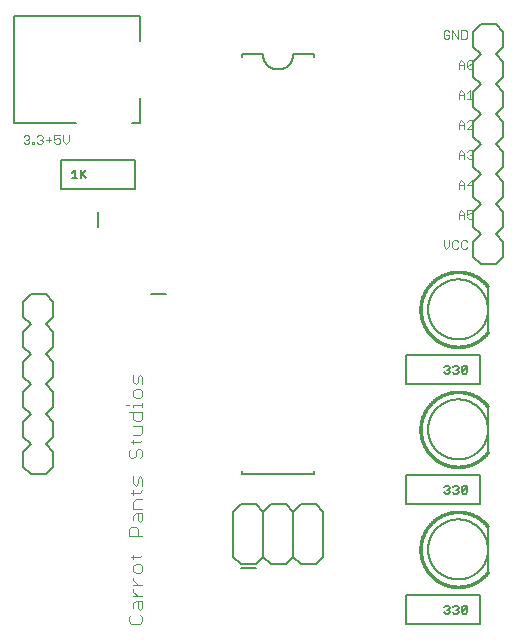
<source format=gto>
G75*
%MOIN*%
%OFA0B0*%
%FSLAX25Y25*%
%IPPOS*%
%LPD*%
%AMOC8*
5,1,8,0,0,1.08239X$1,22.5*
%
%ADD10C,0.00300*%
%ADD11C,0.00400*%
%ADD12C,0.00800*%
%ADD13C,0.00100*%
%ADD14C,0.00600*%
%ADD15C,0.00500*%
D10*
X0020634Y0168010D02*
X0020150Y0168494D01*
X0020634Y0168010D02*
X0021601Y0168010D01*
X0022085Y0168494D01*
X0022085Y0168977D01*
X0021601Y0169461D01*
X0021117Y0169461D01*
X0021601Y0169461D02*
X0022085Y0169945D01*
X0022085Y0170429D01*
X0021601Y0170912D01*
X0020634Y0170912D01*
X0020150Y0170429D01*
X0023097Y0168494D02*
X0023580Y0168494D01*
X0023580Y0168010D01*
X0023097Y0168010D01*
X0023097Y0168494D01*
X0024570Y0168494D02*
X0025054Y0168010D01*
X0026021Y0168010D01*
X0026505Y0168494D01*
X0026505Y0168977D01*
X0026021Y0169461D01*
X0025537Y0169461D01*
X0026021Y0169461D02*
X0026505Y0169945D01*
X0026505Y0170429D01*
X0026021Y0170912D01*
X0025054Y0170912D01*
X0024570Y0170429D01*
X0027516Y0169461D02*
X0029451Y0169461D01*
X0030463Y0169461D02*
X0031430Y0169945D01*
X0031914Y0169945D01*
X0032398Y0169461D01*
X0032398Y0168494D01*
X0031914Y0168010D01*
X0030947Y0168010D01*
X0030463Y0168494D01*
X0030463Y0169461D02*
X0030463Y0170912D01*
X0032398Y0170912D01*
X0033409Y0170912D02*
X0033409Y0168977D01*
X0034377Y0168010D01*
X0035344Y0168977D01*
X0035344Y0170912D01*
X0028484Y0170429D02*
X0028484Y0168494D01*
X0160150Y0135912D02*
X0160150Y0133977D01*
X0161117Y0133010D01*
X0162085Y0133977D01*
X0162085Y0135912D01*
X0163097Y0135429D02*
X0163097Y0133494D01*
X0163580Y0133010D01*
X0164548Y0133010D01*
X0165031Y0133494D01*
X0166043Y0133494D02*
X0166527Y0133010D01*
X0167494Y0133010D01*
X0167978Y0133494D01*
X0167978Y0135429D02*
X0167494Y0135912D01*
X0166527Y0135912D01*
X0166043Y0135429D01*
X0166043Y0133494D01*
X0165031Y0135429D02*
X0164548Y0135912D01*
X0163580Y0135912D01*
X0163097Y0135429D01*
X0165150Y0143010D02*
X0165150Y0144945D01*
X0166117Y0145912D01*
X0167085Y0144945D01*
X0167085Y0143010D01*
X0168097Y0143494D02*
X0168580Y0143010D01*
X0169548Y0143010D01*
X0170031Y0143494D01*
X0170031Y0144461D01*
X0169548Y0144945D01*
X0169064Y0144945D01*
X0168097Y0144461D01*
X0168097Y0145912D01*
X0170031Y0145912D01*
X0167085Y0144461D02*
X0165150Y0144461D01*
X0165150Y0153010D02*
X0165150Y0154945D01*
X0166117Y0155912D01*
X0167085Y0154945D01*
X0167085Y0153010D01*
X0167085Y0154461D02*
X0165150Y0154461D01*
X0168097Y0154461D02*
X0170031Y0154461D01*
X0169548Y0153010D02*
X0169548Y0155912D01*
X0168097Y0154461D01*
X0168580Y0163010D02*
X0168097Y0163494D01*
X0168580Y0163010D02*
X0169548Y0163010D01*
X0170031Y0163494D01*
X0170031Y0163977D01*
X0169548Y0164461D01*
X0169064Y0164461D01*
X0169548Y0164461D02*
X0170031Y0164945D01*
X0170031Y0165429D01*
X0169548Y0165912D01*
X0168580Y0165912D01*
X0168097Y0165429D01*
X0167085Y0164945D02*
X0167085Y0163010D01*
X0167085Y0164461D02*
X0165150Y0164461D01*
X0165150Y0164945D02*
X0166117Y0165912D01*
X0167085Y0164945D01*
X0165150Y0164945D02*
X0165150Y0163010D01*
X0165150Y0173010D02*
X0165150Y0174945D01*
X0166117Y0175912D01*
X0167085Y0174945D01*
X0167085Y0173010D01*
X0168097Y0173010D02*
X0170031Y0174945D01*
X0170031Y0175429D01*
X0169548Y0175912D01*
X0168580Y0175912D01*
X0168097Y0175429D01*
X0167085Y0174461D02*
X0165150Y0174461D01*
X0168097Y0173010D02*
X0170031Y0173010D01*
X0170031Y0183010D02*
X0168097Y0183010D01*
X0169064Y0183010D02*
X0169064Y0185912D01*
X0168097Y0184945D01*
X0167085Y0184945D02*
X0167085Y0183010D01*
X0167085Y0184461D02*
X0165150Y0184461D01*
X0165150Y0184945D02*
X0166117Y0185912D01*
X0167085Y0184945D01*
X0165150Y0184945D02*
X0165150Y0183010D01*
X0165150Y0193010D02*
X0165150Y0194945D01*
X0166117Y0195912D01*
X0167085Y0194945D01*
X0167085Y0193010D01*
X0168097Y0193494D02*
X0170031Y0195429D01*
X0170031Y0193494D01*
X0169548Y0193010D01*
X0168580Y0193010D01*
X0168097Y0193494D01*
X0168097Y0195429D01*
X0168580Y0195912D01*
X0169548Y0195912D01*
X0170031Y0195429D01*
X0167085Y0194461D02*
X0165150Y0194461D01*
X0165031Y0203010D02*
X0165031Y0205912D01*
X0166043Y0205912D02*
X0167494Y0205912D01*
X0167978Y0205429D01*
X0167978Y0203494D01*
X0167494Y0203010D01*
X0166043Y0203010D01*
X0166043Y0205912D01*
X0163097Y0205912D02*
X0165031Y0203010D01*
X0163097Y0203010D02*
X0163097Y0205912D01*
X0162085Y0205429D02*
X0161601Y0205912D01*
X0160634Y0205912D01*
X0160150Y0205429D01*
X0160150Y0203494D01*
X0160634Y0203010D01*
X0161601Y0203010D01*
X0162085Y0203494D01*
X0162085Y0204461D01*
X0161117Y0204461D01*
D11*
X0059033Y0090931D02*
X0058265Y0090163D01*
X0058265Y0088629D01*
X0057498Y0087861D01*
X0056731Y0088629D01*
X0056731Y0090931D01*
X0059033Y0090931D02*
X0059800Y0090163D01*
X0059800Y0087861D01*
X0059033Y0086327D02*
X0059800Y0085559D01*
X0059800Y0084025D01*
X0059033Y0083257D01*
X0057498Y0083257D01*
X0056731Y0084025D01*
X0056731Y0085559D01*
X0057498Y0086327D01*
X0059033Y0086327D01*
X0059800Y0081723D02*
X0059800Y0080188D01*
X0059800Y0080955D02*
X0056731Y0080955D01*
X0056731Y0080188D01*
X0056731Y0078653D02*
X0056731Y0076352D01*
X0057498Y0075584D01*
X0059033Y0075584D01*
X0059800Y0076352D01*
X0059800Y0078653D01*
X0055196Y0078653D01*
X0055196Y0080955D02*
X0054429Y0080955D01*
X0056731Y0074050D02*
X0059800Y0074050D01*
X0059800Y0071748D01*
X0059033Y0070980D01*
X0056731Y0070980D01*
X0056731Y0069446D02*
X0056731Y0067911D01*
X0055963Y0068678D02*
X0059033Y0068678D01*
X0059800Y0069446D01*
X0059033Y0066376D02*
X0059800Y0065609D01*
X0059800Y0064074D01*
X0059033Y0063307D01*
X0057498Y0064074D02*
X0057498Y0065609D01*
X0058265Y0066376D01*
X0059033Y0066376D01*
X0057498Y0064074D02*
X0056731Y0063307D01*
X0055963Y0063307D01*
X0055196Y0064074D01*
X0055196Y0065609D01*
X0055963Y0066376D01*
X0056731Y0057169D02*
X0056731Y0054867D01*
X0057498Y0054099D01*
X0058265Y0054867D01*
X0058265Y0056401D01*
X0059033Y0057169D01*
X0059800Y0056401D01*
X0059800Y0054099D01*
X0059800Y0052565D02*
X0059033Y0051797D01*
X0055963Y0051797D01*
X0056731Y0051030D02*
X0056731Y0052565D01*
X0057498Y0049495D02*
X0059800Y0049495D01*
X0057498Y0049495D02*
X0056731Y0048728D01*
X0056731Y0046426D01*
X0059800Y0046426D01*
X0059800Y0044891D02*
X0057498Y0044891D01*
X0056731Y0044124D01*
X0056731Y0042589D01*
X0058265Y0042589D02*
X0058265Y0044891D01*
X0059800Y0044891D02*
X0059800Y0042589D01*
X0059033Y0041822D01*
X0058265Y0042589D01*
X0057498Y0040287D02*
X0055963Y0040287D01*
X0055196Y0039520D01*
X0055196Y0037218D01*
X0059800Y0037218D01*
X0058265Y0037218D02*
X0058265Y0039520D01*
X0057498Y0040287D01*
X0056731Y0031080D02*
X0056731Y0029545D01*
X0055963Y0030312D02*
X0059033Y0030312D01*
X0059800Y0031080D01*
X0059033Y0028010D02*
X0057498Y0028010D01*
X0056731Y0027243D01*
X0056731Y0025708D01*
X0057498Y0024941D01*
X0059033Y0024941D01*
X0059800Y0025708D01*
X0059800Y0027243D01*
X0059033Y0028010D01*
X0056731Y0023406D02*
X0056731Y0022639D01*
X0058265Y0021104D01*
X0056731Y0021104D02*
X0059800Y0021104D01*
X0059800Y0017268D02*
X0056731Y0017268D01*
X0058265Y0017268D02*
X0056731Y0018802D01*
X0056731Y0019570D01*
X0057498Y0015733D02*
X0059800Y0015733D01*
X0059800Y0013431D01*
X0059033Y0012664D01*
X0058265Y0013431D01*
X0058265Y0015733D01*
X0057498Y0015733D02*
X0056731Y0014966D01*
X0056731Y0013431D01*
X0055963Y0011129D02*
X0055196Y0010362D01*
X0055196Y0008827D01*
X0055963Y0008060D01*
X0059033Y0008060D01*
X0059800Y0008827D01*
X0059800Y0010362D01*
X0059033Y0011129D01*
D12*
X0027500Y0057860D02*
X0022500Y0057860D01*
X0020000Y0060360D01*
X0020000Y0065360D01*
X0022500Y0067860D01*
X0020000Y0070360D01*
X0020000Y0075360D01*
X0022500Y0077860D01*
X0020000Y0080360D01*
X0020000Y0085360D01*
X0022500Y0087860D01*
X0020000Y0090360D01*
X0020000Y0095360D01*
X0022500Y0097860D01*
X0020000Y0100360D01*
X0020000Y0105360D01*
X0022500Y0107860D01*
X0020000Y0110360D01*
X0020000Y0115360D01*
X0022500Y0117860D01*
X0027500Y0117860D01*
X0030000Y0115360D01*
X0030000Y0110360D01*
X0027500Y0107860D01*
X0030000Y0105360D01*
X0030000Y0100360D01*
X0027500Y0097860D01*
X0030000Y0095360D01*
X0030000Y0090360D01*
X0027500Y0087860D01*
X0030000Y0085360D01*
X0030000Y0080360D01*
X0027500Y0077860D01*
X0030000Y0075360D01*
X0030000Y0070360D01*
X0027500Y0067860D01*
X0030000Y0065360D01*
X0030000Y0060360D01*
X0027500Y0057860D01*
X0062500Y0117860D02*
X0067500Y0117860D01*
X0045000Y0140360D02*
X0045000Y0145360D01*
X0057402Y0153136D02*
X0032598Y0153136D01*
X0032598Y0162584D01*
X0057402Y0162584D01*
X0057402Y0153136D01*
X0056181Y0175143D02*
X0058937Y0175143D01*
X0058937Y0183411D01*
X0058937Y0202309D02*
X0058937Y0210577D01*
X0016811Y0210577D01*
X0016811Y0175143D01*
X0037677Y0175143D01*
X0093000Y0196860D02*
X0093000Y0197860D01*
X0100000Y0197860D01*
X0100002Y0197720D01*
X0100008Y0197580D01*
X0100018Y0197440D01*
X0100031Y0197300D01*
X0100049Y0197161D01*
X0100071Y0197022D01*
X0100096Y0196885D01*
X0100125Y0196747D01*
X0100158Y0196611D01*
X0100195Y0196476D01*
X0100236Y0196342D01*
X0100281Y0196209D01*
X0100329Y0196077D01*
X0100381Y0195947D01*
X0100436Y0195818D01*
X0100495Y0195691D01*
X0100558Y0195565D01*
X0100624Y0195441D01*
X0100693Y0195320D01*
X0100766Y0195200D01*
X0100843Y0195082D01*
X0100922Y0194967D01*
X0101005Y0194853D01*
X0101091Y0194743D01*
X0101180Y0194634D01*
X0101272Y0194528D01*
X0101367Y0194425D01*
X0101464Y0194324D01*
X0101565Y0194227D01*
X0101668Y0194132D01*
X0101774Y0194040D01*
X0101883Y0193951D01*
X0101993Y0193865D01*
X0102107Y0193782D01*
X0102222Y0193703D01*
X0102340Y0193626D01*
X0102460Y0193553D01*
X0102581Y0193484D01*
X0102705Y0193418D01*
X0102831Y0193355D01*
X0102958Y0193296D01*
X0103087Y0193241D01*
X0103217Y0193189D01*
X0103349Y0193141D01*
X0103482Y0193096D01*
X0103616Y0193055D01*
X0103751Y0193018D01*
X0103887Y0192985D01*
X0104025Y0192956D01*
X0104162Y0192931D01*
X0104301Y0192909D01*
X0104440Y0192891D01*
X0104580Y0192878D01*
X0104720Y0192868D01*
X0104860Y0192862D01*
X0105000Y0192860D01*
X0105140Y0192862D01*
X0105280Y0192868D01*
X0105420Y0192878D01*
X0105560Y0192891D01*
X0105699Y0192909D01*
X0105838Y0192931D01*
X0105975Y0192956D01*
X0106113Y0192985D01*
X0106249Y0193018D01*
X0106384Y0193055D01*
X0106518Y0193096D01*
X0106651Y0193141D01*
X0106783Y0193189D01*
X0106913Y0193241D01*
X0107042Y0193296D01*
X0107169Y0193355D01*
X0107295Y0193418D01*
X0107419Y0193484D01*
X0107540Y0193553D01*
X0107660Y0193626D01*
X0107778Y0193703D01*
X0107893Y0193782D01*
X0108007Y0193865D01*
X0108117Y0193951D01*
X0108226Y0194040D01*
X0108332Y0194132D01*
X0108435Y0194227D01*
X0108536Y0194324D01*
X0108633Y0194425D01*
X0108728Y0194528D01*
X0108820Y0194634D01*
X0108909Y0194743D01*
X0108995Y0194853D01*
X0109078Y0194967D01*
X0109157Y0195082D01*
X0109234Y0195200D01*
X0109307Y0195320D01*
X0109376Y0195441D01*
X0109442Y0195565D01*
X0109505Y0195691D01*
X0109564Y0195818D01*
X0109619Y0195947D01*
X0109671Y0196077D01*
X0109719Y0196209D01*
X0109764Y0196342D01*
X0109805Y0196476D01*
X0109842Y0196611D01*
X0109875Y0196747D01*
X0109904Y0196885D01*
X0109929Y0197022D01*
X0109951Y0197161D01*
X0109969Y0197300D01*
X0109982Y0197440D01*
X0109992Y0197580D01*
X0109998Y0197720D01*
X0110000Y0197860D01*
X0117000Y0197860D01*
X0117000Y0196860D01*
X0170000Y0195360D02*
X0170000Y0190360D01*
X0172500Y0187860D01*
X0170000Y0185360D01*
X0170000Y0180360D01*
X0172500Y0177860D01*
X0170000Y0175360D01*
X0170000Y0170360D01*
X0172500Y0167860D01*
X0170000Y0165360D01*
X0170000Y0160360D01*
X0172500Y0157860D01*
X0170000Y0155360D01*
X0170000Y0150360D01*
X0172500Y0147860D01*
X0170000Y0145360D01*
X0170000Y0140360D01*
X0172500Y0137860D01*
X0170000Y0135360D01*
X0170000Y0130360D01*
X0172500Y0127860D01*
X0177500Y0127860D01*
X0180000Y0130360D01*
X0180000Y0135360D01*
X0177500Y0137860D01*
X0180000Y0140360D01*
X0180000Y0145360D01*
X0177500Y0147860D01*
X0180000Y0150360D01*
X0180000Y0155360D01*
X0177500Y0157860D01*
X0180000Y0160360D01*
X0180000Y0165360D01*
X0177500Y0167860D01*
X0180000Y0170360D01*
X0180000Y0175360D01*
X0177500Y0177860D01*
X0180000Y0180360D01*
X0180000Y0185360D01*
X0177500Y0187860D01*
X0180000Y0190360D01*
X0180000Y0195360D01*
X0177500Y0197860D01*
X0180000Y0200360D01*
X0180000Y0205360D01*
X0177500Y0207860D01*
X0172500Y0207860D01*
X0170000Y0205360D01*
X0170000Y0200360D01*
X0172500Y0197860D01*
X0170000Y0195360D01*
X0175000Y0120360D02*
X0175000Y0105360D01*
X0172402Y0097584D02*
X0147598Y0097584D01*
X0147598Y0088136D01*
X0172402Y0088136D01*
X0172402Y0097584D01*
X0175000Y0080360D02*
X0175000Y0065360D01*
X0172402Y0057584D02*
X0147598Y0057584D01*
X0147598Y0048136D01*
X0172402Y0048136D01*
X0172402Y0057584D01*
X0175000Y0040360D02*
X0175000Y0025360D01*
X0172402Y0017584D02*
X0147598Y0017584D01*
X0147598Y0008136D01*
X0172402Y0008136D01*
X0172402Y0017584D01*
X0120000Y0030360D02*
X0120000Y0045360D01*
X0117500Y0047860D01*
X0112500Y0047860D01*
X0110000Y0045360D01*
X0110000Y0030360D01*
X0112500Y0027860D01*
X0117500Y0027860D01*
X0120000Y0030360D01*
X0110000Y0030360D02*
X0107500Y0027860D01*
X0102500Y0027860D01*
X0100000Y0030360D01*
X0100000Y0045360D01*
X0102500Y0047860D01*
X0107500Y0047860D01*
X0110000Y0045360D01*
X0100000Y0045360D02*
X0097500Y0047860D01*
X0092500Y0047860D01*
X0090000Y0045360D01*
X0090000Y0030360D01*
X0092500Y0027860D01*
X0097500Y0027860D01*
X0100000Y0030360D01*
X0097500Y0026541D02*
X0092500Y0026541D01*
X0093000Y0057860D02*
X0093000Y0058860D01*
X0093000Y0057860D02*
X0117000Y0057860D01*
X0117000Y0058860D01*
D13*
X0175329Y0080669D02*
X0174609Y0080129D01*
X0174610Y0080130D02*
X0174429Y0080363D01*
X0174243Y0080591D01*
X0174051Y0080815D01*
X0173854Y0081034D01*
X0173652Y0081248D01*
X0173444Y0081457D01*
X0173231Y0081660D01*
X0173014Y0081859D01*
X0172791Y0082052D01*
X0172564Y0082240D01*
X0172333Y0082422D01*
X0172097Y0082599D01*
X0171856Y0082769D01*
X0171612Y0082934D01*
X0171364Y0083092D01*
X0171112Y0083245D01*
X0170856Y0083391D01*
X0170597Y0083531D01*
X0170334Y0083665D01*
X0170069Y0083792D01*
X0169800Y0083913D01*
X0169528Y0084027D01*
X0169254Y0084134D01*
X0168977Y0084235D01*
X0168698Y0084329D01*
X0168416Y0084416D01*
X0168133Y0084496D01*
X0167847Y0084569D01*
X0167560Y0084635D01*
X0167271Y0084694D01*
X0166981Y0084746D01*
X0166690Y0084791D01*
X0166398Y0084829D01*
X0166105Y0084859D01*
X0165811Y0084883D01*
X0165517Y0084899D01*
X0165223Y0084908D01*
X0164928Y0084910D01*
X0164633Y0084904D01*
X0164339Y0084892D01*
X0164045Y0084872D01*
X0163752Y0084845D01*
X0163459Y0084811D01*
X0163167Y0084770D01*
X0162877Y0084721D01*
X0162587Y0084666D01*
X0162300Y0084604D01*
X0162013Y0084534D01*
X0161729Y0084457D01*
X0161446Y0084374D01*
X0161166Y0084284D01*
X0160888Y0084187D01*
X0160612Y0084083D01*
X0160339Y0083972D01*
X0160069Y0083855D01*
X0159801Y0083731D01*
X0159537Y0083601D01*
X0159276Y0083464D01*
X0159019Y0083321D01*
X0158765Y0083171D01*
X0158514Y0083016D01*
X0158268Y0082854D01*
X0158026Y0082687D01*
X0157788Y0082513D01*
X0157554Y0082334D01*
X0157324Y0082149D01*
X0157100Y0081959D01*
X0156879Y0081763D01*
X0156664Y0081562D01*
X0156454Y0081355D01*
X0156249Y0081144D01*
X0156049Y0080927D01*
X0155854Y0080706D01*
X0155665Y0080480D01*
X0155482Y0080250D01*
X0155304Y0080015D01*
X0155132Y0079775D01*
X0154966Y0079532D01*
X0154806Y0079285D01*
X0154652Y0079034D01*
X0154504Y0078779D01*
X0154362Y0078520D01*
X0154227Y0078259D01*
X0154098Y0077994D01*
X0153976Y0077726D01*
X0153860Y0077455D01*
X0153751Y0077181D01*
X0153649Y0076905D01*
X0153554Y0076626D01*
X0153465Y0076345D01*
X0153383Y0076062D01*
X0153308Y0075777D01*
X0153241Y0075490D01*
X0153180Y0075202D01*
X0153126Y0074912D01*
X0153079Y0074621D01*
X0153040Y0074329D01*
X0153008Y0074037D01*
X0152982Y0073743D01*
X0152964Y0073449D01*
X0152954Y0073155D01*
X0152950Y0072860D01*
X0152954Y0072565D01*
X0152964Y0072271D01*
X0152982Y0071977D01*
X0153008Y0071683D01*
X0153040Y0071391D01*
X0153079Y0071099D01*
X0153126Y0070808D01*
X0153180Y0070518D01*
X0153241Y0070230D01*
X0153308Y0069943D01*
X0153383Y0069658D01*
X0153465Y0069375D01*
X0153554Y0069094D01*
X0153649Y0068815D01*
X0153751Y0068539D01*
X0153860Y0068265D01*
X0153976Y0067994D01*
X0154098Y0067726D01*
X0154227Y0067461D01*
X0154362Y0067200D01*
X0154504Y0066941D01*
X0154652Y0066686D01*
X0154806Y0066435D01*
X0154966Y0066188D01*
X0155132Y0065945D01*
X0155304Y0065705D01*
X0155482Y0065470D01*
X0155665Y0065240D01*
X0155854Y0065014D01*
X0156049Y0064793D01*
X0156249Y0064576D01*
X0156454Y0064365D01*
X0156664Y0064158D01*
X0156879Y0063957D01*
X0157100Y0063761D01*
X0157324Y0063571D01*
X0157554Y0063386D01*
X0157788Y0063207D01*
X0158026Y0063033D01*
X0158268Y0062866D01*
X0158514Y0062704D01*
X0158765Y0062549D01*
X0159019Y0062399D01*
X0159276Y0062256D01*
X0159537Y0062119D01*
X0159801Y0061989D01*
X0160069Y0061865D01*
X0160339Y0061748D01*
X0160612Y0061637D01*
X0160888Y0061533D01*
X0161166Y0061436D01*
X0161446Y0061346D01*
X0161729Y0061263D01*
X0162013Y0061186D01*
X0162300Y0061116D01*
X0162587Y0061054D01*
X0162877Y0060999D01*
X0163167Y0060950D01*
X0163459Y0060909D01*
X0163752Y0060875D01*
X0164045Y0060848D01*
X0164339Y0060828D01*
X0164633Y0060816D01*
X0164928Y0060810D01*
X0165223Y0060812D01*
X0165517Y0060821D01*
X0165811Y0060837D01*
X0166105Y0060861D01*
X0166398Y0060891D01*
X0166690Y0060929D01*
X0166981Y0060974D01*
X0167271Y0061026D01*
X0167560Y0061085D01*
X0167847Y0061151D01*
X0168133Y0061224D01*
X0168416Y0061304D01*
X0168698Y0061391D01*
X0168977Y0061485D01*
X0169254Y0061586D01*
X0169528Y0061693D01*
X0169800Y0061807D01*
X0170069Y0061928D01*
X0170334Y0062055D01*
X0170597Y0062189D01*
X0170856Y0062329D01*
X0171112Y0062475D01*
X0171364Y0062628D01*
X0171612Y0062786D01*
X0171856Y0062951D01*
X0172097Y0063121D01*
X0172333Y0063298D01*
X0172564Y0063480D01*
X0172791Y0063668D01*
X0173014Y0063861D01*
X0173231Y0064060D01*
X0173444Y0064263D01*
X0173652Y0064472D01*
X0173854Y0064686D01*
X0174051Y0064905D01*
X0174243Y0065129D01*
X0174429Y0065357D01*
X0174610Y0065590D01*
X0175329Y0065051D01*
X0175330Y0065050D01*
X0175136Y0064800D01*
X0174936Y0064554D01*
X0174730Y0064314D01*
X0174518Y0064079D01*
X0174300Y0063849D01*
X0174077Y0063624D01*
X0173849Y0063405D01*
X0173615Y0063191D01*
X0173376Y0062983D01*
X0173132Y0062781D01*
X0172883Y0062586D01*
X0172629Y0062396D01*
X0172371Y0062213D01*
X0172109Y0062036D01*
X0171842Y0061865D01*
X0171571Y0061701D01*
X0171296Y0061544D01*
X0171018Y0061393D01*
X0170735Y0061249D01*
X0170450Y0061113D01*
X0170161Y0060983D01*
X0169869Y0060860D01*
X0169574Y0060745D01*
X0169277Y0060637D01*
X0168976Y0060536D01*
X0168674Y0060442D01*
X0168369Y0060356D01*
X0168062Y0060277D01*
X0167754Y0060206D01*
X0167444Y0060143D01*
X0167132Y0060087D01*
X0166819Y0060038D01*
X0166505Y0059998D01*
X0166190Y0059965D01*
X0165874Y0059940D01*
X0165558Y0059922D01*
X0165242Y0059912D01*
X0164925Y0059910D01*
X0164608Y0059916D01*
X0164292Y0059929D01*
X0163976Y0059951D01*
X0163661Y0059979D01*
X0163346Y0060016D01*
X0163033Y0060060D01*
X0162720Y0060112D01*
X0162409Y0060172D01*
X0162100Y0060239D01*
X0161792Y0060314D01*
X0161486Y0060396D01*
X0161183Y0060485D01*
X0160881Y0060582D01*
X0160582Y0060687D01*
X0160286Y0060799D01*
X0159992Y0060917D01*
X0159702Y0061043D01*
X0159415Y0061176D01*
X0159130Y0061317D01*
X0158850Y0061464D01*
X0158573Y0061617D01*
X0158300Y0061778D01*
X0158031Y0061945D01*
X0157766Y0062119D01*
X0157506Y0062299D01*
X0157250Y0062485D01*
X0156999Y0062678D01*
X0156752Y0062876D01*
X0156510Y0063081D01*
X0156274Y0063291D01*
X0156042Y0063508D01*
X0155817Y0063730D01*
X0155596Y0063957D01*
X0155381Y0064189D01*
X0155172Y0064427D01*
X0154969Y0064670D01*
X0154771Y0064918D01*
X0154580Y0065170D01*
X0154395Y0065427D01*
X0154217Y0065689D01*
X0154045Y0065955D01*
X0153879Y0066224D01*
X0153720Y0066498D01*
X0153568Y0066776D01*
X0153423Y0067057D01*
X0153284Y0067342D01*
X0153153Y0067630D01*
X0153029Y0067922D01*
X0152911Y0068216D01*
X0152801Y0068513D01*
X0152699Y0068812D01*
X0152604Y0069114D01*
X0152516Y0069418D01*
X0152435Y0069725D01*
X0152362Y0070033D01*
X0152297Y0070343D01*
X0152239Y0070654D01*
X0152189Y0070967D01*
X0152147Y0071281D01*
X0152112Y0071595D01*
X0152085Y0071911D01*
X0152065Y0072227D01*
X0152054Y0072543D01*
X0152050Y0072860D01*
X0152054Y0073177D01*
X0152065Y0073493D01*
X0152085Y0073809D01*
X0152112Y0074125D01*
X0152147Y0074439D01*
X0152189Y0074753D01*
X0152239Y0075066D01*
X0152297Y0075377D01*
X0152362Y0075687D01*
X0152435Y0075995D01*
X0152516Y0076302D01*
X0152604Y0076606D01*
X0152699Y0076908D01*
X0152801Y0077207D01*
X0152911Y0077504D01*
X0153029Y0077798D01*
X0153153Y0078090D01*
X0153284Y0078378D01*
X0153423Y0078663D01*
X0153568Y0078944D01*
X0153720Y0079222D01*
X0153879Y0079496D01*
X0154045Y0079765D01*
X0154217Y0080031D01*
X0154395Y0080293D01*
X0154580Y0080550D01*
X0154771Y0080802D01*
X0154969Y0081050D01*
X0155172Y0081293D01*
X0155381Y0081531D01*
X0155596Y0081763D01*
X0155817Y0081990D01*
X0156042Y0082212D01*
X0156274Y0082429D01*
X0156510Y0082639D01*
X0156752Y0082844D01*
X0156999Y0083042D01*
X0157250Y0083235D01*
X0157506Y0083421D01*
X0157766Y0083601D01*
X0158031Y0083775D01*
X0158300Y0083942D01*
X0158573Y0084103D01*
X0158850Y0084256D01*
X0159130Y0084403D01*
X0159415Y0084544D01*
X0159702Y0084677D01*
X0159992Y0084803D01*
X0160286Y0084921D01*
X0160582Y0085033D01*
X0160881Y0085138D01*
X0161183Y0085235D01*
X0161486Y0085324D01*
X0161792Y0085406D01*
X0162100Y0085481D01*
X0162409Y0085548D01*
X0162720Y0085608D01*
X0163033Y0085660D01*
X0163346Y0085704D01*
X0163661Y0085741D01*
X0163976Y0085769D01*
X0164292Y0085791D01*
X0164608Y0085804D01*
X0164925Y0085810D01*
X0165242Y0085808D01*
X0165558Y0085798D01*
X0165874Y0085780D01*
X0166190Y0085755D01*
X0166505Y0085722D01*
X0166819Y0085682D01*
X0167132Y0085633D01*
X0167444Y0085577D01*
X0167754Y0085514D01*
X0168062Y0085443D01*
X0168369Y0085364D01*
X0168674Y0085278D01*
X0168976Y0085184D01*
X0169277Y0085083D01*
X0169574Y0084975D01*
X0169869Y0084860D01*
X0170161Y0084737D01*
X0170450Y0084607D01*
X0170735Y0084471D01*
X0171018Y0084327D01*
X0171296Y0084176D01*
X0171571Y0084019D01*
X0171842Y0083855D01*
X0172109Y0083684D01*
X0172371Y0083507D01*
X0172629Y0083324D01*
X0172883Y0083134D01*
X0173132Y0082939D01*
X0173376Y0082737D01*
X0173615Y0082529D01*
X0173849Y0082315D01*
X0174077Y0082096D01*
X0174300Y0081871D01*
X0174518Y0081641D01*
X0174730Y0081406D01*
X0174936Y0081166D01*
X0175136Y0080920D01*
X0175330Y0080670D01*
X0175255Y0080614D01*
X0175062Y0080862D01*
X0174863Y0081106D01*
X0174659Y0081344D01*
X0174449Y0081578D01*
X0174233Y0081806D01*
X0174011Y0082029D01*
X0173784Y0082247D01*
X0173552Y0082459D01*
X0173315Y0082665D01*
X0173073Y0082866D01*
X0172825Y0083060D01*
X0172574Y0083248D01*
X0172317Y0083430D01*
X0172057Y0083606D01*
X0171792Y0083775D01*
X0171523Y0083938D01*
X0171250Y0084094D01*
X0170974Y0084244D01*
X0170694Y0084386D01*
X0170410Y0084522D01*
X0170123Y0084651D01*
X0169833Y0084773D01*
X0169541Y0084887D01*
X0169245Y0084995D01*
X0168947Y0085095D01*
X0168647Y0085188D01*
X0168344Y0085273D01*
X0168040Y0085351D01*
X0167734Y0085422D01*
X0167426Y0085485D01*
X0167116Y0085541D01*
X0166806Y0085589D01*
X0166494Y0085629D01*
X0166181Y0085662D01*
X0165868Y0085687D01*
X0165554Y0085704D01*
X0165240Y0085714D01*
X0164925Y0085716D01*
X0164611Y0085710D01*
X0164297Y0085697D01*
X0163983Y0085676D01*
X0163670Y0085647D01*
X0163358Y0085611D01*
X0163047Y0085567D01*
X0162737Y0085515D01*
X0162428Y0085456D01*
X0162121Y0085389D01*
X0161815Y0085315D01*
X0161512Y0085234D01*
X0161210Y0085145D01*
X0160911Y0085048D01*
X0160614Y0084945D01*
X0160320Y0084834D01*
X0160029Y0084716D01*
X0159740Y0084591D01*
X0159455Y0084459D01*
X0159173Y0084320D01*
X0158895Y0084174D01*
X0158620Y0084021D01*
X0158349Y0083862D01*
X0158082Y0083696D01*
X0157819Y0083523D01*
X0157560Y0083345D01*
X0157306Y0083160D01*
X0157057Y0082968D01*
X0156812Y0082771D01*
X0156572Y0082568D01*
X0156337Y0082359D01*
X0156107Y0082144D01*
X0155883Y0081924D01*
X0155664Y0081699D01*
X0155451Y0081468D01*
X0155243Y0081232D01*
X0155041Y0080990D01*
X0154846Y0080745D01*
X0154656Y0080494D01*
X0154472Y0080239D01*
X0154295Y0079979D01*
X0154124Y0079715D01*
X0153960Y0079447D01*
X0153802Y0079175D01*
X0153651Y0078900D01*
X0153507Y0078620D01*
X0153369Y0078338D01*
X0153239Y0078052D01*
X0153115Y0077763D01*
X0152999Y0077470D01*
X0152890Y0077176D01*
X0152788Y0076878D01*
X0152694Y0076579D01*
X0152606Y0076276D01*
X0152526Y0075972D01*
X0152454Y0075667D01*
X0152389Y0075359D01*
X0152332Y0075050D01*
X0152282Y0074739D01*
X0152240Y0074428D01*
X0152205Y0074115D01*
X0152179Y0073802D01*
X0152159Y0073488D01*
X0152148Y0073174D01*
X0152144Y0072860D01*
X0152148Y0072546D01*
X0152159Y0072232D01*
X0152179Y0071918D01*
X0152205Y0071605D01*
X0152240Y0071292D01*
X0152282Y0070981D01*
X0152332Y0070670D01*
X0152389Y0070361D01*
X0152454Y0070053D01*
X0152526Y0069748D01*
X0152606Y0069444D01*
X0152694Y0069141D01*
X0152788Y0068842D01*
X0152890Y0068544D01*
X0152999Y0068250D01*
X0153115Y0067957D01*
X0153239Y0067668D01*
X0153369Y0067382D01*
X0153507Y0067100D01*
X0153651Y0066820D01*
X0153802Y0066545D01*
X0153960Y0066273D01*
X0154124Y0066005D01*
X0154295Y0065741D01*
X0154472Y0065481D01*
X0154656Y0065226D01*
X0154846Y0064975D01*
X0155041Y0064730D01*
X0155243Y0064488D01*
X0155451Y0064252D01*
X0155664Y0064021D01*
X0155883Y0063796D01*
X0156107Y0063576D01*
X0156337Y0063361D01*
X0156572Y0063152D01*
X0156812Y0062949D01*
X0157057Y0062752D01*
X0157306Y0062560D01*
X0157560Y0062375D01*
X0157819Y0062197D01*
X0158082Y0062024D01*
X0158349Y0061858D01*
X0158620Y0061699D01*
X0158895Y0061546D01*
X0159173Y0061400D01*
X0159455Y0061261D01*
X0159740Y0061129D01*
X0160029Y0061004D01*
X0160320Y0060886D01*
X0160614Y0060775D01*
X0160911Y0060672D01*
X0161210Y0060575D01*
X0161512Y0060486D01*
X0161815Y0060405D01*
X0162121Y0060331D01*
X0162428Y0060264D01*
X0162737Y0060205D01*
X0163047Y0060153D01*
X0163358Y0060109D01*
X0163670Y0060073D01*
X0163983Y0060044D01*
X0164297Y0060023D01*
X0164611Y0060010D01*
X0164925Y0060004D01*
X0165240Y0060006D01*
X0165554Y0060016D01*
X0165868Y0060033D01*
X0166181Y0060058D01*
X0166494Y0060091D01*
X0166806Y0060131D01*
X0167116Y0060179D01*
X0167426Y0060235D01*
X0167734Y0060298D01*
X0168040Y0060369D01*
X0168344Y0060447D01*
X0168647Y0060532D01*
X0168947Y0060625D01*
X0169245Y0060725D01*
X0169541Y0060833D01*
X0169833Y0060947D01*
X0170123Y0061069D01*
X0170410Y0061198D01*
X0170694Y0061334D01*
X0170974Y0061476D01*
X0171250Y0061626D01*
X0171523Y0061782D01*
X0171792Y0061945D01*
X0172057Y0062114D01*
X0172317Y0062290D01*
X0172574Y0062472D01*
X0172825Y0062660D01*
X0173073Y0062854D01*
X0173315Y0063055D01*
X0173552Y0063261D01*
X0173784Y0063473D01*
X0174011Y0063691D01*
X0174233Y0063914D01*
X0174449Y0064142D01*
X0174659Y0064376D01*
X0174863Y0064614D01*
X0175062Y0064858D01*
X0175255Y0065106D01*
X0175180Y0065163D01*
X0174988Y0064916D01*
X0174791Y0064674D01*
X0174588Y0064437D01*
X0174379Y0064206D01*
X0174165Y0063979D01*
X0173945Y0063757D01*
X0173720Y0063541D01*
X0173489Y0063331D01*
X0173254Y0063126D01*
X0173013Y0062927D01*
X0172768Y0062734D01*
X0172518Y0062548D01*
X0172264Y0062367D01*
X0172005Y0062192D01*
X0171742Y0062024D01*
X0171475Y0061863D01*
X0171204Y0061708D01*
X0170930Y0061559D01*
X0170652Y0061418D01*
X0170370Y0061283D01*
X0170086Y0061155D01*
X0169798Y0061034D01*
X0169507Y0060920D01*
X0169214Y0060814D01*
X0168918Y0060714D01*
X0168620Y0060622D01*
X0168320Y0060537D01*
X0168017Y0060460D01*
X0167713Y0060390D01*
X0167408Y0060327D01*
X0167101Y0060272D01*
X0166792Y0060224D01*
X0166483Y0060184D01*
X0166172Y0060152D01*
X0165861Y0060127D01*
X0165550Y0060110D01*
X0165238Y0060100D01*
X0164926Y0060098D01*
X0164614Y0060104D01*
X0164302Y0060117D01*
X0163991Y0060138D01*
X0163680Y0060166D01*
X0163370Y0060203D01*
X0163061Y0060246D01*
X0162753Y0060297D01*
X0162446Y0060356D01*
X0162142Y0060422D01*
X0161838Y0060496D01*
X0161537Y0060577D01*
X0161238Y0060665D01*
X0160941Y0060761D01*
X0160646Y0060864D01*
X0160354Y0060974D01*
X0160065Y0061091D01*
X0159778Y0061215D01*
X0159495Y0061346D01*
X0159215Y0061484D01*
X0158939Y0061629D01*
X0158666Y0061781D01*
X0158397Y0061939D01*
X0158132Y0062104D01*
X0157871Y0062275D01*
X0157615Y0062452D01*
X0157362Y0062636D01*
X0157115Y0062826D01*
X0156872Y0063021D01*
X0156633Y0063223D01*
X0156400Y0063431D01*
X0156172Y0063644D01*
X0155950Y0063862D01*
X0155732Y0064086D01*
X0155521Y0064315D01*
X0155315Y0064550D01*
X0155114Y0064789D01*
X0154920Y0065033D01*
X0154732Y0065282D01*
X0154549Y0065535D01*
X0154373Y0065793D01*
X0154204Y0066055D01*
X0154041Y0066321D01*
X0153884Y0066591D01*
X0153734Y0066865D01*
X0153591Y0067142D01*
X0153454Y0067422D01*
X0153325Y0067706D01*
X0153202Y0067993D01*
X0153087Y0068283D01*
X0152979Y0068576D01*
X0152877Y0068871D01*
X0152783Y0069169D01*
X0152697Y0069469D01*
X0152618Y0069770D01*
X0152546Y0070074D01*
X0152481Y0070379D01*
X0152424Y0070686D01*
X0152375Y0070994D01*
X0152333Y0071304D01*
X0152299Y0071614D01*
X0152272Y0071925D01*
X0152253Y0072236D01*
X0152242Y0072548D01*
X0152238Y0072860D01*
X0152242Y0073172D01*
X0152253Y0073484D01*
X0152272Y0073795D01*
X0152299Y0074106D01*
X0152333Y0074416D01*
X0152375Y0074726D01*
X0152424Y0075034D01*
X0152481Y0075341D01*
X0152546Y0075646D01*
X0152618Y0075950D01*
X0152697Y0076251D01*
X0152783Y0076551D01*
X0152877Y0076849D01*
X0152979Y0077144D01*
X0153087Y0077437D01*
X0153202Y0077727D01*
X0153325Y0078014D01*
X0153454Y0078298D01*
X0153591Y0078578D01*
X0153734Y0078855D01*
X0153884Y0079129D01*
X0154041Y0079399D01*
X0154204Y0079665D01*
X0154373Y0079927D01*
X0154549Y0080185D01*
X0154732Y0080438D01*
X0154920Y0080687D01*
X0155114Y0080931D01*
X0155315Y0081170D01*
X0155521Y0081405D01*
X0155732Y0081634D01*
X0155950Y0081858D01*
X0156172Y0082076D01*
X0156400Y0082289D01*
X0156633Y0082497D01*
X0156872Y0082699D01*
X0157115Y0082894D01*
X0157362Y0083084D01*
X0157615Y0083268D01*
X0157871Y0083445D01*
X0158132Y0083616D01*
X0158397Y0083781D01*
X0158666Y0083939D01*
X0158939Y0084091D01*
X0159215Y0084236D01*
X0159495Y0084374D01*
X0159778Y0084505D01*
X0160065Y0084629D01*
X0160354Y0084746D01*
X0160646Y0084856D01*
X0160941Y0084959D01*
X0161238Y0085055D01*
X0161537Y0085143D01*
X0161838Y0085224D01*
X0162142Y0085298D01*
X0162446Y0085364D01*
X0162753Y0085423D01*
X0163061Y0085474D01*
X0163370Y0085517D01*
X0163680Y0085554D01*
X0163991Y0085582D01*
X0164302Y0085603D01*
X0164614Y0085616D01*
X0164926Y0085622D01*
X0165238Y0085620D01*
X0165550Y0085610D01*
X0165861Y0085593D01*
X0166172Y0085568D01*
X0166483Y0085536D01*
X0166792Y0085496D01*
X0167101Y0085448D01*
X0167408Y0085393D01*
X0167713Y0085330D01*
X0168017Y0085260D01*
X0168320Y0085183D01*
X0168620Y0085098D01*
X0168918Y0085006D01*
X0169214Y0084906D01*
X0169507Y0084800D01*
X0169798Y0084686D01*
X0170086Y0084565D01*
X0170370Y0084437D01*
X0170652Y0084302D01*
X0170930Y0084161D01*
X0171204Y0084012D01*
X0171475Y0083857D01*
X0171742Y0083696D01*
X0172005Y0083528D01*
X0172264Y0083353D01*
X0172518Y0083172D01*
X0172768Y0082986D01*
X0173013Y0082793D01*
X0173254Y0082594D01*
X0173489Y0082389D01*
X0173720Y0082179D01*
X0173945Y0081963D01*
X0174165Y0081741D01*
X0174379Y0081514D01*
X0174588Y0081283D01*
X0174791Y0081046D01*
X0174988Y0080804D01*
X0175180Y0080557D01*
X0175104Y0080501D01*
X0174914Y0080746D01*
X0174719Y0080986D01*
X0174517Y0081221D01*
X0174310Y0081451D01*
X0174097Y0081676D01*
X0173879Y0081896D01*
X0173655Y0082110D01*
X0173426Y0082319D01*
X0173193Y0082522D01*
X0172954Y0082720D01*
X0172711Y0082911D01*
X0172462Y0083097D01*
X0172210Y0083276D01*
X0171953Y0083449D01*
X0171692Y0083616D01*
X0171427Y0083777D01*
X0171158Y0083930D01*
X0170886Y0084078D01*
X0170610Y0084218D01*
X0170330Y0084352D01*
X0170048Y0084479D01*
X0169762Y0084599D01*
X0169474Y0084712D01*
X0169183Y0084818D01*
X0168889Y0084916D01*
X0168593Y0085008D01*
X0168295Y0085092D01*
X0167995Y0085169D01*
X0167693Y0085238D01*
X0167390Y0085301D01*
X0167085Y0085355D01*
X0166779Y0085403D01*
X0166471Y0085442D01*
X0166163Y0085474D01*
X0165855Y0085499D01*
X0165545Y0085516D01*
X0165236Y0085526D01*
X0164926Y0085528D01*
X0164616Y0085522D01*
X0164307Y0085509D01*
X0163998Y0085488D01*
X0163689Y0085460D01*
X0163382Y0085424D01*
X0163075Y0085381D01*
X0162769Y0085330D01*
X0162465Y0085272D01*
X0162162Y0085206D01*
X0161861Y0085133D01*
X0161562Y0085053D01*
X0161265Y0084965D01*
X0160970Y0084870D01*
X0160678Y0084768D01*
X0160388Y0084659D01*
X0160101Y0084542D01*
X0159817Y0084419D01*
X0159536Y0084289D01*
X0159258Y0084152D01*
X0158984Y0084008D01*
X0158713Y0083858D01*
X0158446Y0083701D01*
X0158183Y0083537D01*
X0157924Y0083367D01*
X0157669Y0083191D01*
X0157418Y0083009D01*
X0157173Y0082820D01*
X0156931Y0082626D01*
X0156695Y0082426D01*
X0156464Y0082220D01*
X0156237Y0082008D01*
X0156016Y0081791D01*
X0155801Y0081569D01*
X0155590Y0081342D01*
X0155386Y0081109D01*
X0155187Y0080871D01*
X0154994Y0080629D01*
X0154807Y0080382D01*
X0154626Y0080131D01*
X0154452Y0079875D01*
X0154283Y0079615D01*
X0154121Y0079351D01*
X0153966Y0079083D01*
X0153817Y0078811D01*
X0153675Y0078536D01*
X0153539Y0078257D01*
X0153411Y0077976D01*
X0153289Y0077691D01*
X0153175Y0077403D01*
X0153067Y0077112D01*
X0152967Y0076819D01*
X0152873Y0076524D01*
X0152787Y0076226D01*
X0152709Y0075927D01*
X0152638Y0075625D01*
X0152574Y0075322D01*
X0152517Y0075018D01*
X0152468Y0074712D01*
X0152427Y0074405D01*
X0152393Y0074097D01*
X0152366Y0073788D01*
X0152347Y0073479D01*
X0152336Y0073170D01*
X0152332Y0072860D01*
X0152336Y0072550D01*
X0152347Y0072241D01*
X0152366Y0071932D01*
X0152393Y0071623D01*
X0152427Y0071315D01*
X0152468Y0071008D01*
X0152517Y0070702D01*
X0152574Y0070398D01*
X0152638Y0070095D01*
X0152709Y0069793D01*
X0152787Y0069494D01*
X0152873Y0069196D01*
X0152967Y0068901D01*
X0153067Y0068608D01*
X0153175Y0068317D01*
X0153289Y0068029D01*
X0153411Y0067744D01*
X0153539Y0067463D01*
X0153675Y0067184D01*
X0153817Y0066909D01*
X0153966Y0066637D01*
X0154121Y0066369D01*
X0154283Y0066105D01*
X0154452Y0065845D01*
X0154626Y0065589D01*
X0154807Y0065338D01*
X0154994Y0065091D01*
X0155187Y0064849D01*
X0155386Y0064611D01*
X0155590Y0064378D01*
X0155801Y0064151D01*
X0156016Y0063929D01*
X0156237Y0063712D01*
X0156464Y0063500D01*
X0156695Y0063294D01*
X0156931Y0063094D01*
X0157173Y0062900D01*
X0157418Y0062711D01*
X0157669Y0062529D01*
X0157924Y0062353D01*
X0158183Y0062183D01*
X0158446Y0062019D01*
X0158713Y0061862D01*
X0158984Y0061712D01*
X0159258Y0061568D01*
X0159536Y0061431D01*
X0159817Y0061301D01*
X0160101Y0061178D01*
X0160388Y0061061D01*
X0160678Y0060952D01*
X0160970Y0060850D01*
X0161265Y0060755D01*
X0161562Y0060667D01*
X0161861Y0060587D01*
X0162162Y0060514D01*
X0162465Y0060448D01*
X0162769Y0060390D01*
X0163075Y0060339D01*
X0163382Y0060296D01*
X0163689Y0060260D01*
X0163998Y0060232D01*
X0164307Y0060211D01*
X0164616Y0060198D01*
X0164926Y0060192D01*
X0165236Y0060194D01*
X0165545Y0060204D01*
X0165855Y0060221D01*
X0166163Y0060246D01*
X0166471Y0060278D01*
X0166779Y0060317D01*
X0167085Y0060365D01*
X0167390Y0060419D01*
X0167693Y0060482D01*
X0167995Y0060551D01*
X0168295Y0060628D01*
X0168593Y0060712D01*
X0168889Y0060804D01*
X0169183Y0060902D01*
X0169474Y0061008D01*
X0169762Y0061121D01*
X0170048Y0061241D01*
X0170330Y0061368D01*
X0170610Y0061502D01*
X0170886Y0061642D01*
X0171158Y0061790D01*
X0171427Y0061943D01*
X0171692Y0062104D01*
X0171953Y0062271D01*
X0172210Y0062444D01*
X0172462Y0062623D01*
X0172711Y0062809D01*
X0172954Y0063000D01*
X0173193Y0063198D01*
X0173426Y0063401D01*
X0173655Y0063610D01*
X0173879Y0063824D01*
X0174097Y0064044D01*
X0174310Y0064269D01*
X0174517Y0064499D01*
X0174719Y0064734D01*
X0174914Y0064974D01*
X0175104Y0065219D01*
X0175029Y0065276D01*
X0174841Y0065033D01*
X0174646Y0064794D01*
X0174446Y0064561D01*
X0174241Y0064333D01*
X0174029Y0064109D01*
X0173813Y0063891D01*
X0173591Y0063678D01*
X0173364Y0063471D01*
X0173132Y0063269D01*
X0172895Y0063073D01*
X0172653Y0062883D01*
X0172407Y0062699D01*
X0172156Y0062521D01*
X0171901Y0062349D01*
X0171642Y0062184D01*
X0171379Y0062024D01*
X0171112Y0061872D01*
X0170842Y0061725D01*
X0170568Y0061586D01*
X0170291Y0061453D01*
X0170010Y0061327D01*
X0169727Y0061208D01*
X0169440Y0061096D01*
X0169151Y0060991D01*
X0168860Y0060893D01*
X0168566Y0060802D01*
X0168270Y0060719D01*
X0167973Y0060642D01*
X0167673Y0060573D01*
X0167372Y0060512D01*
X0167069Y0060457D01*
X0166765Y0060411D01*
X0166460Y0060371D01*
X0166155Y0060339D01*
X0165848Y0060315D01*
X0165541Y0060298D01*
X0165234Y0060288D01*
X0164926Y0060286D01*
X0164619Y0060292D01*
X0164312Y0060305D01*
X0164005Y0060325D01*
X0163699Y0060354D01*
X0163393Y0060389D01*
X0163089Y0060432D01*
X0162786Y0060483D01*
X0162484Y0060540D01*
X0162183Y0060606D01*
X0161884Y0060678D01*
X0161588Y0060758D01*
X0161293Y0060845D01*
X0161000Y0060939D01*
X0160710Y0061041D01*
X0160422Y0061149D01*
X0160137Y0061264D01*
X0159855Y0061387D01*
X0159576Y0061516D01*
X0159300Y0061652D01*
X0159028Y0061795D01*
X0158759Y0061944D01*
X0158494Y0062100D01*
X0158233Y0062262D01*
X0157976Y0062431D01*
X0157723Y0062606D01*
X0157475Y0062787D01*
X0157231Y0062974D01*
X0156991Y0063167D01*
X0156757Y0063365D01*
X0156527Y0063570D01*
X0156302Y0063780D01*
X0156083Y0063995D01*
X0155869Y0064216D01*
X0155660Y0064441D01*
X0155457Y0064672D01*
X0155260Y0064908D01*
X0155068Y0065149D01*
X0154883Y0065394D01*
X0154703Y0065643D01*
X0154530Y0065897D01*
X0154363Y0066155D01*
X0154202Y0066417D01*
X0154048Y0066683D01*
X0153900Y0066953D01*
X0153759Y0067226D01*
X0153624Y0067503D01*
X0153497Y0067782D01*
X0153376Y0068065D01*
X0153262Y0068351D01*
X0153156Y0068639D01*
X0153056Y0068930D01*
X0152963Y0069223D01*
X0152878Y0069519D01*
X0152800Y0069816D01*
X0152729Y0070115D01*
X0152666Y0070416D01*
X0152610Y0070718D01*
X0152561Y0071022D01*
X0152520Y0071327D01*
X0152486Y0071632D01*
X0152460Y0071938D01*
X0152441Y0072245D01*
X0152430Y0072553D01*
X0152426Y0072860D01*
X0152430Y0073167D01*
X0152441Y0073475D01*
X0152460Y0073782D01*
X0152486Y0074088D01*
X0152520Y0074393D01*
X0152561Y0074698D01*
X0152610Y0075002D01*
X0152666Y0075304D01*
X0152729Y0075605D01*
X0152800Y0075904D01*
X0152878Y0076201D01*
X0152963Y0076497D01*
X0153056Y0076790D01*
X0153156Y0077081D01*
X0153262Y0077369D01*
X0153376Y0077655D01*
X0153497Y0077938D01*
X0153624Y0078217D01*
X0153759Y0078494D01*
X0153900Y0078767D01*
X0154048Y0079037D01*
X0154202Y0079303D01*
X0154363Y0079565D01*
X0154530Y0079823D01*
X0154703Y0080077D01*
X0154883Y0080326D01*
X0155068Y0080571D01*
X0155260Y0080812D01*
X0155457Y0081048D01*
X0155660Y0081279D01*
X0155869Y0081504D01*
X0156083Y0081725D01*
X0156302Y0081940D01*
X0156527Y0082150D01*
X0156757Y0082355D01*
X0156991Y0082553D01*
X0157231Y0082746D01*
X0157475Y0082933D01*
X0157723Y0083114D01*
X0157976Y0083289D01*
X0158233Y0083458D01*
X0158494Y0083620D01*
X0158759Y0083776D01*
X0159028Y0083925D01*
X0159300Y0084068D01*
X0159576Y0084204D01*
X0159855Y0084333D01*
X0160137Y0084456D01*
X0160422Y0084571D01*
X0160710Y0084679D01*
X0161000Y0084781D01*
X0161293Y0084875D01*
X0161588Y0084962D01*
X0161884Y0085042D01*
X0162183Y0085114D01*
X0162484Y0085180D01*
X0162786Y0085237D01*
X0163089Y0085288D01*
X0163393Y0085331D01*
X0163699Y0085366D01*
X0164005Y0085395D01*
X0164312Y0085415D01*
X0164619Y0085428D01*
X0164926Y0085434D01*
X0165234Y0085432D01*
X0165541Y0085422D01*
X0165848Y0085405D01*
X0166155Y0085381D01*
X0166460Y0085349D01*
X0166765Y0085309D01*
X0167069Y0085263D01*
X0167372Y0085208D01*
X0167673Y0085147D01*
X0167973Y0085078D01*
X0168270Y0085001D01*
X0168566Y0084918D01*
X0168860Y0084827D01*
X0169151Y0084729D01*
X0169440Y0084624D01*
X0169727Y0084512D01*
X0170010Y0084393D01*
X0170291Y0084267D01*
X0170568Y0084134D01*
X0170842Y0083995D01*
X0171112Y0083848D01*
X0171379Y0083696D01*
X0171642Y0083536D01*
X0171901Y0083371D01*
X0172156Y0083199D01*
X0172407Y0083021D01*
X0172653Y0082837D01*
X0172895Y0082647D01*
X0173132Y0082451D01*
X0173364Y0082249D01*
X0173591Y0082042D01*
X0173813Y0081829D01*
X0174029Y0081611D01*
X0174241Y0081387D01*
X0174446Y0081159D01*
X0174646Y0080926D01*
X0174841Y0080687D01*
X0175029Y0080444D01*
X0174954Y0080388D01*
X0174767Y0080629D01*
X0174574Y0080866D01*
X0174375Y0081097D01*
X0174171Y0081324D01*
X0173962Y0081546D01*
X0173747Y0081762D01*
X0173526Y0081973D01*
X0173301Y0082179D01*
X0173071Y0082379D01*
X0172835Y0082574D01*
X0172596Y0082762D01*
X0172351Y0082945D01*
X0172102Y0083122D01*
X0171849Y0083292D01*
X0171592Y0083457D01*
X0171331Y0083615D01*
X0171066Y0083766D01*
X0170798Y0083911D01*
X0170526Y0084050D01*
X0170251Y0084182D01*
X0169972Y0084307D01*
X0169691Y0084425D01*
X0169407Y0084536D01*
X0169120Y0084640D01*
X0168831Y0084738D01*
X0168539Y0084828D01*
X0168246Y0084911D01*
X0167950Y0084986D01*
X0167653Y0085055D01*
X0167354Y0085116D01*
X0167053Y0085170D01*
X0166752Y0085216D01*
X0166449Y0085256D01*
X0166146Y0085287D01*
X0165841Y0085312D01*
X0165537Y0085328D01*
X0165232Y0085338D01*
X0164927Y0085340D01*
X0164622Y0085334D01*
X0164317Y0085321D01*
X0164012Y0085301D01*
X0163708Y0085273D01*
X0163405Y0085238D01*
X0163103Y0085195D01*
X0162802Y0085145D01*
X0162502Y0085088D01*
X0162204Y0085023D01*
X0161908Y0084951D01*
X0161613Y0084872D01*
X0161320Y0084785D01*
X0161030Y0084692D01*
X0160742Y0084591D01*
X0160456Y0084483D01*
X0160173Y0084369D01*
X0159893Y0084247D01*
X0159616Y0084119D01*
X0159343Y0083984D01*
X0159073Y0083843D01*
X0158806Y0083694D01*
X0158543Y0083540D01*
X0158284Y0083379D01*
X0158028Y0083211D01*
X0157777Y0083038D01*
X0157531Y0082858D01*
X0157289Y0082672D01*
X0157051Y0082481D01*
X0156818Y0082284D01*
X0156590Y0082081D01*
X0156367Y0081872D01*
X0156149Y0081659D01*
X0155937Y0081440D01*
X0155730Y0081216D01*
X0155528Y0080986D01*
X0155332Y0080752D01*
X0155142Y0080514D01*
X0154958Y0080270D01*
X0154780Y0080023D01*
X0154608Y0079771D01*
X0154442Y0079514D01*
X0154283Y0079254D01*
X0154129Y0078990D01*
X0153983Y0078723D01*
X0153843Y0078452D01*
X0153709Y0078177D01*
X0153583Y0077900D01*
X0153463Y0077619D01*
X0153350Y0077335D01*
X0153244Y0077049D01*
X0153145Y0076761D01*
X0153053Y0076470D01*
X0152969Y0076176D01*
X0152891Y0075881D01*
X0152821Y0075584D01*
X0152758Y0075286D01*
X0152702Y0074986D01*
X0152654Y0074684D01*
X0152613Y0074382D01*
X0152580Y0074079D01*
X0152554Y0073775D01*
X0152535Y0073470D01*
X0152524Y0073165D01*
X0152520Y0072860D01*
X0152524Y0072555D01*
X0152535Y0072250D01*
X0152554Y0071945D01*
X0152580Y0071641D01*
X0152613Y0071338D01*
X0152654Y0071036D01*
X0152702Y0070734D01*
X0152758Y0070434D01*
X0152821Y0070136D01*
X0152891Y0069839D01*
X0152969Y0069544D01*
X0153053Y0069250D01*
X0153145Y0068959D01*
X0153244Y0068671D01*
X0153350Y0068385D01*
X0153463Y0068101D01*
X0153583Y0067820D01*
X0153709Y0067543D01*
X0153843Y0067268D01*
X0153983Y0066997D01*
X0154129Y0066730D01*
X0154283Y0066466D01*
X0154442Y0066206D01*
X0154608Y0065949D01*
X0154780Y0065697D01*
X0154958Y0065450D01*
X0155142Y0065206D01*
X0155332Y0064968D01*
X0155528Y0064734D01*
X0155730Y0064504D01*
X0155937Y0064280D01*
X0156149Y0064061D01*
X0156367Y0063848D01*
X0156590Y0063639D01*
X0156818Y0063436D01*
X0157051Y0063239D01*
X0157289Y0063048D01*
X0157531Y0062862D01*
X0157777Y0062682D01*
X0158028Y0062509D01*
X0158284Y0062341D01*
X0158543Y0062180D01*
X0158806Y0062026D01*
X0159073Y0061877D01*
X0159343Y0061736D01*
X0159616Y0061601D01*
X0159893Y0061473D01*
X0160173Y0061351D01*
X0160456Y0061237D01*
X0160742Y0061129D01*
X0161030Y0061028D01*
X0161320Y0060935D01*
X0161613Y0060848D01*
X0161908Y0060769D01*
X0162204Y0060697D01*
X0162502Y0060632D01*
X0162802Y0060575D01*
X0163103Y0060525D01*
X0163405Y0060482D01*
X0163708Y0060447D01*
X0164012Y0060419D01*
X0164317Y0060399D01*
X0164622Y0060386D01*
X0164927Y0060380D01*
X0165232Y0060382D01*
X0165537Y0060392D01*
X0165841Y0060408D01*
X0166146Y0060433D01*
X0166449Y0060464D01*
X0166752Y0060504D01*
X0167053Y0060550D01*
X0167354Y0060604D01*
X0167653Y0060665D01*
X0167950Y0060734D01*
X0168246Y0060809D01*
X0168539Y0060892D01*
X0168831Y0060982D01*
X0169120Y0061080D01*
X0169407Y0061184D01*
X0169691Y0061295D01*
X0169972Y0061413D01*
X0170251Y0061538D01*
X0170526Y0061670D01*
X0170798Y0061809D01*
X0171066Y0061954D01*
X0171331Y0062105D01*
X0171592Y0062263D01*
X0171849Y0062428D01*
X0172102Y0062598D01*
X0172351Y0062775D01*
X0172596Y0062958D01*
X0172835Y0063146D01*
X0173071Y0063341D01*
X0173301Y0063541D01*
X0173526Y0063747D01*
X0173747Y0063958D01*
X0173962Y0064174D01*
X0174171Y0064396D01*
X0174375Y0064623D01*
X0174574Y0064854D01*
X0174767Y0065091D01*
X0174954Y0065332D01*
X0174879Y0065388D01*
X0174693Y0065149D01*
X0174502Y0064914D01*
X0174305Y0064685D01*
X0174102Y0064460D01*
X0173894Y0064239D01*
X0173680Y0064025D01*
X0173462Y0063815D01*
X0173238Y0063611D01*
X0173010Y0063412D01*
X0172776Y0063219D01*
X0172538Y0063032D01*
X0172296Y0062851D01*
X0172049Y0062675D01*
X0171798Y0062506D01*
X0171542Y0062343D01*
X0171283Y0062186D01*
X0171020Y0062036D01*
X0170754Y0061892D01*
X0170484Y0061754D01*
X0170211Y0061623D01*
X0169935Y0061499D01*
X0169655Y0061382D01*
X0169373Y0061272D01*
X0169089Y0061168D01*
X0168802Y0061072D01*
X0168512Y0060982D01*
X0168221Y0060900D01*
X0167928Y0060825D01*
X0167632Y0060757D01*
X0167336Y0060696D01*
X0167038Y0060643D01*
X0166738Y0060597D01*
X0166438Y0060558D01*
X0166137Y0060526D01*
X0165835Y0060502D01*
X0165532Y0060485D01*
X0165230Y0060476D01*
X0164927Y0060474D01*
X0164624Y0060480D01*
X0164322Y0060493D01*
X0164019Y0060513D01*
X0163718Y0060541D01*
X0163417Y0060576D01*
X0163117Y0060618D01*
X0162818Y0060668D01*
X0162521Y0060725D01*
X0162225Y0060789D01*
X0161931Y0060860D01*
X0161638Y0060939D01*
X0161348Y0061025D01*
X0161059Y0061118D01*
X0160774Y0061217D01*
X0160490Y0061324D01*
X0160210Y0061438D01*
X0159932Y0061558D01*
X0159657Y0061686D01*
X0159385Y0061820D01*
X0159117Y0061960D01*
X0158852Y0062107D01*
X0158591Y0062261D01*
X0158334Y0062421D01*
X0158081Y0062587D01*
X0157832Y0062759D01*
X0157587Y0062937D01*
X0157346Y0063122D01*
X0157111Y0063312D01*
X0156880Y0063507D01*
X0156653Y0063709D01*
X0156432Y0063915D01*
X0156216Y0064128D01*
X0156005Y0064345D01*
X0155800Y0064567D01*
X0155600Y0064795D01*
X0155405Y0065027D01*
X0155217Y0065264D01*
X0155034Y0065506D01*
X0154857Y0065751D01*
X0154686Y0066002D01*
X0154522Y0066256D01*
X0154363Y0066514D01*
X0154211Y0066776D01*
X0154066Y0067041D01*
X0153927Y0067310D01*
X0153794Y0067583D01*
X0153669Y0067858D01*
X0153550Y0068137D01*
X0153438Y0068418D01*
X0153333Y0068702D01*
X0153234Y0068989D01*
X0153143Y0069278D01*
X0153059Y0069569D01*
X0152982Y0069862D01*
X0152913Y0070156D01*
X0152850Y0070453D01*
X0152795Y0070750D01*
X0152747Y0071049D01*
X0152706Y0071349D01*
X0152673Y0071651D01*
X0152647Y0071952D01*
X0152629Y0072255D01*
X0152618Y0072557D01*
X0152614Y0072860D01*
X0152618Y0073163D01*
X0152629Y0073465D01*
X0152647Y0073768D01*
X0152673Y0074069D01*
X0152706Y0074371D01*
X0152747Y0074671D01*
X0152795Y0074970D01*
X0152850Y0075267D01*
X0152913Y0075564D01*
X0152982Y0075858D01*
X0153059Y0076151D01*
X0153143Y0076442D01*
X0153234Y0076731D01*
X0153333Y0077018D01*
X0153438Y0077302D01*
X0153550Y0077583D01*
X0153669Y0077862D01*
X0153794Y0078137D01*
X0153927Y0078410D01*
X0154066Y0078679D01*
X0154211Y0078944D01*
X0154363Y0079206D01*
X0154522Y0079464D01*
X0154686Y0079718D01*
X0154857Y0079969D01*
X0155034Y0080214D01*
X0155217Y0080456D01*
X0155405Y0080693D01*
X0155600Y0080925D01*
X0155800Y0081153D01*
X0156005Y0081375D01*
X0156216Y0081592D01*
X0156432Y0081805D01*
X0156653Y0082011D01*
X0156880Y0082213D01*
X0157111Y0082408D01*
X0157346Y0082598D01*
X0157587Y0082783D01*
X0157832Y0082961D01*
X0158081Y0083133D01*
X0158334Y0083299D01*
X0158591Y0083459D01*
X0158852Y0083613D01*
X0159117Y0083760D01*
X0159385Y0083900D01*
X0159657Y0084034D01*
X0159932Y0084162D01*
X0160210Y0084282D01*
X0160490Y0084396D01*
X0160774Y0084503D01*
X0161059Y0084602D01*
X0161348Y0084695D01*
X0161638Y0084781D01*
X0161931Y0084860D01*
X0162225Y0084931D01*
X0162521Y0084995D01*
X0162818Y0085052D01*
X0163117Y0085102D01*
X0163417Y0085144D01*
X0163718Y0085179D01*
X0164019Y0085207D01*
X0164322Y0085227D01*
X0164624Y0085240D01*
X0164927Y0085246D01*
X0165230Y0085244D01*
X0165532Y0085235D01*
X0165835Y0085218D01*
X0166137Y0085194D01*
X0166438Y0085162D01*
X0166738Y0085123D01*
X0167038Y0085077D01*
X0167336Y0085024D01*
X0167632Y0084963D01*
X0167928Y0084895D01*
X0168221Y0084820D01*
X0168512Y0084738D01*
X0168802Y0084648D01*
X0169089Y0084552D01*
X0169373Y0084448D01*
X0169655Y0084338D01*
X0169935Y0084221D01*
X0170211Y0084097D01*
X0170484Y0083966D01*
X0170754Y0083828D01*
X0171020Y0083684D01*
X0171283Y0083534D01*
X0171542Y0083377D01*
X0171798Y0083214D01*
X0172049Y0083045D01*
X0172296Y0082869D01*
X0172538Y0082688D01*
X0172776Y0082501D01*
X0173010Y0082308D01*
X0173238Y0082109D01*
X0173462Y0081905D01*
X0173680Y0081695D01*
X0173894Y0081481D01*
X0174102Y0081260D01*
X0174305Y0081035D01*
X0174502Y0080806D01*
X0174693Y0080571D01*
X0174879Y0080332D01*
X0174804Y0080275D01*
X0174619Y0080513D01*
X0174429Y0080745D01*
X0174234Y0080974D01*
X0174033Y0081197D01*
X0173826Y0081415D01*
X0173614Y0081629D01*
X0173397Y0081837D01*
X0173175Y0082039D01*
X0172948Y0082236D01*
X0172717Y0082428D01*
X0172481Y0082614D01*
X0172240Y0082794D01*
X0171995Y0082968D01*
X0171746Y0083136D01*
X0171492Y0083298D01*
X0171235Y0083453D01*
X0170974Y0083602D01*
X0170710Y0083745D01*
X0170442Y0083882D01*
X0170171Y0084011D01*
X0169897Y0084134D01*
X0169620Y0084251D01*
X0169340Y0084360D01*
X0169057Y0084463D01*
X0168773Y0084559D01*
X0168485Y0084647D01*
X0168196Y0084729D01*
X0167905Y0084804D01*
X0167612Y0084871D01*
X0167318Y0084932D01*
X0167022Y0084985D01*
X0166725Y0085030D01*
X0166427Y0085069D01*
X0166128Y0085100D01*
X0165828Y0085124D01*
X0165528Y0085141D01*
X0165228Y0085150D01*
X0164927Y0085152D01*
X0164627Y0085146D01*
X0164326Y0085134D01*
X0164027Y0085113D01*
X0163727Y0085086D01*
X0163429Y0085051D01*
X0163131Y0085009D01*
X0162835Y0084960D01*
X0162540Y0084903D01*
X0162246Y0084839D01*
X0161954Y0084769D01*
X0161664Y0084691D01*
X0161375Y0084605D01*
X0161089Y0084513D01*
X0160805Y0084414D01*
X0160524Y0084308D01*
X0160246Y0084195D01*
X0159970Y0084076D01*
X0159697Y0083949D01*
X0159428Y0083816D01*
X0159162Y0083677D01*
X0158899Y0083531D01*
X0158640Y0083379D01*
X0158384Y0083220D01*
X0158133Y0083055D01*
X0157886Y0082884D01*
X0157643Y0082707D01*
X0157404Y0082524D01*
X0157170Y0082336D01*
X0156941Y0082142D01*
X0156717Y0081942D01*
X0156497Y0081737D01*
X0156283Y0081526D01*
X0156073Y0081310D01*
X0155869Y0081090D01*
X0155671Y0080864D01*
X0155478Y0080633D01*
X0155291Y0080398D01*
X0155109Y0080159D01*
X0154934Y0079915D01*
X0154764Y0079666D01*
X0154601Y0079414D01*
X0154444Y0079158D01*
X0154293Y0078898D01*
X0154149Y0078634D01*
X0154011Y0078367D01*
X0153879Y0078097D01*
X0153755Y0077824D01*
X0153637Y0077547D01*
X0153526Y0077268D01*
X0153421Y0076986D01*
X0153324Y0076702D01*
X0153233Y0076415D01*
X0153150Y0076126D01*
X0153074Y0075836D01*
X0153004Y0075543D01*
X0152942Y0075249D01*
X0152888Y0074954D01*
X0152840Y0074657D01*
X0152800Y0074359D01*
X0152767Y0074060D01*
X0152741Y0073761D01*
X0152723Y0073461D01*
X0152712Y0073161D01*
X0152708Y0072860D01*
X0152712Y0072559D01*
X0152723Y0072259D01*
X0152741Y0071959D01*
X0152767Y0071660D01*
X0152800Y0071361D01*
X0152840Y0071063D01*
X0152888Y0070766D01*
X0152942Y0070471D01*
X0153004Y0070177D01*
X0153074Y0069884D01*
X0153150Y0069594D01*
X0153233Y0069305D01*
X0153324Y0069018D01*
X0153421Y0068734D01*
X0153526Y0068452D01*
X0153637Y0068173D01*
X0153755Y0067896D01*
X0153879Y0067623D01*
X0154011Y0067353D01*
X0154149Y0067086D01*
X0154293Y0066822D01*
X0154444Y0066562D01*
X0154601Y0066306D01*
X0154764Y0066054D01*
X0154934Y0065805D01*
X0155109Y0065561D01*
X0155291Y0065322D01*
X0155478Y0065087D01*
X0155671Y0064856D01*
X0155869Y0064630D01*
X0156073Y0064410D01*
X0156283Y0064194D01*
X0156497Y0063983D01*
X0156717Y0063778D01*
X0156941Y0063578D01*
X0157170Y0063384D01*
X0157404Y0063196D01*
X0157643Y0063013D01*
X0157886Y0062836D01*
X0158133Y0062665D01*
X0158384Y0062500D01*
X0158640Y0062341D01*
X0158899Y0062189D01*
X0159162Y0062043D01*
X0159428Y0061904D01*
X0159697Y0061771D01*
X0159970Y0061644D01*
X0160246Y0061525D01*
X0160524Y0061412D01*
X0160805Y0061306D01*
X0161089Y0061207D01*
X0161375Y0061115D01*
X0161664Y0061029D01*
X0161954Y0060951D01*
X0162246Y0060881D01*
X0162540Y0060817D01*
X0162835Y0060760D01*
X0163131Y0060711D01*
X0163429Y0060669D01*
X0163727Y0060634D01*
X0164027Y0060607D01*
X0164326Y0060586D01*
X0164627Y0060574D01*
X0164927Y0060568D01*
X0165228Y0060570D01*
X0165528Y0060579D01*
X0165828Y0060596D01*
X0166128Y0060620D01*
X0166427Y0060651D01*
X0166725Y0060690D01*
X0167022Y0060735D01*
X0167318Y0060788D01*
X0167612Y0060849D01*
X0167905Y0060916D01*
X0168196Y0060991D01*
X0168485Y0061073D01*
X0168773Y0061161D01*
X0169057Y0061257D01*
X0169340Y0061360D01*
X0169620Y0061469D01*
X0169897Y0061586D01*
X0170171Y0061709D01*
X0170442Y0061838D01*
X0170710Y0061975D01*
X0170974Y0062118D01*
X0171235Y0062267D01*
X0171492Y0062422D01*
X0171746Y0062584D01*
X0171995Y0062752D01*
X0172240Y0062926D01*
X0172481Y0063106D01*
X0172717Y0063292D01*
X0172948Y0063484D01*
X0173175Y0063681D01*
X0173397Y0063883D01*
X0173614Y0064091D01*
X0173826Y0064305D01*
X0174033Y0064523D01*
X0174234Y0064746D01*
X0174429Y0064975D01*
X0174619Y0065207D01*
X0174804Y0065445D01*
X0174728Y0065501D01*
X0174546Y0065266D01*
X0174357Y0065035D01*
X0174163Y0064808D01*
X0173963Y0064586D01*
X0173758Y0064370D01*
X0173548Y0064158D01*
X0173333Y0063952D01*
X0173113Y0063751D01*
X0172887Y0063555D01*
X0172658Y0063365D01*
X0172423Y0063181D01*
X0172184Y0063002D01*
X0171941Y0062829D01*
X0171694Y0062663D01*
X0171442Y0062502D01*
X0171187Y0062348D01*
X0170928Y0062200D01*
X0170666Y0062058D01*
X0170400Y0061923D01*
X0170131Y0061794D01*
X0169859Y0061672D01*
X0169584Y0061556D01*
X0169306Y0061447D01*
X0169026Y0061346D01*
X0168743Y0061251D01*
X0168458Y0061163D01*
X0168171Y0061082D01*
X0167883Y0061007D01*
X0167592Y0060941D01*
X0167300Y0060881D01*
X0167006Y0060828D01*
X0166711Y0060783D01*
X0166416Y0060744D01*
X0166119Y0060713D01*
X0165822Y0060690D01*
X0165524Y0060673D01*
X0165226Y0060664D01*
X0164928Y0060662D01*
X0164629Y0060668D01*
X0164331Y0060680D01*
X0164034Y0060700D01*
X0163737Y0060728D01*
X0163441Y0060762D01*
X0163145Y0060804D01*
X0162851Y0060853D01*
X0162558Y0060909D01*
X0162267Y0060972D01*
X0161977Y0061043D01*
X0161689Y0061120D01*
X0161403Y0061204D01*
X0161119Y0061296D01*
X0160837Y0061394D01*
X0160558Y0061499D01*
X0160282Y0061611D01*
X0160008Y0061730D01*
X0159738Y0061855D01*
X0159470Y0061987D01*
X0159206Y0062126D01*
X0158945Y0062271D01*
X0158688Y0062422D01*
X0158435Y0062579D01*
X0158186Y0062743D01*
X0157940Y0062913D01*
X0157699Y0063088D01*
X0157462Y0063270D01*
X0157230Y0063457D01*
X0157003Y0063649D01*
X0156780Y0063848D01*
X0156562Y0064051D01*
X0156349Y0064260D01*
X0156141Y0064474D01*
X0155939Y0064694D01*
X0155742Y0064917D01*
X0155551Y0065146D01*
X0155365Y0065380D01*
X0155185Y0065617D01*
X0155011Y0065859D01*
X0154843Y0066106D01*
X0154681Y0066356D01*
X0154525Y0066610D01*
X0154375Y0066868D01*
X0154232Y0067130D01*
X0154095Y0067395D01*
X0153964Y0067663D01*
X0153841Y0067934D01*
X0153724Y0068209D01*
X0153613Y0068486D01*
X0153510Y0068766D01*
X0153413Y0069048D01*
X0153323Y0069332D01*
X0153241Y0069619D01*
X0153165Y0069907D01*
X0153096Y0070197D01*
X0153035Y0070489D01*
X0152980Y0070782D01*
X0152933Y0071077D01*
X0152893Y0071372D01*
X0152860Y0071669D01*
X0152835Y0071966D01*
X0152817Y0072264D01*
X0152806Y0072562D01*
X0152802Y0072860D01*
X0152806Y0073158D01*
X0152817Y0073456D01*
X0152835Y0073754D01*
X0152860Y0074051D01*
X0152893Y0074348D01*
X0152933Y0074643D01*
X0152980Y0074938D01*
X0153035Y0075231D01*
X0153096Y0075523D01*
X0153165Y0075813D01*
X0153241Y0076101D01*
X0153323Y0076388D01*
X0153413Y0076672D01*
X0153510Y0076954D01*
X0153613Y0077234D01*
X0153724Y0077511D01*
X0153841Y0077786D01*
X0153964Y0078057D01*
X0154095Y0078325D01*
X0154232Y0078590D01*
X0154375Y0078852D01*
X0154525Y0079110D01*
X0154681Y0079364D01*
X0154843Y0079614D01*
X0155011Y0079861D01*
X0155185Y0080103D01*
X0155365Y0080340D01*
X0155551Y0080574D01*
X0155742Y0080803D01*
X0155939Y0081026D01*
X0156141Y0081246D01*
X0156349Y0081460D01*
X0156562Y0081669D01*
X0156780Y0081872D01*
X0157003Y0082071D01*
X0157230Y0082263D01*
X0157462Y0082450D01*
X0157699Y0082632D01*
X0157940Y0082807D01*
X0158186Y0082977D01*
X0158435Y0083141D01*
X0158688Y0083298D01*
X0158945Y0083449D01*
X0159206Y0083594D01*
X0159470Y0083733D01*
X0159738Y0083865D01*
X0160008Y0083990D01*
X0160282Y0084109D01*
X0160558Y0084221D01*
X0160837Y0084326D01*
X0161119Y0084424D01*
X0161403Y0084516D01*
X0161689Y0084600D01*
X0161977Y0084677D01*
X0162267Y0084748D01*
X0162558Y0084811D01*
X0162851Y0084867D01*
X0163145Y0084916D01*
X0163441Y0084958D01*
X0163737Y0084992D01*
X0164034Y0085020D01*
X0164331Y0085040D01*
X0164629Y0085052D01*
X0164928Y0085058D01*
X0165226Y0085056D01*
X0165524Y0085047D01*
X0165822Y0085030D01*
X0166119Y0085007D01*
X0166416Y0084976D01*
X0166711Y0084937D01*
X0167006Y0084892D01*
X0167300Y0084839D01*
X0167592Y0084779D01*
X0167883Y0084713D01*
X0168171Y0084638D01*
X0168458Y0084557D01*
X0168743Y0084469D01*
X0169026Y0084374D01*
X0169306Y0084273D01*
X0169584Y0084164D01*
X0169859Y0084048D01*
X0170131Y0083926D01*
X0170400Y0083797D01*
X0170666Y0083662D01*
X0170928Y0083520D01*
X0171187Y0083372D01*
X0171442Y0083218D01*
X0171694Y0083057D01*
X0171941Y0082891D01*
X0172184Y0082718D01*
X0172423Y0082539D01*
X0172658Y0082355D01*
X0172887Y0082165D01*
X0173113Y0081969D01*
X0173333Y0081768D01*
X0173548Y0081562D01*
X0173758Y0081350D01*
X0173963Y0081134D01*
X0174163Y0080912D01*
X0174357Y0080685D01*
X0174546Y0080454D01*
X0174728Y0080219D01*
X0174653Y0080162D01*
X0174472Y0080396D01*
X0174285Y0080625D01*
X0174092Y0080850D01*
X0173894Y0081070D01*
X0173691Y0081285D01*
X0173482Y0081495D01*
X0173268Y0081700D01*
X0173050Y0081899D01*
X0172826Y0082093D01*
X0172598Y0082282D01*
X0172366Y0082465D01*
X0172129Y0082642D01*
X0171887Y0082813D01*
X0171642Y0082979D01*
X0171393Y0083138D01*
X0171139Y0083291D01*
X0170883Y0083438D01*
X0170622Y0083579D01*
X0170358Y0083713D01*
X0170091Y0083841D01*
X0169821Y0083962D01*
X0169549Y0084077D01*
X0169273Y0084185D01*
X0168995Y0084286D01*
X0168714Y0084380D01*
X0168432Y0084467D01*
X0168147Y0084548D01*
X0167860Y0084621D01*
X0167572Y0084688D01*
X0167282Y0084747D01*
X0166990Y0084799D01*
X0166698Y0084844D01*
X0166404Y0084882D01*
X0166110Y0084913D01*
X0165815Y0084937D01*
X0165520Y0084953D01*
X0165224Y0084962D01*
X0164928Y0084964D01*
X0164632Y0084958D01*
X0164336Y0084946D01*
X0164041Y0084926D01*
X0163746Y0084899D01*
X0163452Y0084865D01*
X0163159Y0084823D01*
X0162867Y0084775D01*
X0162577Y0084719D01*
X0162288Y0084656D01*
X0162000Y0084586D01*
X0161714Y0084509D01*
X0161430Y0084426D01*
X0161149Y0084335D01*
X0160869Y0084237D01*
X0160592Y0084133D01*
X0160318Y0084022D01*
X0160047Y0083904D01*
X0159778Y0083780D01*
X0159513Y0083649D01*
X0159251Y0083511D01*
X0158992Y0083368D01*
X0158737Y0083218D01*
X0158485Y0083061D01*
X0158238Y0082899D01*
X0157995Y0082731D01*
X0157755Y0082556D01*
X0157520Y0082376D01*
X0157290Y0082191D01*
X0157064Y0081999D01*
X0156843Y0081803D01*
X0156627Y0081601D01*
X0156416Y0081393D01*
X0156210Y0081181D01*
X0156009Y0080963D01*
X0155813Y0080741D01*
X0155623Y0080514D01*
X0155439Y0080283D01*
X0155261Y0080047D01*
X0155088Y0079807D01*
X0154921Y0079562D01*
X0154760Y0079314D01*
X0154605Y0079061D01*
X0154457Y0078805D01*
X0154315Y0078546D01*
X0154179Y0078283D01*
X0154049Y0078017D01*
X0153927Y0077748D01*
X0153810Y0077475D01*
X0153701Y0077200D01*
X0153598Y0076923D01*
X0153502Y0076643D01*
X0153413Y0076361D01*
X0153331Y0076076D01*
X0153256Y0075790D01*
X0153188Y0075502D01*
X0153127Y0075213D01*
X0153073Y0074922D01*
X0153026Y0074629D01*
X0152986Y0074336D01*
X0152954Y0074042D01*
X0152929Y0073747D01*
X0152910Y0073452D01*
X0152900Y0073156D01*
X0152896Y0072860D01*
X0152900Y0072564D01*
X0152910Y0072268D01*
X0152929Y0071973D01*
X0152954Y0071678D01*
X0152986Y0071384D01*
X0153026Y0071091D01*
X0153073Y0070798D01*
X0153127Y0070507D01*
X0153188Y0070218D01*
X0153256Y0069930D01*
X0153331Y0069644D01*
X0153413Y0069359D01*
X0153502Y0069077D01*
X0153598Y0068797D01*
X0153701Y0068520D01*
X0153810Y0068245D01*
X0153927Y0067972D01*
X0154049Y0067703D01*
X0154179Y0067437D01*
X0154315Y0067174D01*
X0154457Y0066915D01*
X0154605Y0066659D01*
X0154760Y0066406D01*
X0154921Y0066158D01*
X0155088Y0065913D01*
X0155261Y0065673D01*
X0155439Y0065437D01*
X0155623Y0065206D01*
X0155813Y0064979D01*
X0156009Y0064757D01*
X0156210Y0064539D01*
X0156416Y0064327D01*
X0156627Y0064119D01*
X0156843Y0063917D01*
X0157064Y0063721D01*
X0157290Y0063529D01*
X0157520Y0063344D01*
X0157755Y0063164D01*
X0157995Y0062989D01*
X0158238Y0062821D01*
X0158485Y0062659D01*
X0158737Y0062502D01*
X0158992Y0062352D01*
X0159251Y0062209D01*
X0159513Y0062071D01*
X0159778Y0061940D01*
X0160047Y0061816D01*
X0160318Y0061698D01*
X0160592Y0061587D01*
X0160869Y0061483D01*
X0161149Y0061385D01*
X0161430Y0061294D01*
X0161714Y0061211D01*
X0162000Y0061134D01*
X0162288Y0061064D01*
X0162577Y0061001D01*
X0162867Y0060945D01*
X0163159Y0060897D01*
X0163452Y0060855D01*
X0163746Y0060821D01*
X0164041Y0060794D01*
X0164336Y0060774D01*
X0164632Y0060762D01*
X0164928Y0060756D01*
X0165224Y0060758D01*
X0165520Y0060767D01*
X0165815Y0060783D01*
X0166110Y0060807D01*
X0166404Y0060838D01*
X0166698Y0060876D01*
X0166990Y0060921D01*
X0167282Y0060973D01*
X0167572Y0061032D01*
X0167860Y0061099D01*
X0168147Y0061172D01*
X0168432Y0061253D01*
X0168714Y0061340D01*
X0168995Y0061434D01*
X0169273Y0061535D01*
X0169549Y0061643D01*
X0169821Y0061758D01*
X0170091Y0061879D01*
X0170358Y0062007D01*
X0170622Y0062141D01*
X0170883Y0062282D01*
X0171139Y0062429D01*
X0171393Y0062582D01*
X0171642Y0062741D01*
X0171887Y0062907D01*
X0172129Y0063078D01*
X0172366Y0063255D01*
X0172598Y0063438D01*
X0172826Y0063627D01*
X0173050Y0063821D01*
X0173268Y0064020D01*
X0173482Y0064225D01*
X0173691Y0064435D01*
X0173894Y0064650D01*
X0174092Y0064870D01*
X0174285Y0065095D01*
X0174472Y0065324D01*
X0174653Y0065558D01*
X0175329Y0040669D02*
X0174609Y0040129D01*
X0174610Y0040130D02*
X0174429Y0040363D01*
X0174243Y0040591D01*
X0174051Y0040815D01*
X0173854Y0041034D01*
X0173652Y0041248D01*
X0173444Y0041457D01*
X0173231Y0041660D01*
X0173014Y0041859D01*
X0172791Y0042052D01*
X0172564Y0042240D01*
X0172333Y0042422D01*
X0172097Y0042599D01*
X0171856Y0042769D01*
X0171612Y0042934D01*
X0171364Y0043092D01*
X0171112Y0043245D01*
X0170856Y0043391D01*
X0170597Y0043531D01*
X0170334Y0043665D01*
X0170069Y0043792D01*
X0169800Y0043913D01*
X0169528Y0044027D01*
X0169254Y0044134D01*
X0168977Y0044235D01*
X0168698Y0044329D01*
X0168416Y0044416D01*
X0168133Y0044496D01*
X0167847Y0044569D01*
X0167560Y0044635D01*
X0167271Y0044694D01*
X0166981Y0044746D01*
X0166690Y0044791D01*
X0166398Y0044829D01*
X0166105Y0044859D01*
X0165811Y0044883D01*
X0165517Y0044899D01*
X0165223Y0044908D01*
X0164928Y0044910D01*
X0164633Y0044904D01*
X0164339Y0044892D01*
X0164045Y0044872D01*
X0163752Y0044845D01*
X0163459Y0044811D01*
X0163167Y0044770D01*
X0162877Y0044721D01*
X0162587Y0044666D01*
X0162300Y0044604D01*
X0162013Y0044534D01*
X0161729Y0044457D01*
X0161446Y0044374D01*
X0161166Y0044284D01*
X0160888Y0044187D01*
X0160612Y0044083D01*
X0160339Y0043972D01*
X0160069Y0043855D01*
X0159801Y0043731D01*
X0159537Y0043601D01*
X0159276Y0043464D01*
X0159019Y0043321D01*
X0158765Y0043171D01*
X0158514Y0043016D01*
X0158268Y0042854D01*
X0158026Y0042687D01*
X0157788Y0042513D01*
X0157554Y0042334D01*
X0157324Y0042149D01*
X0157100Y0041959D01*
X0156879Y0041763D01*
X0156664Y0041562D01*
X0156454Y0041355D01*
X0156249Y0041144D01*
X0156049Y0040927D01*
X0155854Y0040706D01*
X0155665Y0040480D01*
X0155482Y0040250D01*
X0155304Y0040015D01*
X0155132Y0039775D01*
X0154966Y0039532D01*
X0154806Y0039285D01*
X0154652Y0039034D01*
X0154504Y0038779D01*
X0154362Y0038520D01*
X0154227Y0038259D01*
X0154098Y0037994D01*
X0153976Y0037726D01*
X0153860Y0037455D01*
X0153751Y0037181D01*
X0153649Y0036905D01*
X0153554Y0036626D01*
X0153465Y0036345D01*
X0153383Y0036062D01*
X0153308Y0035777D01*
X0153241Y0035490D01*
X0153180Y0035202D01*
X0153126Y0034912D01*
X0153079Y0034621D01*
X0153040Y0034329D01*
X0153008Y0034037D01*
X0152982Y0033743D01*
X0152964Y0033449D01*
X0152954Y0033155D01*
X0152950Y0032860D01*
X0152954Y0032565D01*
X0152964Y0032271D01*
X0152982Y0031977D01*
X0153008Y0031683D01*
X0153040Y0031391D01*
X0153079Y0031099D01*
X0153126Y0030808D01*
X0153180Y0030518D01*
X0153241Y0030230D01*
X0153308Y0029943D01*
X0153383Y0029658D01*
X0153465Y0029375D01*
X0153554Y0029094D01*
X0153649Y0028815D01*
X0153751Y0028539D01*
X0153860Y0028265D01*
X0153976Y0027994D01*
X0154098Y0027726D01*
X0154227Y0027461D01*
X0154362Y0027200D01*
X0154504Y0026941D01*
X0154652Y0026686D01*
X0154806Y0026435D01*
X0154966Y0026188D01*
X0155132Y0025945D01*
X0155304Y0025705D01*
X0155482Y0025470D01*
X0155665Y0025240D01*
X0155854Y0025014D01*
X0156049Y0024793D01*
X0156249Y0024576D01*
X0156454Y0024365D01*
X0156664Y0024158D01*
X0156879Y0023957D01*
X0157100Y0023761D01*
X0157324Y0023571D01*
X0157554Y0023386D01*
X0157788Y0023207D01*
X0158026Y0023033D01*
X0158268Y0022866D01*
X0158514Y0022704D01*
X0158765Y0022549D01*
X0159019Y0022399D01*
X0159276Y0022256D01*
X0159537Y0022119D01*
X0159801Y0021989D01*
X0160069Y0021865D01*
X0160339Y0021748D01*
X0160612Y0021637D01*
X0160888Y0021533D01*
X0161166Y0021436D01*
X0161446Y0021346D01*
X0161729Y0021263D01*
X0162013Y0021186D01*
X0162300Y0021116D01*
X0162587Y0021054D01*
X0162877Y0020999D01*
X0163167Y0020950D01*
X0163459Y0020909D01*
X0163752Y0020875D01*
X0164045Y0020848D01*
X0164339Y0020828D01*
X0164633Y0020816D01*
X0164928Y0020810D01*
X0165223Y0020812D01*
X0165517Y0020821D01*
X0165811Y0020837D01*
X0166105Y0020861D01*
X0166398Y0020891D01*
X0166690Y0020929D01*
X0166981Y0020974D01*
X0167271Y0021026D01*
X0167560Y0021085D01*
X0167847Y0021151D01*
X0168133Y0021224D01*
X0168416Y0021304D01*
X0168698Y0021391D01*
X0168977Y0021485D01*
X0169254Y0021586D01*
X0169528Y0021693D01*
X0169800Y0021807D01*
X0170069Y0021928D01*
X0170334Y0022055D01*
X0170597Y0022189D01*
X0170856Y0022329D01*
X0171112Y0022475D01*
X0171364Y0022628D01*
X0171612Y0022786D01*
X0171856Y0022951D01*
X0172097Y0023121D01*
X0172333Y0023298D01*
X0172564Y0023480D01*
X0172791Y0023668D01*
X0173014Y0023861D01*
X0173231Y0024060D01*
X0173444Y0024263D01*
X0173652Y0024472D01*
X0173854Y0024686D01*
X0174051Y0024905D01*
X0174243Y0025129D01*
X0174429Y0025357D01*
X0174610Y0025590D01*
X0175329Y0025051D01*
X0175330Y0025050D01*
X0175136Y0024800D01*
X0174936Y0024554D01*
X0174730Y0024314D01*
X0174518Y0024079D01*
X0174300Y0023849D01*
X0174077Y0023624D01*
X0173849Y0023405D01*
X0173615Y0023191D01*
X0173376Y0022983D01*
X0173132Y0022781D01*
X0172883Y0022586D01*
X0172629Y0022396D01*
X0172371Y0022213D01*
X0172109Y0022036D01*
X0171842Y0021865D01*
X0171571Y0021701D01*
X0171296Y0021544D01*
X0171018Y0021393D01*
X0170735Y0021249D01*
X0170450Y0021113D01*
X0170161Y0020983D01*
X0169869Y0020860D01*
X0169574Y0020745D01*
X0169277Y0020637D01*
X0168976Y0020536D01*
X0168674Y0020442D01*
X0168369Y0020356D01*
X0168062Y0020277D01*
X0167754Y0020206D01*
X0167444Y0020143D01*
X0167132Y0020087D01*
X0166819Y0020038D01*
X0166505Y0019998D01*
X0166190Y0019965D01*
X0165874Y0019940D01*
X0165558Y0019922D01*
X0165242Y0019912D01*
X0164925Y0019910D01*
X0164608Y0019916D01*
X0164292Y0019929D01*
X0163976Y0019951D01*
X0163661Y0019979D01*
X0163346Y0020016D01*
X0163033Y0020060D01*
X0162720Y0020112D01*
X0162409Y0020172D01*
X0162100Y0020239D01*
X0161792Y0020314D01*
X0161486Y0020396D01*
X0161183Y0020485D01*
X0160881Y0020582D01*
X0160582Y0020687D01*
X0160286Y0020799D01*
X0159992Y0020917D01*
X0159702Y0021043D01*
X0159415Y0021176D01*
X0159130Y0021317D01*
X0158850Y0021464D01*
X0158573Y0021617D01*
X0158300Y0021778D01*
X0158031Y0021945D01*
X0157766Y0022119D01*
X0157506Y0022299D01*
X0157250Y0022485D01*
X0156999Y0022678D01*
X0156752Y0022876D01*
X0156510Y0023081D01*
X0156274Y0023291D01*
X0156042Y0023508D01*
X0155817Y0023730D01*
X0155596Y0023957D01*
X0155381Y0024189D01*
X0155172Y0024427D01*
X0154969Y0024670D01*
X0154771Y0024918D01*
X0154580Y0025170D01*
X0154395Y0025427D01*
X0154217Y0025689D01*
X0154045Y0025955D01*
X0153879Y0026224D01*
X0153720Y0026498D01*
X0153568Y0026776D01*
X0153423Y0027057D01*
X0153284Y0027342D01*
X0153153Y0027630D01*
X0153029Y0027922D01*
X0152911Y0028216D01*
X0152801Y0028513D01*
X0152699Y0028812D01*
X0152604Y0029114D01*
X0152516Y0029418D01*
X0152435Y0029725D01*
X0152362Y0030033D01*
X0152297Y0030343D01*
X0152239Y0030654D01*
X0152189Y0030967D01*
X0152147Y0031281D01*
X0152112Y0031595D01*
X0152085Y0031911D01*
X0152065Y0032227D01*
X0152054Y0032543D01*
X0152050Y0032860D01*
X0152054Y0033177D01*
X0152065Y0033493D01*
X0152085Y0033809D01*
X0152112Y0034125D01*
X0152147Y0034439D01*
X0152189Y0034753D01*
X0152239Y0035066D01*
X0152297Y0035377D01*
X0152362Y0035687D01*
X0152435Y0035995D01*
X0152516Y0036302D01*
X0152604Y0036606D01*
X0152699Y0036908D01*
X0152801Y0037207D01*
X0152911Y0037504D01*
X0153029Y0037798D01*
X0153153Y0038090D01*
X0153284Y0038378D01*
X0153423Y0038663D01*
X0153568Y0038944D01*
X0153720Y0039222D01*
X0153879Y0039496D01*
X0154045Y0039765D01*
X0154217Y0040031D01*
X0154395Y0040293D01*
X0154580Y0040550D01*
X0154771Y0040802D01*
X0154969Y0041050D01*
X0155172Y0041293D01*
X0155381Y0041531D01*
X0155596Y0041763D01*
X0155817Y0041990D01*
X0156042Y0042212D01*
X0156274Y0042429D01*
X0156510Y0042639D01*
X0156752Y0042844D01*
X0156999Y0043042D01*
X0157250Y0043235D01*
X0157506Y0043421D01*
X0157766Y0043601D01*
X0158031Y0043775D01*
X0158300Y0043942D01*
X0158573Y0044103D01*
X0158850Y0044256D01*
X0159130Y0044403D01*
X0159415Y0044544D01*
X0159702Y0044677D01*
X0159992Y0044803D01*
X0160286Y0044921D01*
X0160582Y0045033D01*
X0160881Y0045138D01*
X0161183Y0045235D01*
X0161486Y0045324D01*
X0161792Y0045406D01*
X0162100Y0045481D01*
X0162409Y0045548D01*
X0162720Y0045608D01*
X0163033Y0045660D01*
X0163346Y0045704D01*
X0163661Y0045741D01*
X0163976Y0045769D01*
X0164292Y0045791D01*
X0164608Y0045804D01*
X0164925Y0045810D01*
X0165242Y0045808D01*
X0165558Y0045798D01*
X0165874Y0045780D01*
X0166190Y0045755D01*
X0166505Y0045722D01*
X0166819Y0045682D01*
X0167132Y0045633D01*
X0167444Y0045577D01*
X0167754Y0045514D01*
X0168062Y0045443D01*
X0168369Y0045364D01*
X0168674Y0045278D01*
X0168976Y0045184D01*
X0169277Y0045083D01*
X0169574Y0044975D01*
X0169869Y0044860D01*
X0170161Y0044737D01*
X0170450Y0044607D01*
X0170735Y0044471D01*
X0171018Y0044327D01*
X0171296Y0044176D01*
X0171571Y0044019D01*
X0171842Y0043855D01*
X0172109Y0043684D01*
X0172371Y0043507D01*
X0172629Y0043324D01*
X0172883Y0043134D01*
X0173132Y0042939D01*
X0173376Y0042737D01*
X0173615Y0042529D01*
X0173849Y0042315D01*
X0174077Y0042096D01*
X0174300Y0041871D01*
X0174518Y0041641D01*
X0174730Y0041406D01*
X0174936Y0041166D01*
X0175136Y0040920D01*
X0175330Y0040670D01*
X0175255Y0040614D01*
X0175062Y0040862D01*
X0174863Y0041106D01*
X0174659Y0041344D01*
X0174449Y0041578D01*
X0174233Y0041806D01*
X0174011Y0042029D01*
X0173784Y0042247D01*
X0173552Y0042459D01*
X0173315Y0042665D01*
X0173073Y0042866D01*
X0172825Y0043060D01*
X0172574Y0043248D01*
X0172317Y0043430D01*
X0172057Y0043606D01*
X0171792Y0043775D01*
X0171523Y0043938D01*
X0171250Y0044094D01*
X0170974Y0044244D01*
X0170694Y0044386D01*
X0170410Y0044522D01*
X0170123Y0044651D01*
X0169833Y0044773D01*
X0169541Y0044887D01*
X0169245Y0044995D01*
X0168947Y0045095D01*
X0168647Y0045188D01*
X0168344Y0045273D01*
X0168040Y0045351D01*
X0167734Y0045422D01*
X0167426Y0045485D01*
X0167116Y0045541D01*
X0166806Y0045589D01*
X0166494Y0045629D01*
X0166181Y0045662D01*
X0165868Y0045687D01*
X0165554Y0045704D01*
X0165240Y0045714D01*
X0164925Y0045716D01*
X0164611Y0045710D01*
X0164297Y0045697D01*
X0163983Y0045676D01*
X0163670Y0045647D01*
X0163358Y0045611D01*
X0163047Y0045567D01*
X0162737Y0045515D01*
X0162428Y0045456D01*
X0162121Y0045389D01*
X0161815Y0045315D01*
X0161512Y0045234D01*
X0161210Y0045145D01*
X0160911Y0045048D01*
X0160614Y0044945D01*
X0160320Y0044834D01*
X0160029Y0044716D01*
X0159740Y0044591D01*
X0159455Y0044459D01*
X0159173Y0044320D01*
X0158895Y0044174D01*
X0158620Y0044021D01*
X0158349Y0043862D01*
X0158082Y0043696D01*
X0157819Y0043523D01*
X0157560Y0043345D01*
X0157306Y0043160D01*
X0157057Y0042968D01*
X0156812Y0042771D01*
X0156572Y0042568D01*
X0156337Y0042359D01*
X0156107Y0042144D01*
X0155883Y0041924D01*
X0155664Y0041699D01*
X0155451Y0041468D01*
X0155243Y0041232D01*
X0155041Y0040990D01*
X0154846Y0040745D01*
X0154656Y0040494D01*
X0154472Y0040239D01*
X0154295Y0039979D01*
X0154124Y0039715D01*
X0153960Y0039447D01*
X0153802Y0039175D01*
X0153651Y0038900D01*
X0153507Y0038620D01*
X0153369Y0038338D01*
X0153239Y0038052D01*
X0153115Y0037763D01*
X0152999Y0037470D01*
X0152890Y0037176D01*
X0152788Y0036878D01*
X0152694Y0036579D01*
X0152606Y0036276D01*
X0152526Y0035972D01*
X0152454Y0035667D01*
X0152389Y0035359D01*
X0152332Y0035050D01*
X0152282Y0034739D01*
X0152240Y0034428D01*
X0152205Y0034115D01*
X0152179Y0033802D01*
X0152159Y0033488D01*
X0152148Y0033174D01*
X0152144Y0032860D01*
X0152148Y0032546D01*
X0152159Y0032232D01*
X0152179Y0031918D01*
X0152205Y0031605D01*
X0152240Y0031292D01*
X0152282Y0030981D01*
X0152332Y0030670D01*
X0152389Y0030361D01*
X0152454Y0030053D01*
X0152526Y0029748D01*
X0152606Y0029444D01*
X0152694Y0029141D01*
X0152788Y0028842D01*
X0152890Y0028544D01*
X0152999Y0028250D01*
X0153115Y0027957D01*
X0153239Y0027668D01*
X0153369Y0027382D01*
X0153507Y0027100D01*
X0153651Y0026820D01*
X0153802Y0026545D01*
X0153960Y0026273D01*
X0154124Y0026005D01*
X0154295Y0025741D01*
X0154472Y0025481D01*
X0154656Y0025226D01*
X0154846Y0024975D01*
X0155041Y0024730D01*
X0155243Y0024488D01*
X0155451Y0024252D01*
X0155664Y0024021D01*
X0155883Y0023796D01*
X0156107Y0023576D01*
X0156337Y0023361D01*
X0156572Y0023152D01*
X0156812Y0022949D01*
X0157057Y0022752D01*
X0157306Y0022560D01*
X0157560Y0022375D01*
X0157819Y0022197D01*
X0158082Y0022024D01*
X0158349Y0021858D01*
X0158620Y0021699D01*
X0158895Y0021546D01*
X0159173Y0021400D01*
X0159455Y0021261D01*
X0159740Y0021129D01*
X0160029Y0021004D01*
X0160320Y0020886D01*
X0160614Y0020775D01*
X0160911Y0020672D01*
X0161210Y0020575D01*
X0161512Y0020486D01*
X0161815Y0020405D01*
X0162121Y0020331D01*
X0162428Y0020264D01*
X0162737Y0020205D01*
X0163047Y0020153D01*
X0163358Y0020109D01*
X0163670Y0020073D01*
X0163983Y0020044D01*
X0164297Y0020023D01*
X0164611Y0020010D01*
X0164925Y0020004D01*
X0165240Y0020006D01*
X0165554Y0020016D01*
X0165868Y0020033D01*
X0166181Y0020058D01*
X0166494Y0020091D01*
X0166806Y0020131D01*
X0167116Y0020179D01*
X0167426Y0020235D01*
X0167734Y0020298D01*
X0168040Y0020369D01*
X0168344Y0020447D01*
X0168647Y0020532D01*
X0168947Y0020625D01*
X0169245Y0020725D01*
X0169541Y0020833D01*
X0169833Y0020947D01*
X0170123Y0021069D01*
X0170410Y0021198D01*
X0170694Y0021334D01*
X0170974Y0021476D01*
X0171250Y0021626D01*
X0171523Y0021782D01*
X0171792Y0021945D01*
X0172057Y0022114D01*
X0172317Y0022290D01*
X0172574Y0022472D01*
X0172825Y0022660D01*
X0173073Y0022854D01*
X0173315Y0023055D01*
X0173552Y0023261D01*
X0173784Y0023473D01*
X0174011Y0023691D01*
X0174233Y0023914D01*
X0174449Y0024142D01*
X0174659Y0024376D01*
X0174863Y0024614D01*
X0175062Y0024858D01*
X0175255Y0025106D01*
X0175180Y0025163D01*
X0174988Y0024916D01*
X0174791Y0024674D01*
X0174588Y0024437D01*
X0174379Y0024206D01*
X0174165Y0023979D01*
X0173945Y0023757D01*
X0173720Y0023541D01*
X0173489Y0023331D01*
X0173254Y0023126D01*
X0173013Y0022927D01*
X0172768Y0022734D01*
X0172518Y0022548D01*
X0172264Y0022367D01*
X0172005Y0022192D01*
X0171742Y0022024D01*
X0171475Y0021863D01*
X0171204Y0021708D01*
X0170930Y0021559D01*
X0170652Y0021418D01*
X0170370Y0021283D01*
X0170086Y0021155D01*
X0169798Y0021034D01*
X0169507Y0020920D01*
X0169214Y0020814D01*
X0168918Y0020714D01*
X0168620Y0020622D01*
X0168320Y0020537D01*
X0168017Y0020460D01*
X0167713Y0020390D01*
X0167408Y0020327D01*
X0167101Y0020272D01*
X0166792Y0020224D01*
X0166483Y0020184D01*
X0166172Y0020152D01*
X0165861Y0020127D01*
X0165550Y0020110D01*
X0165238Y0020100D01*
X0164926Y0020098D01*
X0164614Y0020104D01*
X0164302Y0020117D01*
X0163991Y0020138D01*
X0163680Y0020166D01*
X0163370Y0020203D01*
X0163061Y0020246D01*
X0162753Y0020297D01*
X0162446Y0020356D01*
X0162142Y0020422D01*
X0161838Y0020496D01*
X0161537Y0020577D01*
X0161238Y0020665D01*
X0160941Y0020761D01*
X0160646Y0020864D01*
X0160354Y0020974D01*
X0160065Y0021091D01*
X0159778Y0021215D01*
X0159495Y0021346D01*
X0159215Y0021484D01*
X0158939Y0021629D01*
X0158666Y0021781D01*
X0158397Y0021939D01*
X0158132Y0022104D01*
X0157871Y0022275D01*
X0157615Y0022452D01*
X0157362Y0022636D01*
X0157115Y0022826D01*
X0156872Y0023021D01*
X0156633Y0023223D01*
X0156400Y0023431D01*
X0156172Y0023644D01*
X0155950Y0023862D01*
X0155732Y0024086D01*
X0155521Y0024315D01*
X0155315Y0024550D01*
X0155114Y0024789D01*
X0154920Y0025033D01*
X0154732Y0025282D01*
X0154549Y0025535D01*
X0154373Y0025793D01*
X0154204Y0026055D01*
X0154041Y0026321D01*
X0153884Y0026591D01*
X0153734Y0026865D01*
X0153591Y0027142D01*
X0153454Y0027422D01*
X0153325Y0027706D01*
X0153202Y0027993D01*
X0153087Y0028283D01*
X0152979Y0028576D01*
X0152877Y0028871D01*
X0152783Y0029169D01*
X0152697Y0029469D01*
X0152618Y0029770D01*
X0152546Y0030074D01*
X0152481Y0030379D01*
X0152424Y0030686D01*
X0152375Y0030994D01*
X0152333Y0031304D01*
X0152299Y0031614D01*
X0152272Y0031925D01*
X0152253Y0032236D01*
X0152242Y0032548D01*
X0152238Y0032860D01*
X0152242Y0033172D01*
X0152253Y0033484D01*
X0152272Y0033795D01*
X0152299Y0034106D01*
X0152333Y0034416D01*
X0152375Y0034726D01*
X0152424Y0035034D01*
X0152481Y0035341D01*
X0152546Y0035646D01*
X0152618Y0035950D01*
X0152697Y0036251D01*
X0152783Y0036551D01*
X0152877Y0036849D01*
X0152979Y0037144D01*
X0153087Y0037437D01*
X0153202Y0037727D01*
X0153325Y0038014D01*
X0153454Y0038298D01*
X0153591Y0038578D01*
X0153734Y0038855D01*
X0153884Y0039129D01*
X0154041Y0039399D01*
X0154204Y0039665D01*
X0154373Y0039927D01*
X0154549Y0040185D01*
X0154732Y0040438D01*
X0154920Y0040687D01*
X0155114Y0040931D01*
X0155315Y0041170D01*
X0155521Y0041405D01*
X0155732Y0041634D01*
X0155950Y0041858D01*
X0156172Y0042076D01*
X0156400Y0042289D01*
X0156633Y0042497D01*
X0156872Y0042699D01*
X0157115Y0042894D01*
X0157362Y0043084D01*
X0157615Y0043268D01*
X0157871Y0043445D01*
X0158132Y0043616D01*
X0158397Y0043781D01*
X0158666Y0043939D01*
X0158939Y0044091D01*
X0159215Y0044236D01*
X0159495Y0044374D01*
X0159778Y0044505D01*
X0160065Y0044629D01*
X0160354Y0044746D01*
X0160646Y0044856D01*
X0160941Y0044959D01*
X0161238Y0045055D01*
X0161537Y0045143D01*
X0161838Y0045224D01*
X0162142Y0045298D01*
X0162446Y0045364D01*
X0162753Y0045423D01*
X0163061Y0045474D01*
X0163370Y0045517D01*
X0163680Y0045554D01*
X0163991Y0045582D01*
X0164302Y0045603D01*
X0164614Y0045616D01*
X0164926Y0045622D01*
X0165238Y0045620D01*
X0165550Y0045610D01*
X0165861Y0045593D01*
X0166172Y0045568D01*
X0166483Y0045536D01*
X0166792Y0045496D01*
X0167101Y0045448D01*
X0167408Y0045393D01*
X0167713Y0045330D01*
X0168017Y0045260D01*
X0168320Y0045183D01*
X0168620Y0045098D01*
X0168918Y0045006D01*
X0169214Y0044906D01*
X0169507Y0044800D01*
X0169798Y0044686D01*
X0170086Y0044565D01*
X0170370Y0044437D01*
X0170652Y0044302D01*
X0170930Y0044161D01*
X0171204Y0044012D01*
X0171475Y0043857D01*
X0171742Y0043696D01*
X0172005Y0043528D01*
X0172264Y0043353D01*
X0172518Y0043172D01*
X0172768Y0042986D01*
X0173013Y0042793D01*
X0173254Y0042594D01*
X0173489Y0042389D01*
X0173720Y0042179D01*
X0173945Y0041963D01*
X0174165Y0041741D01*
X0174379Y0041514D01*
X0174588Y0041283D01*
X0174791Y0041046D01*
X0174988Y0040804D01*
X0175180Y0040557D01*
X0175104Y0040501D01*
X0174914Y0040746D01*
X0174719Y0040986D01*
X0174517Y0041221D01*
X0174310Y0041451D01*
X0174097Y0041676D01*
X0173879Y0041896D01*
X0173655Y0042110D01*
X0173426Y0042319D01*
X0173193Y0042522D01*
X0172954Y0042720D01*
X0172711Y0042911D01*
X0172462Y0043097D01*
X0172210Y0043276D01*
X0171953Y0043449D01*
X0171692Y0043616D01*
X0171427Y0043777D01*
X0171158Y0043930D01*
X0170886Y0044078D01*
X0170610Y0044218D01*
X0170330Y0044352D01*
X0170048Y0044479D01*
X0169762Y0044599D01*
X0169474Y0044712D01*
X0169183Y0044818D01*
X0168889Y0044916D01*
X0168593Y0045008D01*
X0168295Y0045092D01*
X0167995Y0045169D01*
X0167693Y0045238D01*
X0167390Y0045301D01*
X0167085Y0045355D01*
X0166779Y0045403D01*
X0166471Y0045442D01*
X0166163Y0045474D01*
X0165855Y0045499D01*
X0165545Y0045516D01*
X0165236Y0045526D01*
X0164926Y0045528D01*
X0164616Y0045522D01*
X0164307Y0045509D01*
X0163998Y0045488D01*
X0163689Y0045460D01*
X0163382Y0045424D01*
X0163075Y0045381D01*
X0162769Y0045330D01*
X0162465Y0045272D01*
X0162162Y0045206D01*
X0161861Y0045133D01*
X0161562Y0045053D01*
X0161265Y0044965D01*
X0160970Y0044870D01*
X0160678Y0044768D01*
X0160388Y0044659D01*
X0160101Y0044542D01*
X0159817Y0044419D01*
X0159536Y0044289D01*
X0159258Y0044152D01*
X0158984Y0044008D01*
X0158713Y0043858D01*
X0158446Y0043701D01*
X0158183Y0043537D01*
X0157924Y0043367D01*
X0157669Y0043191D01*
X0157418Y0043009D01*
X0157173Y0042820D01*
X0156931Y0042626D01*
X0156695Y0042426D01*
X0156464Y0042220D01*
X0156237Y0042008D01*
X0156016Y0041791D01*
X0155801Y0041569D01*
X0155590Y0041342D01*
X0155386Y0041109D01*
X0155187Y0040871D01*
X0154994Y0040629D01*
X0154807Y0040382D01*
X0154626Y0040131D01*
X0154452Y0039875D01*
X0154283Y0039615D01*
X0154121Y0039351D01*
X0153966Y0039083D01*
X0153817Y0038811D01*
X0153675Y0038536D01*
X0153539Y0038257D01*
X0153411Y0037976D01*
X0153289Y0037691D01*
X0153175Y0037403D01*
X0153067Y0037112D01*
X0152967Y0036819D01*
X0152873Y0036524D01*
X0152787Y0036226D01*
X0152709Y0035927D01*
X0152638Y0035625D01*
X0152574Y0035322D01*
X0152517Y0035018D01*
X0152468Y0034712D01*
X0152427Y0034405D01*
X0152393Y0034097D01*
X0152366Y0033788D01*
X0152347Y0033479D01*
X0152336Y0033170D01*
X0152332Y0032860D01*
X0152336Y0032550D01*
X0152347Y0032241D01*
X0152366Y0031932D01*
X0152393Y0031623D01*
X0152427Y0031315D01*
X0152468Y0031008D01*
X0152517Y0030702D01*
X0152574Y0030398D01*
X0152638Y0030095D01*
X0152709Y0029793D01*
X0152787Y0029494D01*
X0152873Y0029196D01*
X0152967Y0028901D01*
X0153067Y0028608D01*
X0153175Y0028317D01*
X0153289Y0028029D01*
X0153411Y0027744D01*
X0153539Y0027463D01*
X0153675Y0027184D01*
X0153817Y0026909D01*
X0153966Y0026637D01*
X0154121Y0026369D01*
X0154283Y0026105D01*
X0154452Y0025845D01*
X0154626Y0025589D01*
X0154807Y0025338D01*
X0154994Y0025091D01*
X0155187Y0024849D01*
X0155386Y0024611D01*
X0155590Y0024378D01*
X0155801Y0024151D01*
X0156016Y0023929D01*
X0156237Y0023712D01*
X0156464Y0023500D01*
X0156695Y0023294D01*
X0156931Y0023094D01*
X0157173Y0022900D01*
X0157418Y0022711D01*
X0157669Y0022529D01*
X0157924Y0022353D01*
X0158183Y0022183D01*
X0158446Y0022019D01*
X0158713Y0021862D01*
X0158984Y0021712D01*
X0159258Y0021568D01*
X0159536Y0021431D01*
X0159817Y0021301D01*
X0160101Y0021178D01*
X0160388Y0021061D01*
X0160678Y0020952D01*
X0160970Y0020850D01*
X0161265Y0020755D01*
X0161562Y0020667D01*
X0161861Y0020587D01*
X0162162Y0020514D01*
X0162465Y0020448D01*
X0162769Y0020390D01*
X0163075Y0020339D01*
X0163382Y0020296D01*
X0163689Y0020260D01*
X0163998Y0020232D01*
X0164307Y0020211D01*
X0164616Y0020198D01*
X0164926Y0020192D01*
X0165236Y0020194D01*
X0165545Y0020204D01*
X0165855Y0020221D01*
X0166163Y0020246D01*
X0166471Y0020278D01*
X0166779Y0020317D01*
X0167085Y0020365D01*
X0167390Y0020419D01*
X0167693Y0020482D01*
X0167995Y0020551D01*
X0168295Y0020628D01*
X0168593Y0020712D01*
X0168889Y0020804D01*
X0169183Y0020902D01*
X0169474Y0021008D01*
X0169762Y0021121D01*
X0170048Y0021241D01*
X0170330Y0021368D01*
X0170610Y0021502D01*
X0170886Y0021642D01*
X0171158Y0021790D01*
X0171427Y0021943D01*
X0171692Y0022104D01*
X0171953Y0022271D01*
X0172210Y0022444D01*
X0172462Y0022623D01*
X0172711Y0022809D01*
X0172954Y0023000D01*
X0173193Y0023198D01*
X0173426Y0023401D01*
X0173655Y0023610D01*
X0173879Y0023824D01*
X0174097Y0024044D01*
X0174310Y0024269D01*
X0174517Y0024499D01*
X0174719Y0024734D01*
X0174914Y0024974D01*
X0175104Y0025219D01*
X0175029Y0025276D01*
X0174841Y0025033D01*
X0174646Y0024794D01*
X0174446Y0024561D01*
X0174241Y0024333D01*
X0174029Y0024109D01*
X0173813Y0023891D01*
X0173591Y0023678D01*
X0173364Y0023471D01*
X0173132Y0023269D01*
X0172895Y0023073D01*
X0172653Y0022883D01*
X0172407Y0022699D01*
X0172156Y0022521D01*
X0171901Y0022349D01*
X0171642Y0022184D01*
X0171379Y0022024D01*
X0171112Y0021872D01*
X0170842Y0021725D01*
X0170568Y0021586D01*
X0170291Y0021453D01*
X0170010Y0021327D01*
X0169727Y0021208D01*
X0169440Y0021096D01*
X0169151Y0020991D01*
X0168860Y0020893D01*
X0168566Y0020802D01*
X0168270Y0020719D01*
X0167973Y0020642D01*
X0167673Y0020573D01*
X0167372Y0020512D01*
X0167069Y0020457D01*
X0166765Y0020411D01*
X0166460Y0020371D01*
X0166155Y0020339D01*
X0165848Y0020315D01*
X0165541Y0020298D01*
X0165234Y0020288D01*
X0164926Y0020286D01*
X0164619Y0020292D01*
X0164312Y0020305D01*
X0164005Y0020325D01*
X0163699Y0020354D01*
X0163393Y0020389D01*
X0163089Y0020432D01*
X0162786Y0020483D01*
X0162484Y0020540D01*
X0162183Y0020606D01*
X0161884Y0020678D01*
X0161588Y0020758D01*
X0161293Y0020845D01*
X0161000Y0020939D01*
X0160710Y0021041D01*
X0160422Y0021149D01*
X0160137Y0021264D01*
X0159855Y0021387D01*
X0159576Y0021516D01*
X0159300Y0021652D01*
X0159028Y0021795D01*
X0158759Y0021944D01*
X0158494Y0022100D01*
X0158233Y0022262D01*
X0157976Y0022431D01*
X0157723Y0022606D01*
X0157475Y0022787D01*
X0157231Y0022974D01*
X0156991Y0023167D01*
X0156757Y0023365D01*
X0156527Y0023570D01*
X0156302Y0023780D01*
X0156083Y0023995D01*
X0155869Y0024216D01*
X0155660Y0024441D01*
X0155457Y0024672D01*
X0155260Y0024908D01*
X0155068Y0025149D01*
X0154883Y0025394D01*
X0154703Y0025643D01*
X0154530Y0025897D01*
X0154363Y0026155D01*
X0154202Y0026417D01*
X0154048Y0026683D01*
X0153900Y0026953D01*
X0153759Y0027226D01*
X0153624Y0027503D01*
X0153497Y0027782D01*
X0153376Y0028065D01*
X0153262Y0028351D01*
X0153156Y0028639D01*
X0153056Y0028930D01*
X0152963Y0029223D01*
X0152878Y0029519D01*
X0152800Y0029816D01*
X0152729Y0030115D01*
X0152666Y0030416D01*
X0152610Y0030718D01*
X0152561Y0031022D01*
X0152520Y0031327D01*
X0152486Y0031632D01*
X0152460Y0031938D01*
X0152441Y0032245D01*
X0152430Y0032553D01*
X0152426Y0032860D01*
X0152430Y0033167D01*
X0152441Y0033475D01*
X0152460Y0033782D01*
X0152486Y0034088D01*
X0152520Y0034393D01*
X0152561Y0034698D01*
X0152610Y0035002D01*
X0152666Y0035304D01*
X0152729Y0035605D01*
X0152800Y0035904D01*
X0152878Y0036201D01*
X0152963Y0036497D01*
X0153056Y0036790D01*
X0153156Y0037081D01*
X0153262Y0037369D01*
X0153376Y0037655D01*
X0153497Y0037938D01*
X0153624Y0038217D01*
X0153759Y0038494D01*
X0153900Y0038767D01*
X0154048Y0039037D01*
X0154202Y0039303D01*
X0154363Y0039565D01*
X0154530Y0039823D01*
X0154703Y0040077D01*
X0154883Y0040326D01*
X0155068Y0040571D01*
X0155260Y0040812D01*
X0155457Y0041048D01*
X0155660Y0041279D01*
X0155869Y0041504D01*
X0156083Y0041725D01*
X0156302Y0041940D01*
X0156527Y0042150D01*
X0156757Y0042355D01*
X0156991Y0042553D01*
X0157231Y0042746D01*
X0157475Y0042933D01*
X0157723Y0043114D01*
X0157976Y0043289D01*
X0158233Y0043458D01*
X0158494Y0043620D01*
X0158759Y0043776D01*
X0159028Y0043925D01*
X0159300Y0044068D01*
X0159576Y0044204D01*
X0159855Y0044333D01*
X0160137Y0044456D01*
X0160422Y0044571D01*
X0160710Y0044679D01*
X0161000Y0044781D01*
X0161293Y0044875D01*
X0161588Y0044962D01*
X0161884Y0045042D01*
X0162183Y0045114D01*
X0162484Y0045180D01*
X0162786Y0045237D01*
X0163089Y0045288D01*
X0163393Y0045331D01*
X0163699Y0045366D01*
X0164005Y0045395D01*
X0164312Y0045415D01*
X0164619Y0045428D01*
X0164926Y0045434D01*
X0165234Y0045432D01*
X0165541Y0045422D01*
X0165848Y0045405D01*
X0166155Y0045381D01*
X0166460Y0045349D01*
X0166765Y0045309D01*
X0167069Y0045263D01*
X0167372Y0045208D01*
X0167673Y0045147D01*
X0167973Y0045078D01*
X0168270Y0045001D01*
X0168566Y0044918D01*
X0168860Y0044827D01*
X0169151Y0044729D01*
X0169440Y0044624D01*
X0169727Y0044512D01*
X0170010Y0044393D01*
X0170291Y0044267D01*
X0170568Y0044134D01*
X0170842Y0043995D01*
X0171112Y0043848D01*
X0171379Y0043696D01*
X0171642Y0043536D01*
X0171901Y0043371D01*
X0172156Y0043199D01*
X0172407Y0043021D01*
X0172653Y0042837D01*
X0172895Y0042647D01*
X0173132Y0042451D01*
X0173364Y0042249D01*
X0173591Y0042042D01*
X0173813Y0041829D01*
X0174029Y0041611D01*
X0174241Y0041387D01*
X0174446Y0041159D01*
X0174646Y0040926D01*
X0174841Y0040687D01*
X0175029Y0040444D01*
X0174954Y0040388D01*
X0174767Y0040629D01*
X0174574Y0040866D01*
X0174375Y0041097D01*
X0174171Y0041324D01*
X0173962Y0041546D01*
X0173747Y0041762D01*
X0173526Y0041973D01*
X0173301Y0042179D01*
X0173071Y0042379D01*
X0172835Y0042574D01*
X0172596Y0042762D01*
X0172351Y0042945D01*
X0172102Y0043122D01*
X0171849Y0043292D01*
X0171592Y0043457D01*
X0171331Y0043615D01*
X0171066Y0043766D01*
X0170798Y0043911D01*
X0170526Y0044050D01*
X0170251Y0044182D01*
X0169972Y0044307D01*
X0169691Y0044425D01*
X0169407Y0044536D01*
X0169120Y0044640D01*
X0168831Y0044738D01*
X0168539Y0044828D01*
X0168246Y0044911D01*
X0167950Y0044986D01*
X0167653Y0045055D01*
X0167354Y0045116D01*
X0167053Y0045170D01*
X0166752Y0045216D01*
X0166449Y0045256D01*
X0166146Y0045287D01*
X0165841Y0045312D01*
X0165537Y0045328D01*
X0165232Y0045338D01*
X0164927Y0045340D01*
X0164622Y0045334D01*
X0164317Y0045321D01*
X0164012Y0045301D01*
X0163708Y0045273D01*
X0163405Y0045238D01*
X0163103Y0045195D01*
X0162802Y0045145D01*
X0162502Y0045088D01*
X0162204Y0045023D01*
X0161908Y0044951D01*
X0161613Y0044872D01*
X0161320Y0044785D01*
X0161030Y0044692D01*
X0160742Y0044591D01*
X0160456Y0044483D01*
X0160173Y0044369D01*
X0159893Y0044247D01*
X0159616Y0044119D01*
X0159343Y0043984D01*
X0159073Y0043843D01*
X0158806Y0043694D01*
X0158543Y0043540D01*
X0158284Y0043379D01*
X0158028Y0043211D01*
X0157777Y0043038D01*
X0157531Y0042858D01*
X0157289Y0042672D01*
X0157051Y0042481D01*
X0156818Y0042284D01*
X0156590Y0042081D01*
X0156367Y0041872D01*
X0156149Y0041659D01*
X0155937Y0041440D01*
X0155730Y0041216D01*
X0155528Y0040986D01*
X0155332Y0040752D01*
X0155142Y0040514D01*
X0154958Y0040270D01*
X0154780Y0040023D01*
X0154608Y0039771D01*
X0154442Y0039514D01*
X0154283Y0039254D01*
X0154129Y0038990D01*
X0153983Y0038723D01*
X0153843Y0038452D01*
X0153709Y0038177D01*
X0153583Y0037900D01*
X0153463Y0037619D01*
X0153350Y0037335D01*
X0153244Y0037049D01*
X0153145Y0036761D01*
X0153053Y0036470D01*
X0152969Y0036176D01*
X0152891Y0035881D01*
X0152821Y0035584D01*
X0152758Y0035286D01*
X0152702Y0034986D01*
X0152654Y0034684D01*
X0152613Y0034382D01*
X0152580Y0034079D01*
X0152554Y0033775D01*
X0152535Y0033470D01*
X0152524Y0033165D01*
X0152520Y0032860D01*
X0152524Y0032555D01*
X0152535Y0032250D01*
X0152554Y0031945D01*
X0152580Y0031641D01*
X0152613Y0031338D01*
X0152654Y0031036D01*
X0152702Y0030734D01*
X0152758Y0030434D01*
X0152821Y0030136D01*
X0152891Y0029839D01*
X0152969Y0029544D01*
X0153053Y0029250D01*
X0153145Y0028959D01*
X0153244Y0028671D01*
X0153350Y0028385D01*
X0153463Y0028101D01*
X0153583Y0027820D01*
X0153709Y0027543D01*
X0153843Y0027268D01*
X0153983Y0026997D01*
X0154129Y0026730D01*
X0154283Y0026466D01*
X0154442Y0026206D01*
X0154608Y0025949D01*
X0154780Y0025697D01*
X0154958Y0025450D01*
X0155142Y0025206D01*
X0155332Y0024968D01*
X0155528Y0024734D01*
X0155730Y0024504D01*
X0155937Y0024280D01*
X0156149Y0024061D01*
X0156367Y0023848D01*
X0156590Y0023639D01*
X0156818Y0023436D01*
X0157051Y0023239D01*
X0157289Y0023048D01*
X0157531Y0022862D01*
X0157777Y0022682D01*
X0158028Y0022509D01*
X0158284Y0022341D01*
X0158543Y0022180D01*
X0158806Y0022026D01*
X0159073Y0021877D01*
X0159343Y0021736D01*
X0159616Y0021601D01*
X0159893Y0021473D01*
X0160173Y0021351D01*
X0160456Y0021237D01*
X0160742Y0021129D01*
X0161030Y0021028D01*
X0161320Y0020935D01*
X0161613Y0020848D01*
X0161908Y0020769D01*
X0162204Y0020697D01*
X0162502Y0020632D01*
X0162802Y0020575D01*
X0163103Y0020525D01*
X0163405Y0020482D01*
X0163708Y0020447D01*
X0164012Y0020419D01*
X0164317Y0020399D01*
X0164622Y0020386D01*
X0164927Y0020380D01*
X0165232Y0020382D01*
X0165537Y0020392D01*
X0165841Y0020408D01*
X0166146Y0020433D01*
X0166449Y0020464D01*
X0166752Y0020504D01*
X0167053Y0020550D01*
X0167354Y0020604D01*
X0167653Y0020665D01*
X0167950Y0020734D01*
X0168246Y0020809D01*
X0168539Y0020892D01*
X0168831Y0020982D01*
X0169120Y0021080D01*
X0169407Y0021184D01*
X0169691Y0021295D01*
X0169972Y0021413D01*
X0170251Y0021538D01*
X0170526Y0021670D01*
X0170798Y0021809D01*
X0171066Y0021954D01*
X0171331Y0022105D01*
X0171592Y0022263D01*
X0171849Y0022428D01*
X0172102Y0022598D01*
X0172351Y0022775D01*
X0172596Y0022958D01*
X0172835Y0023146D01*
X0173071Y0023341D01*
X0173301Y0023541D01*
X0173526Y0023747D01*
X0173747Y0023958D01*
X0173962Y0024174D01*
X0174171Y0024396D01*
X0174375Y0024623D01*
X0174574Y0024854D01*
X0174767Y0025091D01*
X0174954Y0025332D01*
X0174879Y0025388D01*
X0174693Y0025149D01*
X0174502Y0024914D01*
X0174305Y0024685D01*
X0174102Y0024460D01*
X0173894Y0024239D01*
X0173680Y0024025D01*
X0173462Y0023815D01*
X0173238Y0023611D01*
X0173010Y0023412D01*
X0172776Y0023219D01*
X0172538Y0023032D01*
X0172296Y0022851D01*
X0172049Y0022675D01*
X0171798Y0022506D01*
X0171542Y0022343D01*
X0171283Y0022186D01*
X0171020Y0022036D01*
X0170754Y0021892D01*
X0170484Y0021754D01*
X0170211Y0021623D01*
X0169935Y0021499D01*
X0169655Y0021382D01*
X0169373Y0021272D01*
X0169089Y0021168D01*
X0168802Y0021072D01*
X0168512Y0020982D01*
X0168221Y0020900D01*
X0167928Y0020825D01*
X0167632Y0020757D01*
X0167336Y0020696D01*
X0167038Y0020643D01*
X0166738Y0020597D01*
X0166438Y0020558D01*
X0166137Y0020526D01*
X0165835Y0020502D01*
X0165532Y0020485D01*
X0165230Y0020476D01*
X0164927Y0020474D01*
X0164624Y0020480D01*
X0164322Y0020493D01*
X0164019Y0020513D01*
X0163718Y0020541D01*
X0163417Y0020576D01*
X0163117Y0020618D01*
X0162818Y0020668D01*
X0162521Y0020725D01*
X0162225Y0020789D01*
X0161931Y0020860D01*
X0161638Y0020939D01*
X0161348Y0021025D01*
X0161059Y0021118D01*
X0160774Y0021217D01*
X0160490Y0021324D01*
X0160210Y0021438D01*
X0159932Y0021558D01*
X0159657Y0021686D01*
X0159385Y0021820D01*
X0159117Y0021960D01*
X0158852Y0022107D01*
X0158591Y0022261D01*
X0158334Y0022421D01*
X0158081Y0022587D01*
X0157832Y0022759D01*
X0157587Y0022937D01*
X0157346Y0023122D01*
X0157111Y0023312D01*
X0156880Y0023507D01*
X0156653Y0023709D01*
X0156432Y0023915D01*
X0156216Y0024128D01*
X0156005Y0024345D01*
X0155800Y0024567D01*
X0155600Y0024795D01*
X0155405Y0025027D01*
X0155217Y0025264D01*
X0155034Y0025506D01*
X0154857Y0025751D01*
X0154686Y0026002D01*
X0154522Y0026256D01*
X0154363Y0026514D01*
X0154211Y0026776D01*
X0154066Y0027041D01*
X0153927Y0027310D01*
X0153794Y0027583D01*
X0153669Y0027858D01*
X0153550Y0028137D01*
X0153438Y0028418D01*
X0153333Y0028702D01*
X0153234Y0028989D01*
X0153143Y0029278D01*
X0153059Y0029569D01*
X0152982Y0029862D01*
X0152913Y0030156D01*
X0152850Y0030453D01*
X0152795Y0030750D01*
X0152747Y0031049D01*
X0152706Y0031349D01*
X0152673Y0031651D01*
X0152647Y0031952D01*
X0152629Y0032255D01*
X0152618Y0032557D01*
X0152614Y0032860D01*
X0152618Y0033163D01*
X0152629Y0033465D01*
X0152647Y0033768D01*
X0152673Y0034069D01*
X0152706Y0034371D01*
X0152747Y0034671D01*
X0152795Y0034970D01*
X0152850Y0035267D01*
X0152913Y0035564D01*
X0152982Y0035858D01*
X0153059Y0036151D01*
X0153143Y0036442D01*
X0153234Y0036731D01*
X0153333Y0037018D01*
X0153438Y0037302D01*
X0153550Y0037583D01*
X0153669Y0037862D01*
X0153794Y0038137D01*
X0153927Y0038410D01*
X0154066Y0038679D01*
X0154211Y0038944D01*
X0154363Y0039206D01*
X0154522Y0039464D01*
X0154686Y0039718D01*
X0154857Y0039969D01*
X0155034Y0040214D01*
X0155217Y0040456D01*
X0155405Y0040693D01*
X0155600Y0040925D01*
X0155800Y0041153D01*
X0156005Y0041375D01*
X0156216Y0041592D01*
X0156432Y0041805D01*
X0156653Y0042011D01*
X0156880Y0042213D01*
X0157111Y0042408D01*
X0157346Y0042598D01*
X0157587Y0042783D01*
X0157832Y0042961D01*
X0158081Y0043133D01*
X0158334Y0043299D01*
X0158591Y0043459D01*
X0158852Y0043613D01*
X0159117Y0043760D01*
X0159385Y0043900D01*
X0159657Y0044034D01*
X0159932Y0044162D01*
X0160210Y0044282D01*
X0160490Y0044396D01*
X0160774Y0044503D01*
X0161059Y0044602D01*
X0161348Y0044695D01*
X0161638Y0044781D01*
X0161931Y0044860D01*
X0162225Y0044931D01*
X0162521Y0044995D01*
X0162818Y0045052D01*
X0163117Y0045102D01*
X0163417Y0045144D01*
X0163718Y0045179D01*
X0164019Y0045207D01*
X0164322Y0045227D01*
X0164624Y0045240D01*
X0164927Y0045246D01*
X0165230Y0045244D01*
X0165532Y0045235D01*
X0165835Y0045218D01*
X0166137Y0045194D01*
X0166438Y0045162D01*
X0166738Y0045123D01*
X0167038Y0045077D01*
X0167336Y0045024D01*
X0167632Y0044963D01*
X0167928Y0044895D01*
X0168221Y0044820D01*
X0168512Y0044738D01*
X0168802Y0044648D01*
X0169089Y0044552D01*
X0169373Y0044448D01*
X0169655Y0044338D01*
X0169935Y0044221D01*
X0170211Y0044097D01*
X0170484Y0043966D01*
X0170754Y0043828D01*
X0171020Y0043684D01*
X0171283Y0043534D01*
X0171542Y0043377D01*
X0171798Y0043214D01*
X0172049Y0043045D01*
X0172296Y0042869D01*
X0172538Y0042688D01*
X0172776Y0042501D01*
X0173010Y0042308D01*
X0173238Y0042109D01*
X0173462Y0041905D01*
X0173680Y0041695D01*
X0173894Y0041481D01*
X0174102Y0041260D01*
X0174305Y0041035D01*
X0174502Y0040806D01*
X0174693Y0040571D01*
X0174879Y0040332D01*
X0174804Y0040275D01*
X0174619Y0040513D01*
X0174429Y0040745D01*
X0174234Y0040974D01*
X0174033Y0041197D01*
X0173826Y0041415D01*
X0173614Y0041629D01*
X0173397Y0041837D01*
X0173175Y0042039D01*
X0172948Y0042236D01*
X0172717Y0042428D01*
X0172481Y0042614D01*
X0172240Y0042794D01*
X0171995Y0042968D01*
X0171746Y0043136D01*
X0171492Y0043298D01*
X0171235Y0043453D01*
X0170974Y0043602D01*
X0170710Y0043745D01*
X0170442Y0043882D01*
X0170171Y0044011D01*
X0169897Y0044134D01*
X0169620Y0044251D01*
X0169340Y0044360D01*
X0169057Y0044463D01*
X0168773Y0044559D01*
X0168485Y0044647D01*
X0168196Y0044729D01*
X0167905Y0044804D01*
X0167612Y0044871D01*
X0167318Y0044932D01*
X0167022Y0044985D01*
X0166725Y0045030D01*
X0166427Y0045069D01*
X0166128Y0045100D01*
X0165828Y0045124D01*
X0165528Y0045141D01*
X0165228Y0045150D01*
X0164927Y0045152D01*
X0164627Y0045146D01*
X0164326Y0045134D01*
X0164027Y0045113D01*
X0163727Y0045086D01*
X0163429Y0045051D01*
X0163131Y0045009D01*
X0162835Y0044960D01*
X0162540Y0044903D01*
X0162246Y0044839D01*
X0161954Y0044769D01*
X0161664Y0044691D01*
X0161375Y0044605D01*
X0161089Y0044513D01*
X0160805Y0044414D01*
X0160524Y0044308D01*
X0160246Y0044195D01*
X0159970Y0044076D01*
X0159697Y0043949D01*
X0159428Y0043816D01*
X0159162Y0043677D01*
X0158899Y0043531D01*
X0158640Y0043379D01*
X0158384Y0043220D01*
X0158133Y0043055D01*
X0157886Y0042884D01*
X0157643Y0042707D01*
X0157404Y0042524D01*
X0157170Y0042336D01*
X0156941Y0042142D01*
X0156717Y0041942D01*
X0156497Y0041737D01*
X0156283Y0041526D01*
X0156073Y0041310D01*
X0155869Y0041090D01*
X0155671Y0040864D01*
X0155478Y0040633D01*
X0155291Y0040398D01*
X0155109Y0040159D01*
X0154934Y0039915D01*
X0154764Y0039666D01*
X0154601Y0039414D01*
X0154444Y0039158D01*
X0154293Y0038898D01*
X0154149Y0038634D01*
X0154011Y0038367D01*
X0153879Y0038097D01*
X0153755Y0037824D01*
X0153637Y0037547D01*
X0153526Y0037268D01*
X0153421Y0036986D01*
X0153324Y0036702D01*
X0153233Y0036415D01*
X0153150Y0036126D01*
X0153074Y0035836D01*
X0153004Y0035543D01*
X0152942Y0035249D01*
X0152888Y0034954D01*
X0152840Y0034657D01*
X0152800Y0034359D01*
X0152767Y0034060D01*
X0152741Y0033761D01*
X0152723Y0033461D01*
X0152712Y0033161D01*
X0152708Y0032860D01*
X0152712Y0032559D01*
X0152723Y0032259D01*
X0152741Y0031959D01*
X0152767Y0031660D01*
X0152800Y0031361D01*
X0152840Y0031063D01*
X0152888Y0030766D01*
X0152942Y0030471D01*
X0153004Y0030177D01*
X0153074Y0029884D01*
X0153150Y0029594D01*
X0153233Y0029305D01*
X0153324Y0029018D01*
X0153421Y0028734D01*
X0153526Y0028452D01*
X0153637Y0028173D01*
X0153755Y0027896D01*
X0153879Y0027623D01*
X0154011Y0027353D01*
X0154149Y0027086D01*
X0154293Y0026822D01*
X0154444Y0026562D01*
X0154601Y0026306D01*
X0154764Y0026054D01*
X0154934Y0025805D01*
X0155109Y0025561D01*
X0155291Y0025322D01*
X0155478Y0025087D01*
X0155671Y0024856D01*
X0155869Y0024630D01*
X0156073Y0024410D01*
X0156283Y0024194D01*
X0156497Y0023983D01*
X0156717Y0023778D01*
X0156941Y0023578D01*
X0157170Y0023384D01*
X0157404Y0023196D01*
X0157643Y0023013D01*
X0157886Y0022836D01*
X0158133Y0022665D01*
X0158384Y0022500D01*
X0158640Y0022341D01*
X0158899Y0022189D01*
X0159162Y0022043D01*
X0159428Y0021904D01*
X0159697Y0021771D01*
X0159970Y0021644D01*
X0160246Y0021525D01*
X0160524Y0021412D01*
X0160805Y0021306D01*
X0161089Y0021207D01*
X0161375Y0021115D01*
X0161664Y0021029D01*
X0161954Y0020951D01*
X0162246Y0020881D01*
X0162540Y0020817D01*
X0162835Y0020760D01*
X0163131Y0020711D01*
X0163429Y0020669D01*
X0163727Y0020634D01*
X0164027Y0020607D01*
X0164326Y0020586D01*
X0164627Y0020574D01*
X0164927Y0020568D01*
X0165228Y0020570D01*
X0165528Y0020579D01*
X0165828Y0020596D01*
X0166128Y0020620D01*
X0166427Y0020651D01*
X0166725Y0020690D01*
X0167022Y0020735D01*
X0167318Y0020788D01*
X0167612Y0020849D01*
X0167905Y0020916D01*
X0168196Y0020991D01*
X0168485Y0021073D01*
X0168773Y0021161D01*
X0169057Y0021257D01*
X0169340Y0021360D01*
X0169620Y0021469D01*
X0169897Y0021586D01*
X0170171Y0021709D01*
X0170442Y0021838D01*
X0170710Y0021975D01*
X0170974Y0022118D01*
X0171235Y0022267D01*
X0171492Y0022422D01*
X0171746Y0022584D01*
X0171995Y0022752D01*
X0172240Y0022926D01*
X0172481Y0023106D01*
X0172717Y0023292D01*
X0172948Y0023484D01*
X0173175Y0023681D01*
X0173397Y0023883D01*
X0173614Y0024091D01*
X0173826Y0024305D01*
X0174033Y0024523D01*
X0174234Y0024746D01*
X0174429Y0024975D01*
X0174619Y0025207D01*
X0174804Y0025445D01*
X0174728Y0025501D01*
X0174546Y0025266D01*
X0174357Y0025035D01*
X0174163Y0024808D01*
X0173963Y0024586D01*
X0173758Y0024370D01*
X0173548Y0024158D01*
X0173333Y0023952D01*
X0173113Y0023751D01*
X0172887Y0023555D01*
X0172658Y0023365D01*
X0172423Y0023181D01*
X0172184Y0023002D01*
X0171941Y0022829D01*
X0171694Y0022663D01*
X0171442Y0022502D01*
X0171187Y0022348D01*
X0170928Y0022200D01*
X0170666Y0022058D01*
X0170400Y0021923D01*
X0170131Y0021794D01*
X0169859Y0021672D01*
X0169584Y0021556D01*
X0169306Y0021447D01*
X0169026Y0021346D01*
X0168743Y0021251D01*
X0168458Y0021163D01*
X0168171Y0021082D01*
X0167883Y0021007D01*
X0167592Y0020941D01*
X0167300Y0020881D01*
X0167006Y0020828D01*
X0166711Y0020783D01*
X0166416Y0020744D01*
X0166119Y0020713D01*
X0165822Y0020690D01*
X0165524Y0020673D01*
X0165226Y0020664D01*
X0164928Y0020662D01*
X0164629Y0020668D01*
X0164331Y0020680D01*
X0164034Y0020700D01*
X0163737Y0020728D01*
X0163441Y0020762D01*
X0163145Y0020804D01*
X0162851Y0020853D01*
X0162558Y0020909D01*
X0162267Y0020972D01*
X0161977Y0021043D01*
X0161689Y0021120D01*
X0161403Y0021204D01*
X0161119Y0021296D01*
X0160837Y0021394D01*
X0160558Y0021499D01*
X0160282Y0021611D01*
X0160008Y0021730D01*
X0159738Y0021855D01*
X0159470Y0021987D01*
X0159206Y0022126D01*
X0158945Y0022271D01*
X0158688Y0022422D01*
X0158435Y0022579D01*
X0158186Y0022743D01*
X0157940Y0022913D01*
X0157699Y0023088D01*
X0157462Y0023270D01*
X0157230Y0023457D01*
X0157003Y0023649D01*
X0156780Y0023848D01*
X0156562Y0024051D01*
X0156349Y0024260D01*
X0156141Y0024474D01*
X0155939Y0024694D01*
X0155742Y0024917D01*
X0155551Y0025146D01*
X0155365Y0025380D01*
X0155185Y0025617D01*
X0155011Y0025859D01*
X0154843Y0026106D01*
X0154681Y0026356D01*
X0154525Y0026610D01*
X0154375Y0026868D01*
X0154232Y0027130D01*
X0154095Y0027395D01*
X0153964Y0027663D01*
X0153841Y0027934D01*
X0153724Y0028209D01*
X0153613Y0028486D01*
X0153510Y0028766D01*
X0153413Y0029048D01*
X0153323Y0029332D01*
X0153241Y0029619D01*
X0153165Y0029907D01*
X0153096Y0030197D01*
X0153035Y0030489D01*
X0152980Y0030782D01*
X0152933Y0031077D01*
X0152893Y0031372D01*
X0152860Y0031669D01*
X0152835Y0031966D01*
X0152817Y0032264D01*
X0152806Y0032562D01*
X0152802Y0032860D01*
X0152806Y0033158D01*
X0152817Y0033456D01*
X0152835Y0033754D01*
X0152860Y0034051D01*
X0152893Y0034348D01*
X0152933Y0034643D01*
X0152980Y0034938D01*
X0153035Y0035231D01*
X0153096Y0035523D01*
X0153165Y0035813D01*
X0153241Y0036101D01*
X0153323Y0036388D01*
X0153413Y0036672D01*
X0153510Y0036954D01*
X0153613Y0037234D01*
X0153724Y0037511D01*
X0153841Y0037786D01*
X0153964Y0038057D01*
X0154095Y0038325D01*
X0154232Y0038590D01*
X0154375Y0038852D01*
X0154525Y0039110D01*
X0154681Y0039364D01*
X0154843Y0039614D01*
X0155011Y0039861D01*
X0155185Y0040103D01*
X0155365Y0040340D01*
X0155551Y0040574D01*
X0155742Y0040803D01*
X0155939Y0041026D01*
X0156141Y0041246D01*
X0156349Y0041460D01*
X0156562Y0041669D01*
X0156780Y0041872D01*
X0157003Y0042071D01*
X0157230Y0042263D01*
X0157462Y0042450D01*
X0157699Y0042632D01*
X0157940Y0042807D01*
X0158186Y0042977D01*
X0158435Y0043141D01*
X0158688Y0043298D01*
X0158945Y0043449D01*
X0159206Y0043594D01*
X0159470Y0043733D01*
X0159738Y0043865D01*
X0160008Y0043990D01*
X0160282Y0044109D01*
X0160558Y0044221D01*
X0160837Y0044326D01*
X0161119Y0044424D01*
X0161403Y0044516D01*
X0161689Y0044600D01*
X0161977Y0044677D01*
X0162267Y0044748D01*
X0162558Y0044811D01*
X0162851Y0044867D01*
X0163145Y0044916D01*
X0163441Y0044958D01*
X0163737Y0044992D01*
X0164034Y0045020D01*
X0164331Y0045040D01*
X0164629Y0045052D01*
X0164928Y0045058D01*
X0165226Y0045056D01*
X0165524Y0045047D01*
X0165822Y0045030D01*
X0166119Y0045007D01*
X0166416Y0044976D01*
X0166711Y0044937D01*
X0167006Y0044892D01*
X0167300Y0044839D01*
X0167592Y0044779D01*
X0167883Y0044713D01*
X0168171Y0044638D01*
X0168458Y0044557D01*
X0168743Y0044469D01*
X0169026Y0044374D01*
X0169306Y0044273D01*
X0169584Y0044164D01*
X0169859Y0044048D01*
X0170131Y0043926D01*
X0170400Y0043797D01*
X0170666Y0043662D01*
X0170928Y0043520D01*
X0171187Y0043372D01*
X0171442Y0043218D01*
X0171694Y0043057D01*
X0171941Y0042891D01*
X0172184Y0042718D01*
X0172423Y0042539D01*
X0172658Y0042355D01*
X0172887Y0042165D01*
X0173113Y0041969D01*
X0173333Y0041768D01*
X0173548Y0041562D01*
X0173758Y0041350D01*
X0173963Y0041134D01*
X0174163Y0040912D01*
X0174357Y0040685D01*
X0174546Y0040454D01*
X0174728Y0040219D01*
X0174653Y0040162D01*
X0174472Y0040396D01*
X0174285Y0040625D01*
X0174092Y0040850D01*
X0173894Y0041070D01*
X0173691Y0041285D01*
X0173482Y0041495D01*
X0173268Y0041700D01*
X0173050Y0041899D01*
X0172826Y0042093D01*
X0172598Y0042282D01*
X0172366Y0042465D01*
X0172129Y0042642D01*
X0171887Y0042813D01*
X0171642Y0042979D01*
X0171393Y0043138D01*
X0171139Y0043291D01*
X0170883Y0043438D01*
X0170622Y0043579D01*
X0170358Y0043713D01*
X0170091Y0043841D01*
X0169821Y0043962D01*
X0169549Y0044077D01*
X0169273Y0044185D01*
X0168995Y0044286D01*
X0168714Y0044380D01*
X0168432Y0044467D01*
X0168147Y0044548D01*
X0167860Y0044621D01*
X0167572Y0044688D01*
X0167282Y0044747D01*
X0166990Y0044799D01*
X0166698Y0044844D01*
X0166404Y0044882D01*
X0166110Y0044913D01*
X0165815Y0044937D01*
X0165520Y0044953D01*
X0165224Y0044962D01*
X0164928Y0044964D01*
X0164632Y0044958D01*
X0164336Y0044946D01*
X0164041Y0044926D01*
X0163746Y0044899D01*
X0163452Y0044865D01*
X0163159Y0044823D01*
X0162867Y0044775D01*
X0162577Y0044719D01*
X0162288Y0044656D01*
X0162000Y0044586D01*
X0161714Y0044509D01*
X0161430Y0044426D01*
X0161149Y0044335D01*
X0160869Y0044237D01*
X0160592Y0044133D01*
X0160318Y0044022D01*
X0160047Y0043904D01*
X0159778Y0043780D01*
X0159513Y0043649D01*
X0159251Y0043511D01*
X0158992Y0043368D01*
X0158737Y0043218D01*
X0158485Y0043061D01*
X0158238Y0042899D01*
X0157995Y0042731D01*
X0157755Y0042556D01*
X0157520Y0042376D01*
X0157290Y0042191D01*
X0157064Y0041999D01*
X0156843Y0041803D01*
X0156627Y0041601D01*
X0156416Y0041393D01*
X0156210Y0041181D01*
X0156009Y0040963D01*
X0155813Y0040741D01*
X0155623Y0040514D01*
X0155439Y0040283D01*
X0155261Y0040047D01*
X0155088Y0039807D01*
X0154921Y0039562D01*
X0154760Y0039314D01*
X0154605Y0039061D01*
X0154457Y0038805D01*
X0154315Y0038546D01*
X0154179Y0038283D01*
X0154049Y0038017D01*
X0153927Y0037748D01*
X0153810Y0037475D01*
X0153701Y0037200D01*
X0153598Y0036923D01*
X0153502Y0036643D01*
X0153413Y0036361D01*
X0153331Y0036076D01*
X0153256Y0035790D01*
X0153188Y0035502D01*
X0153127Y0035213D01*
X0153073Y0034922D01*
X0153026Y0034629D01*
X0152986Y0034336D01*
X0152954Y0034042D01*
X0152929Y0033747D01*
X0152910Y0033452D01*
X0152900Y0033156D01*
X0152896Y0032860D01*
X0152900Y0032564D01*
X0152910Y0032268D01*
X0152929Y0031973D01*
X0152954Y0031678D01*
X0152986Y0031384D01*
X0153026Y0031091D01*
X0153073Y0030798D01*
X0153127Y0030507D01*
X0153188Y0030218D01*
X0153256Y0029930D01*
X0153331Y0029644D01*
X0153413Y0029359D01*
X0153502Y0029077D01*
X0153598Y0028797D01*
X0153701Y0028520D01*
X0153810Y0028245D01*
X0153927Y0027972D01*
X0154049Y0027703D01*
X0154179Y0027437D01*
X0154315Y0027174D01*
X0154457Y0026915D01*
X0154605Y0026659D01*
X0154760Y0026406D01*
X0154921Y0026158D01*
X0155088Y0025913D01*
X0155261Y0025673D01*
X0155439Y0025437D01*
X0155623Y0025206D01*
X0155813Y0024979D01*
X0156009Y0024757D01*
X0156210Y0024539D01*
X0156416Y0024327D01*
X0156627Y0024119D01*
X0156843Y0023917D01*
X0157064Y0023721D01*
X0157290Y0023529D01*
X0157520Y0023344D01*
X0157755Y0023164D01*
X0157995Y0022989D01*
X0158238Y0022821D01*
X0158485Y0022659D01*
X0158737Y0022502D01*
X0158992Y0022352D01*
X0159251Y0022209D01*
X0159513Y0022071D01*
X0159778Y0021940D01*
X0160047Y0021816D01*
X0160318Y0021698D01*
X0160592Y0021587D01*
X0160869Y0021483D01*
X0161149Y0021385D01*
X0161430Y0021294D01*
X0161714Y0021211D01*
X0162000Y0021134D01*
X0162288Y0021064D01*
X0162577Y0021001D01*
X0162867Y0020945D01*
X0163159Y0020897D01*
X0163452Y0020855D01*
X0163746Y0020821D01*
X0164041Y0020794D01*
X0164336Y0020774D01*
X0164632Y0020762D01*
X0164928Y0020756D01*
X0165224Y0020758D01*
X0165520Y0020767D01*
X0165815Y0020783D01*
X0166110Y0020807D01*
X0166404Y0020838D01*
X0166698Y0020876D01*
X0166990Y0020921D01*
X0167282Y0020973D01*
X0167572Y0021032D01*
X0167860Y0021099D01*
X0168147Y0021172D01*
X0168432Y0021253D01*
X0168714Y0021340D01*
X0168995Y0021434D01*
X0169273Y0021535D01*
X0169549Y0021643D01*
X0169821Y0021758D01*
X0170091Y0021879D01*
X0170358Y0022007D01*
X0170622Y0022141D01*
X0170883Y0022282D01*
X0171139Y0022429D01*
X0171393Y0022582D01*
X0171642Y0022741D01*
X0171887Y0022907D01*
X0172129Y0023078D01*
X0172366Y0023255D01*
X0172598Y0023438D01*
X0172826Y0023627D01*
X0173050Y0023821D01*
X0173268Y0024020D01*
X0173482Y0024225D01*
X0173691Y0024435D01*
X0173894Y0024650D01*
X0174092Y0024870D01*
X0174285Y0025095D01*
X0174472Y0025324D01*
X0174653Y0025558D01*
X0175329Y0120669D02*
X0174609Y0120129D01*
X0174610Y0120130D02*
X0174429Y0120363D01*
X0174243Y0120591D01*
X0174051Y0120815D01*
X0173854Y0121034D01*
X0173652Y0121248D01*
X0173444Y0121457D01*
X0173231Y0121660D01*
X0173014Y0121859D01*
X0172791Y0122052D01*
X0172564Y0122240D01*
X0172333Y0122422D01*
X0172097Y0122599D01*
X0171856Y0122769D01*
X0171612Y0122934D01*
X0171364Y0123092D01*
X0171112Y0123245D01*
X0170856Y0123391D01*
X0170597Y0123531D01*
X0170334Y0123665D01*
X0170069Y0123792D01*
X0169800Y0123913D01*
X0169528Y0124027D01*
X0169254Y0124134D01*
X0168977Y0124235D01*
X0168698Y0124329D01*
X0168416Y0124416D01*
X0168133Y0124496D01*
X0167847Y0124569D01*
X0167560Y0124635D01*
X0167271Y0124694D01*
X0166981Y0124746D01*
X0166690Y0124791D01*
X0166398Y0124829D01*
X0166105Y0124859D01*
X0165811Y0124883D01*
X0165517Y0124899D01*
X0165223Y0124908D01*
X0164928Y0124910D01*
X0164633Y0124904D01*
X0164339Y0124892D01*
X0164045Y0124872D01*
X0163752Y0124845D01*
X0163459Y0124811D01*
X0163167Y0124770D01*
X0162877Y0124721D01*
X0162587Y0124666D01*
X0162300Y0124604D01*
X0162013Y0124534D01*
X0161729Y0124457D01*
X0161446Y0124374D01*
X0161166Y0124284D01*
X0160888Y0124187D01*
X0160612Y0124083D01*
X0160339Y0123972D01*
X0160069Y0123855D01*
X0159801Y0123731D01*
X0159537Y0123601D01*
X0159276Y0123464D01*
X0159019Y0123321D01*
X0158765Y0123171D01*
X0158514Y0123016D01*
X0158268Y0122854D01*
X0158026Y0122687D01*
X0157788Y0122513D01*
X0157554Y0122334D01*
X0157324Y0122149D01*
X0157100Y0121959D01*
X0156879Y0121763D01*
X0156664Y0121562D01*
X0156454Y0121355D01*
X0156249Y0121144D01*
X0156049Y0120927D01*
X0155854Y0120706D01*
X0155665Y0120480D01*
X0155482Y0120250D01*
X0155304Y0120015D01*
X0155132Y0119775D01*
X0154966Y0119532D01*
X0154806Y0119285D01*
X0154652Y0119034D01*
X0154504Y0118779D01*
X0154362Y0118520D01*
X0154227Y0118259D01*
X0154098Y0117994D01*
X0153976Y0117726D01*
X0153860Y0117455D01*
X0153751Y0117181D01*
X0153649Y0116905D01*
X0153554Y0116626D01*
X0153465Y0116345D01*
X0153383Y0116062D01*
X0153308Y0115777D01*
X0153241Y0115490D01*
X0153180Y0115202D01*
X0153126Y0114912D01*
X0153079Y0114621D01*
X0153040Y0114329D01*
X0153008Y0114037D01*
X0152982Y0113743D01*
X0152964Y0113449D01*
X0152954Y0113155D01*
X0152950Y0112860D01*
X0152954Y0112565D01*
X0152964Y0112271D01*
X0152982Y0111977D01*
X0153008Y0111683D01*
X0153040Y0111391D01*
X0153079Y0111099D01*
X0153126Y0110808D01*
X0153180Y0110518D01*
X0153241Y0110230D01*
X0153308Y0109943D01*
X0153383Y0109658D01*
X0153465Y0109375D01*
X0153554Y0109094D01*
X0153649Y0108815D01*
X0153751Y0108539D01*
X0153860Y0108265D01*
X0153976Y0107994D01*
X0154098Y0107726D01*
X0154227Y0107461D01*
X0154362Y0107200D01*
X0154504Y0106941D01*
X0154652Y0106686D01*
X0154806Y0106435D01*
X0154966Y0106188D01*
X0155132Y0105945D01*
X0155304Y0105705D01*
X0155482Y0105470D01*
X0155665Y0105240D01*
X0155854Y0105014D01*
X0156049Y0104793D01*
X0156249Y0104576D01*
X0156454Y0104365D01*
X0156664Y0104158D01*
X0156879Y0103957D01*
X0157100Y0103761D01*
X0157324Y0103571D01*
X0157554Y0103386D01*
X0157788Y0103207D01*
X0158026Y0103033D01*
X0158268Y0102866D01*
X0158514Y0102704D01*
X0158765Y0102549D01*
X0159019Y0102399D01*
X0159276Y0102256D01*
X0159537Y0102119D01*
X0159801Y0101989D01*
X0160069Y0101865D01*
X0160339Y0101748D01*
X0160612Y0101637D01*
X0160888Y0101533D01*
X0161166Y0101436D01*
X0161446Y0101346D01*
X0161729Y0101263D01*
X0162013Y0101186D01*
X0162300Y0101116D01*
X0162587Y0101054D01*
X0162877Y0100999D01*
X0163167Y0100950D01*
X0163459Y0100909D01*
X0163752Y0100875D01*
X0164045Y0100848D01*
X0164339Y0100828D01*
X0164633Y0100816D01*
X0164928Y0100810D01*
X0165223Y0100812D01*
X0165517Y0100821D01*
X0165811Y0100837D01*
X0166105Y0100861D01*
X0166398Y0100891D01*
X0166690Y0100929D01*
X0166981Y0100974D01*
X0167271Y0101026D01*
X0167560Y0101085D01*
X0167847Y0101151D01*
X0168133Y0101224D01*
X0168416Y0101304D01*
X0168698Y0101391D01*
X0168977Y0101485D01*
X0169254Y0101586D01*
X0169528Y0101693D01*
X0169800Y0101807D01*
X0170069Y0101928D01*
X0170334Y0102055D01*
X0170597Y0102189D01*
X0170856Y0102329D01*
X0171112Y0102475D01*
X0171364Y0102628D01*
X0171612Y0102786D01*
X0171856Y0102951D01*
X0172097Y0103121D01*
X0172333Y0103298D01*
X0172564Y0103480D01*
X0172791Y0103668D01*
X0173014Y0103861D01*
X0173231Y0104060D01*
X0173444Y0104263D01*
X0173652Y0104472D01*
X0173854Y0104686D01*
X0174051Y0104905D01*
X0174243Y0105129D01*
X0174429Y0105357D01*
X0174610Y0105590D01*
X0175329Y0105051D01*
X0175330Y0105050D01*
X0175136Y0104800D01*
X0174936Y0104554D01*
X0174730Y0104314D01*
X0174518Y0104079D01*
X0174300Y0103849D01*
X0174077Y0103624D01*
X0173849Y0103405D01*
X0173615Y0103191D01*
X0173376Y0102983D01*
X0173132Y0102781D01*
X0172883Y0102586D01*
X0172629Y0102396D01*
X0172371Y0102213D01*
X0172109Y0102036D01*
X0171842Y0101865D01*
X0171571Y0101701D01*
X0171296Y0101544D01*
X0171018Y0101393D01*
X0170735Y0101249D01*
X0170450Y0101113D01*
X0170161Y0100983D01*
X0169869Y0100860D01*
X0169574Y0100745D01*
X0169277Y0100637D01*
X0168976Y0100536D01*
X0168674Y0100442D01*
X0168369Y0100356D01*
X0168062Y0100277D01*
X0167754Y0100206D01*
X0167444Y0100143D01*
X0167132Y0100087D01*
X0166819Y0100038D01*
X0166505Y0099998D01*
X0166190Y0099965D01*
X0165874Y0099940D01*
X0165558Y0099922D01*
X0165242Y0099912D01*
X0164925Y0099910D01*
X0164608Y0099916D01*
X0164292Y0099929D01*
X0163976Y0099951D01*
X0163661Y0099979D01*
X0163346Y0100016D01*
X0163033Y0100060D01*
X0162720Y0100112D01*
X0162409Y0100172D01*
X0162100Y0100239D01*
X0161792Y0100314D01*
X0161486Y0100396D01*
X0161183Y0100485D01*
X0160881Y0100582D01*
X0160582Y0100687D01*
X0160286Y0100799D01*
X0159992Y0100917D01*
X0159702Y0101043D01*
X0159415Y0101176D01*
X0159130Y0101317D01*
X0158850Y0101464D01*
X0158573Y0101617D01*
X0158300Y0101778D01*
X0158031Y0101945D01*
X0157766Y0102119D01*
X0157506Y0102299D01*
X0157250Y0102485D01*
X0156999Y0102678D01*
X0156752Y0102876D01*
X0156510Y0103081D01*
X0156274Y0103291D01*
X0156042Y0103508D01*
X0155817Y0103730D01*
X0155596Y0103957D01*
X0155381Y0104189D01*
X0155172Y0104427D01*
X0154969Y0104670D01*
X0154771Y0104918D01*
X0154580Y0105170D01*
X0154395Y0105427D01*
X0154217Y0105689D01*
X0154045Y0105955D01*
X0153879Y0106224D01*
X0153720Y0106498D01*
X0153568Y0106776D01*
X0153423Y0107057D01*
X0153284Y0107342D01*
X0153153Y0107630D01*
X0153029Y0107922D01*
X0152911Y0108216D01*
X0152801Y0108513D01*
X0152699Y0108812D01*
X0152604Y0109114D01*
X0152516Y0109418D01*
X0152435Y0109725D01*
X0152362Y0110033D01*
X0152297Y0110343D01*
X0152239Y0110654D01*
X0152189Y0110967D01*
X0152147Y0111281D01*
X0152112Y0111595D01*
X0152085Y0111911D01*
X0152065Y0112227D01*
X0152054Y0112543D01*
X0152050Y0112860D01*
X0152054Y0113177D01*
X0152065Y0113493D01*
X0152085Y0113809D01*
X0152112Y0114125D01*
X0152147Y0114439D01*
X0152189Y0114753D01*
X0152239Y0115066D01*
X0152297Y0115377D01*
X0152362Y0115687D01*
X0152435Y0115995D01*
X0152516Y0116302D01*
X0152604Y0116606D01*
X0152699Y0116908D01*
X0152801Y0117207D01*
X0152911Y0117504D01*
X0153029Y0117798D01*
X0153153Y0118090D01*
X0153284Y0118378D01*
X0153423Y0118663D01*
X0153568Y0118944D01*
X0153720Y0119222D01*
X0153879Y0119496D01*
X0154045Y0119765D01*
X0154217Y0120031D01*
X0154395Y0120293D01*
X0154580Y0120550D01*
X0154771Y0120802D01*
X0154969Y0121050D01*
X0155172Y0121293D01*
X0155381Y0121531D01*
X0155596Y0121763D01*
X0155817Y0121990D01*
X0156042Y0122212D01*
X0156274Y0122429D01*
X0156510Y0122639D01*
X0156752Y0122844D01*
X0156999Y0123042D01*
X0157250Y0123235D01*
X0157506Y0123421D01*
X0157766Y0123601D01*
X0158031Y0123775D01*
X0158300Y0123942D01*
X0158573Y0124103D01*
X0158850Y0124256D01*
X0159130Y0124403D01*
X0159415Y0124544D01*
X0159702Y0124677D01*
X0159992Y0124803D01*
X0160286Y0124921D01*
X0160582Y0125033D01*
X0160881Y0125138D01*
X0161183Y0125235D01*
X0161486Y0125324D01*
X0161792Y0125406D01*
X0162100Y0125481D01*
X0162409Y0125548D01*
X0162720Y0125608D01*
X0163033Y0125660D01*
X0163346Y0125704D01*
X0163661Y0125741D01*
X0163976Y0125769D01*
X0164292Y0125791D01*
X0164608Y0125804D01*
X0164925Y0125810D01*
X0165242Y0125808D01*
X0165558Y0125798D01*
X0165874Y0125780D01*
X0166190Y0125755D01*
X0166505Y0125722D01*
X0166819Y0125682D01*
X0167132Y0125633D01*
X0167444Y0125577D01*
X0167754Y0125514D01*
X0168062Y0125443D01*
X0168369Y0125364D01*
X0168674Y0125278D01*
X0168976Y0125184D01*
X0169277Y0125083D01*
X0169574Y0124975D01*
X0169869Y0124860D01*
X0170161Y0124737D01*
X0170450Y0124607D01*
X0170735Y0124471D01*
X0171018Y0124327D01*
X0171296Y0124176D01*
X0171571Y0124019D01*
X0171842Y0123855D01*
X0172109Y0123684D01*
X0172371Y0123507D01*
X0172629Y0123324D01*
X0172883Y0123134D01*
X0173132Y0122939D01*
X0173376Y0122737D01*
X0173615Y0122529D01*
X0173849Y0122315D01*
X0174077Y0122096D01*
X0174300Y0121871D01*
X0174518Y0121641D01*
X0174730Y0121406D01*
X0174936Y0121166D01*
X0175136Y0120920D01*
X0175330Y0120670D01*
X0175255Y0120614D01*
X0175062Y0120862D01*
X0174863Y0121106D01*
X0174659Y0121344D01*
X0174449Y0121578D01*
X0174233Y0121806D01*
X0174011Y0122029D01*
X0173784Y0122247D01*
X0173552Y0122459D01*
X0173315Y0122665D01*
X0173073Y0122866D01*
X0172825Y0123060D01*
X0172574Y0123248D01*
X0172317Y0123430D01*
X0172057Y0123606D01*
X0171792Y0123775D01*
X0171523Y0123938D01*
X0171250Y0124094D01*
X0170974Y0124244D01*
X0170694Y0124386D01*
X0170410Y0124522D01*
X0170123Y0124651D01*
X0169833Y0124773D01*
X0169541Y0124887D01*
X0169245Y0124995D01*
X0168947Y0125095D01*
X0168647Y0125188D01*
X0168344Y0125273D01*
X0168040Y0125351D01*
X0167734Y0125422D01*
X0167426Y0125485D01*
X0167116Y0125541D01*
X0166806Y0125589D01*
X0166494Y0125629D01*
X0166181Y0125662D01*
X0165868Y0125687D01*
X0165554Y0125704D01*
X0165240Y0125714D01*
X0164925Y0125716D01*
X0164611Y0125710D01*
X0164297Y0125697D01*
X0163983Y0125676D01*
X0163670Y0125647D01*
X0163358Y0125611D01*
X0163047Y0125567D01*
X0162737Y0125515D01*
X0162428Y0125456D01*
X0162121Y0125389D01*
X0161815Y0125315D01*
X0161512Y0125234D01*
X0161210Y0125145D01*
X0160911Y0125048D01*
X0160614Y0124945D01*
X0160320Y0124834D01*
X0160029Y0124716D01*
X0159740Y0124591D01*
X0159455Y0124459D01*
X0159173Y0124320D01*
X0158895Y0124174D01*
X0158620Y0124021D01*
X0158349Y0123862D01*
X0158082Y0123696D01*
X0157819Y0123523D01*
X0157560Y0123345D01*
X0157306Y0123160D01*
X0157057Y0122968D01*
X0156812Y0122771D01*
X0156572Y0122568D01*
X0156337Y0122359D01*
X0156107Y0122144D01*
X0155883Y0121924D01*
X0155664Y0121699D01*
X0155451Y0121468D01*
X0155243Y0121232D01*
X0155041Y0120990D01*
X0154846Y0120745D01*
X0154656Y0120494D01*
X0154472Y0120239D01*
X0154295Y0119979D01*
X0154124Y0119715D01*
X0153960Y0119447D01*
X0153802Y0119175D01*
X0153651Y0118900D01*
X0153507Y0118620D01*
X0153369Y0118338D01*
X0153239Y0118052D01*
X0153115Y0117763D01*
X0152999Y0117470D01*
X0152890Y0117176D01*
X0152788Y0116878D01*
X0152694Y0116579D01*
X0152606Y0116276D01*
X0152526Y0115972D01*
X0152454Y0115667D01*
X0152389Y0115359D01*
X0152332Y0115050D01*
X0152282Y0114739D01*
X0152240Y0114428D01*
X0152205Y0114115D01*
X0152179Y0113802D01*
X0152159Y0113488D01*
X0152148Y0113174D01*
X0152144Y0112860D01*
X0152148Y0112546D01*
X0152159Y0112232D01*
X0152179Y0111918D01*
X0152205Y0111605D01*
X0152240Y0111292D01*
X0152282Y0110981D01*
X0152332Y0110670D01*
X0152389Y0110361D01*
X0152454Y0110053D01*
X0152526Y0109748D01*
X0152606Y0109444D01*
X0152694Y0109141D01*
X0152788Y0108842D01*
X0152890Y0108544D01*
X0152999Y0108250D01*
X0153115Y0107957D01*
X0153239Y0107668D01*
X0153369Y0107382D01*
X0153507Y0107100D01*
X0153651Y0106820D01*
X0153802Y0106545D01*
X0153960Y0106273D01*
X0154124Y0106005D01*
X0154295Y0105741D01*
X0154472Y0105481D01*
X0154656Y0105226D01*
X0154846Y0104975D01*
X0155041Y0104730D01*
X0155243Y0104488D01*
X0155451Y0104252D01*
X0155664Y0104021D01*
X0155883Y0103796D01*
X0156107Y0103576D01*
X0156337Y0103361D01*
X0156572Y0103152D01*
X0156812Y0102949D01*
X0157057Y0102752D01*
X0157306Y0102560D01*
X0157560Y0102375D01*
X0157819Y0102197D01*
X0158082Y0102024D01*
X0158349Y0101858D01*
X0158620Y0101699D01*
X0158895Y0101546D01*
X0159173Y0101400D01*
X0159455Y0101261D01*
X0159740Y0101129D01*
X0160029Y0101004D01*
X0160320Y0100886D01*
X0160614Y0100775D01*
X0160911Y0100672D01*
X0161210Y0100575D01*
X0161512Y0100486D01*
X0161815Y0100405D01*
X0162121Y0100331D01*
X0162428Y0100264D01*
X0162737Y0100205D01*
X0163047Y0100153D01*
X0163358Y0100109D01*
X0163670Y0100073D01*
X0163983Y0100044D01*
X0164297Y0100023D01*
X0164611Y0100010D01*
X0164925Y0100004D01*
X0165240Y0100006D01*
X0165554Y0100016D01*
X0165868Y0100033D01*
X0166181Y0100058D01*
X0166494Y0100091D01*
X0166806Y0100131D01*
X0167116Y0100179D01*
X0167426Y0100235D01*
X0167734Y0100298D01*
X0168040Y0100369D01*
X0168344Y0100447D01*
X0168647Y0100532D01*
X0168947Y0100625D01*
X0169245Y0100725D01*
X0169541Y0100833D01*
X0169833Y0100947D01*
X0170123Y0101069D01*
X0170410Y0101198D01*
X0170694Y0101334D01*
X0170974Y0101476D01*
X0171250Y0101626D01*
X0171523Y0101782D01*
X0171792Y0101945D01*
X0172057Y0102114D01*
X0172317Y0102290D01*
X0172574Y0102472D01*
X0172825Y0102660D01*
X0173073Y0102854D01*
X0173315Y0103055D01*
X0173552Y0103261D01*
X0173784Y0103473D01*
X0174011Y0103691D01*
X0174233Y0103914D01*
X0174449Y0104142D01*
X0174659Y0104376D01*
X0174863Y0104614D01*
X0175062Y0104858D01*
X0175255Y0105106D01*
X0175180Y0105163D01*
X0174988Y0104916D01*
X0174791Y0104674D01*
X0174588Y0104437D01*
X0174379Y0104206D01*
X0174165Y0103979D01*
X0173945Y0103757D01*
X0173720Y0103541D01*
X0173489Y0103331D01*
X0173254Y0103126D01*
X0173013Y0102927D01*
X0172768Y0102734D01*
X0172518Y0102548D01*
X0172264Y0102367D01*
X0172005Y0102192D01*
X0171742Y0102024D01*
X0171475Y0101863D01*
X0171204Y0101708D01*
X0170930Y0101559D01*
X0170652Y0101418D01*
X0170370Y0101283D01*
X0170086Y0101155D01*
X0169798Y0101034D01*
X0169507Y0100920D01*
X0169214Y0100814D01*
X0168918Y0100714D01*
X0168620Y0100622D01*
X0168320Y0100537D01*
X0168017Y0100460D01*
X0167713Y0100390D01*
X0167408Y0100327D01*
X0167101Y0100272D01*
X0166792Y0100224D01*
X0166483Y0100184D01*
X0166172Y0100152D01*
X0165861Y0100127D01*
X0165550Y0100110D01*
X0165238Y0100100D01*
X0164926Y0100098D01*
X0164614Y0100104D01*
X0164302Y0100117D01*
X0163991Y0100138D01*
X0163680Y0100166D01*
X0163370Y0100203D01*
X0163061Y0100246D01*
X0162753Y0100297D01*
X0162446Y0100356D01*
X0162142Y0100422D01*
X0161838Y0100496D01*
X0161537Y0100577D01*
X0161238Y0100665D01*
X0160941Y0100761D01*
X0160646Y0100864D01*
X0160354Y0100974D01*
X0160065Y0101091D01*
X0159778Y0101215D01*
X0159495Y0101346D01*
X0159215Y0101484D01*
X0158939Y0101629D01*
X0158666Y0101781D01*
X0158397Y0101939D01*
X0158132Y0102104D01*
X0157871Y0102275D01*
X0157615Y0102452D01*
X0157362Y0102636D01*
X0157115Y0102826D01*
X0156872Y0103021D01*
X0156633Y0103223D01*
X0156400Y0103431D01*
X0156172Y0103644D01*
X0155950Y0103862D01*
X0155732Y0104086D01*
X0155521Y0104315D01*
X0155315Y0104550D01*
X0155114Y0104789D01*
X0154920Y0105033D01*
X0154732Y0105282D01*
X0154549Y0105535D01*
X0154373Y0105793D01*
X0154204Y0106055D01*
X0154041Y0106321D01*
X0153884Y0106591D01*
X0153734Y0106865D01*
X0153591Y0107142D01*
X0153454Y0107422D01*
X0153325Y0107706D01*
X0153202Y0107993D01*
X0153087Y0108283D01*
X0152979Y0108576D01*
X0152877Y0108871D01*
X0152783Y0109169D01*
X0152697Y0109469D01*
X0152618Y0109770D01*
X0152546Y0110074D01*
X0152481Y0110379D01*
X0152424Y0110686D01*
X0152375Y0110994D01*
X0152333Y0111304D01*
X0152299Y0111614D01*
X0152272Y0111925D01*
X0152253Y0112236D01*
X0152242Y0112548D01*
X0152238Y0112860D01*
X0152242Y0113172D01*
X0152253Y0113484D01*
X0152272Y0113795D01*
X0152299Y0114106D01*
X0152333Y0114416D01*
X0152375Y0114726D01*
X0152424Y0115034D01*
X0152481Y0115341D01*
X0152546Y0115646D01*
X0152618Y0115950D01*
X0152697Y0116251D01*
X0152783Y0116551D01*
X0152877Y0116849D01*
X0152979Y0117144D01*
X0153087Y0117437D01*
X0153202Y0117727D01*
X0153325Y0118014D01*
X0153454Y0118298D01*
X0153591Y0118578D01*
X0153734Y0118855D01*
X0153884Y0119129D01*
X0154041Y0119399D01*
X0154204Y0119665D01*
X0154373Y0119927D01*
X0154549Y0120185D01*
X0154732Y0120438D01*
X0154920Y0120687D01*
X0155114Y0120931D01*
X0155315Y0121170D01*
X0155521Y0121405D01*
X0155732Y0121634D01*
X0155950Y0121858D01*
X0156172Y0122076D01*
X0156400Y0122289D01*
X0156633Y0122497D01*
X0156872Y0122699D01*
X0157115Y0122894D01*
X0157362Y0123084D01*
X0157615Y0123268D01*
X0157871Y0123445D01*
X0158132Y0123616D01*
X0158397Y0123781D01*
X0158666Y0123939D01*
X0158939Y0124091D01*
X0159215Y0124236D01*
X0159495Y0124374D01*
X0159778Y0124505D01*
X0160065Y0124629D01*
X0160354Y0124746D01*
X0160646Y0124856D01*
X0160941Y0124959D01*
X0161238Y0125055D01*
X0161537Y0125143D01*
X0161838Y0125224D01*
X0162142Y0125298D01*
X0162446Y0125364D01*
X0162753Y0125423D01*
X0163061Y0125474D01*
X0163370Y0125517D01*
X0163680Y0125554D01*
X0163991Y0125582D01*
X0164302Y0125603D01*
X0164614Y0125616D01*
X0164926Y0125622D01*
X0165238Y0125620D01*
X0165550Y0125610D01*
X0165861Y0125593D01*
X0166172Y0125568D01*
X0166483Y0125536D01*
X0166792Y0125496D01*
X0167101Y0125448D01*
X0167408Y0125393D01*
X0167713Y0125330D01*
X0168017Y0125260D01*
X0168320Y0125183D01*
X0168620Y0125098D01*
X0168918Y0125006D01*
X0169214Y0124906D01*
X0169507Y0124800D01*
X0169798Y0124686D01*
X0170086Y0124565D01*
X0170370Y0124437D01*
X0170652Y0124302D01*
X0170930Y0124161D01*
X0171204Y0124012D01*
X0171475Y0123857D01*
X0171742Y0123696D01*
X0172005Y0123528D01*
X0172264Y0123353D01*
X0172518Y0123172D01*
X0172768Y0122986D01*
X0173013Y0122793D01*
X0173254Y0122594D01*
X0173489Y0122389D01*
X0173720Y0122179D01*
X0173945Y0121963D01*
X0174165Y0121741D01*
X0174379Y0121514D01*
X0174588Y0121283D01*
X0174791Y0121046D01*
X0174988Y0120804D01*
X0175180Y0120557D01*
X0175104Y0120501D01*
X0174914Y0120746D01*
X0174719Y0120986D01*
X0174517Y0121221D01*
X0174310Y0121451D01*
X0174097Y0121676D01*
X0173879Y0121896D01*
X0173655Y0122110D01*
X0173426Y0122319D01*
X0173193Y0122522D01*
X0172954Y0122720D01*
X0172711Y0122911D01*
X0172462Y0123097D01*
X0172210Y0123276D01*
X0171953Y0123449D01*
X0171692Y0123616D01*
X0171427Y0123777D01*
X0171158Y0123930D01*
X0170886Y0124078D01*
X0170610Y0124218D01*
X0170330Y0124352D01*
X0170048Y0124479D01*
X0169762Y0124599D01*
X0169474Y0124712D01*
X0169183Y0124818D01*
X0168889Y0124916D01*
X0168593Y0125008D01*
X0168295Y0125092D01*
X0167995Y0125169D01*
X0167693Y0125238D01*
X0167390Y0125301D01*
X0167085Y0125355D01*
X0166779Y0125403D01*
X0166471Y0125442D01*
X0166163Y0125474D01*
X0165855Y0125499D01*
X0165545Y0125516D01*
X0165236Y0125526D01*
X0164926Y0125528D01*
X0164616Y0125522D01*
X0164307Y0125509D01*
X0163998Y0125488D01*
X0163689Y0125460D01*
X0163382Y0125424D01*
X0163075Y0125381D01*
X0162769Y0125330D01*
X0162465Y0125272D01*
X0162162Y0125206D01*
X0161861Y0125133D01*
X0161562Y0125053D01*
X0161265Y0124965D01*
X0160970Y0124870D01*
X0160678Y0124768D01*
X0160388Y0124659D01*
X0160101Y0124542D01*
X0159817Y0124419D01*
X0159536Y0124289D01*
X0159258Y0124152D01*
X0158984Y0124008D01*
X0158713Y0123858D01*
X0158446Y0123701D01*
X0158183Y0123537D01*
X0157924Y0123367D01*
X0157669Y0123191D01*
X0157418Y0123009D01*
X0157173Y0122820D01*
X0156931Y0122626D01*
X0156695Y0122426D01*
X0156464Y0122220D01*
X0156237Y0122008D01*
X0156016Y0121791D01*
X0155801Y0121569D01*
X0155590Y0121342D01*
X0155386Y0121109D01*
X0155187Y0120871D01*
X0154994Y0120629D01*
X0154807Y0120382D01*
X0154626Y0120131D01*
X0154452Y0119875D01*
X0154283Y0119615D01*
X0154121Y0119351D01*
X0153966Y0119083D01*
X0153817Y0118811D01*
X0153675Y0118536D01*
X0153539Y0118257D01*
X0153411Y0117976D01*
X0153289Y0117691D01*
X0153175Y0117403D01*
X0153067Y0117112D01*
X0152967Y0116819D01*
X0152873Y0116524D01*
X0152787Y0116226D01*
X0152709Y0115927D01*
X0152638Y0115625D01*
X0152574Y0115322D01*
X0152517Y0115018D01*
X0152468Y0114712D01*
X0152427Y0114405D01*
X0152393Y0114097D01*
X0152366Y0113788D01*
X0152347Y0113479D01*
X0152336Y0113170D01*
X0152332Y0112860D01*
X0152336Y0112550D01*
X0152347Y0112241D01*
X0152366Y0111932D01*
X0152393Y0111623D01*
X0152427Y0111315D01*
X0152468Y0111008D01*
X0152517Y0110702D01*
X0152574Y0110398D01*
X0152638Y0110095D01*
X0152709Y0109793D01*
X0152787Y0109494D01*
X0152873Y0109196D01*
X0152967Y0108901D01*
X0153067Y0108608D01*
X0153175Y0108317D01*
X0153289Y0108029D01*
X0153411Y0107744D01*
X0153539Y0107463D01*
X0153675Y0107184D01*
X0153817Y0106909D01*
X0153966Y0106637D01*
X0154121Y0106369D01*
X0154283Y0106105D01*
X0154452Y0105845D01*
X0154626Y0105589D01*
X0154807Y0105338D01*
X0154994Y0105091D01*
X0155187Y0104849D01*
X0155386Y0104611D01*
X0155590Y0104378D01*
X0155801Y0104151D01*
X0156016Y0103929D01*
X0156237Y0103712D01*
X0156464Y0103500D01*
X0156695Y0103294D01*
X0156931Y0103094D01*
X0157173Y0102900D01*
X0157418Y0102711D01*
X0157669Y0102529D01*
X0157924Y0102353D01*
X0158183Y0102183D01*
X0158446Y0102019D01*
X0158713Y0101862D01*
X0158984Y0101712D01*
X0159258Y0101568D01*
X0159536Y0101431D01*
X0159817Y0101301D01*
X0160101Y0101178D01*
X0160388Y0101061D01*
X0160678Y0100952D01*
X0160970Y0100850D01*
X0161265Y0100755D01*
X0161562Y0100667D01*
X0161861Y0100587D01*
X0162162Y0100514D01*
X0162465Y0100448D01*
X0162769Y0100390D01*
X0163075Y0100339D01*
X0163382Y0100296D01*
X0163689Y0100260D01*
X0163998Y0100232D01*
X0164307Y0100211D01*
X0164616Y0100198D01*
X0164926Y0100192D01*
X0165236Y0100194D01*
X0165545Y0100204D01*
X0165855Y0100221D01*
X0166163Y0100246D01*
X0166471Y0100278D01*
X0166779Y0100317D01*
X0167085Y0100365D01*
X0167390Y0100419D01*
X0167693Y0100482D01*
X0167995Y0100551D01*
X0168295Y0100628D01*
X0168593Y0100712D01*
X0168889Y0100804D01*
X0169183Y0100902D01*
X0169474Y0101008D01*
X0169762Y0101121D01*
X0170048Y0101241D01*
X0170330Y0101368D01*
X0170610Y0101502D01*
X0170886Y0101642D01*
X0171158Y0101790D01*
X0171427Y0101943D01*
X0171692Y0102104D01*
X0171953Y0102271D01*
X0172210Y0102444D01*
X0172462Y0102623D01*
X0172711Y0102809D01*
X0172954Y0103000D01*
X0173193Y0103198D01*
X0173426Y0103401D01*
X0173655Y0103610D01*
X0173879Y0103824D01*
X0174097Y0104044D01*
X0174310Y0104269D01*
X0174517Y0104499D01*
X0174719Y0104734D01*
X0174914Y0104974D01*
X0175104Y0105219D01*
X0175029Y0105276D01*
X0174841Y0105033D01*
X0174646Y0104794D01*
X0174446Y0104561D01*
X0174241Y0104333D01*
X0174029Y0104109D01*
X0173813Y0103891D01*
X0173591Y0103678D01*
X0173364Y0103471D01*
X0173132Y0103269D01*
X0172895Y0103073D01*
X0172653Y0102883D01*
X0172407Y0102699D01*
X0172156Y0102521D01*
X0171901Y0102349D01*
X0171642Y0102184D01*
X0171379Y0102024D01*
X0171112Y0101872D01*
X0170842Y0101725D01*
X0170568Y0101586D01*
X0170291Y0101453D01*
X0170010Y0101327D01*
X0169727Y0101208D01*
X0169440Y0101096D01*
X0169151Y0100991D01*
X0168860Y0100893D01*
X0168566Y0100802D01*
X0168270Y0100719D01*
X0167973Y0100642D01*
X0167673Y0100573D01*
X0167372Y0100512D01*
X0167069Y0100457D01*
X0166765Y0100411D01*
X0166460Y0100371D01*
X0166155Y0100339D01*
X0165848Y0100315D01*
X0165541Y0100298D01*
X0165234Y0100288D01*
X0164926Y0100286D01*
X0164619Y0100292D01*
X0164312Y0100305D01*
X0164005Y0100325D01*
X0163699Y0100354D01*
X0163393Y0100389D01*
X0163089Y0100432D01*
X0162786Y0100483D01*
X0162484Y0100540D01*
X0162183Y0100606D01*
X0161884Y0100678D01*
X0161588Y0100758D01*
X0161293Y0100845D01*
X0161000Y0100939D01*
X0160710Y0101041D01*
X0160422Y0101149D01*
X0160137Y0101264D01*
X0159855Y0101387D01*
X0159576Y0101516D01*
X0159300Y0101652D01*
X0159028Y0101795D01*
X0158759Y0101944D01*
X0158494Y0102100D01*
X0158233Y0102262D01*
X0157976Y0102431D01*
X0157723Y0102606D01*
X0157475Y0102787D01*
X0157231Y0102974D01*
X0156991Y0103167D01*
X0156757Y0103365D01*
X0156527Y0103570D01*
X0156302Y0103780D01*
X0156083Y0103995D01*
X0155869Y0104216D01*
X0155660Y0104441D01*
X0155457Y0104672D01*
X0155260Y0104908D01*
X0155068Y0105149D01*
X0154883Y0105394D01*
X0154703Y0105643D01*
X0154530Y0105897D01*
X0154363Y0106155D01*
X0154202Y0106417D01*
X0154048Y0106683D01*
X0153900Y0106953D01*
X0153759Y0107226D01*
X0153624Y0107503D01*
X0153497Y0107782D01*
X0153376Y0108065D01*
X0153262Y0108351D01*
X0153156Y0108639D01*
X0153056Y0108930D01*
X0152963Y0109223D01*
X0152878Y0109519D01*
X0152800Y0109816D01*
X0152729Y0110115D01*
X0152666Y0110416D01*
X0152610Y0110718D01*
X0152561Y0111022D01*
X0152520Y0111327D01*
X0152486Y0111632D01*
X0152460Y0111938D01*
X0152441Y0112245D01*
X0152430Y0112553D01*
X0152426Y0112860D01*
X0152430Y0113167D01*
X0152441Y0113475D01*
X0152460Y0113782D01*
X0152486Y0114088D01*
X0152520Y0114393D01*
X0152561Y0114698D01*
X0152610Y0115002D01*
X0152666Y0115304D01*
X0152729Y0115605D01*
X0152800Y0115904D01*
X0152878Y0116201D01*
X0152963Y0116497D01*
X0153056Y0116790D01*
X0153156Y0117081D01*
X0153262Y0117369D01*
X0153376Y0117655D01*
X0153497Y0117938D01*
X0153624Y0118217D01*
X0153759Y0118494D01*
X0153900Y0118767D01*
X0154048Y0119037D01*
X0154202Y0119303D01*
X0154363Y0119565D01*
X0154530Y0119823D01*
X0154703Y0120077D01*
X0154883Y0120326D01*
X0155068Y0120571D01*
X0155260Y0120812D01*
X0155457Y0121048D01*
X0155660Y0121279D01*
X0155869Y0121504D01*
X0156083Y0121725D01*
X0156302Y0121940D01*
X0156527Y0122150D01*
X0156757Y0122355D01*
X0156991Y0122553D01*
X0157231Y0122746D01*
X0157475Y0122933D01*
X0157723Y0123114D01*
X0157976Y0123289D01*
X0158233Y0123458D01*
X0158494Y0123620D01*
X0158759Y0123776D01*
X0159028Y0123925D01*
X0159300Y0124068D01*
X0159576Y0124204D01*
X0159855Y0124333D01*
X0160137Y0124456D01*
X0160422Y0124571D01*
X0160710Y0124679D01*
X0161000Y0124781D01*
X0161293Y0124875D01*
X0161588Y0124962D01*
X0161884Y0125042D01*
X0162183Y0125114D01*
X0162484Y0125180D01*
X0162786Y0125237D01*
X0163089Y0125288D01*
X0163393Y0125331D01*
X0163699Y0125366D01*
X0164005Y0125395D01*
X0164312Y0125415D01*
X0164619Y0125428D01*
X0164926Y0125434D01*
X0165234Y0125432D01*
X0165541Y0125422D01*
X0165848Y0125405D01*
X0166155Y0125381D01*
X0166460Y0125349D01*
X0166765Y0125309D01*
X0167069Y0125263D01*
X0167372Y0125208D01*
X0167673Y0125147D01*
X0167973Y0125078D01*
X0168270Y0125001D01*
X0168566Y0124918D01*
X0168860Y0124827D01*
X0169151Y0124729D01*
X0169440Y0124624D01*
X0169727Y0124512D01*
X0170010Y0124393D01*
X0170291Y0124267D01*
X0170568Y0124134D01*
X0170842Y0123995D01*
X0171112Y0123848D01*
X0171379Y0123696D01*
X0171642Y0123536D01*
X0171901Y0123371D01*
X0172156Y0123199D01*
X0172407Y0123021D01*
X0172653Y0122837D01*
X0172895Y0122647D01*
X0173132Y0122451D01*
X0173364Y0122249D01*
X0173591Y0122042D01*
X0173813Y0121829D01*
X0174029Y0121611D01*
X0174241Y0121387D01*
X0174446Y0121159D01*
X0174646Y0120926D01*
X0174841Y0120687D01*
X0175029Y0120444D01*
X0174954Y0120388D01*
X0174767Y0120629D01*
X0174574Y0120866D01*
X0174375Y0121097D01*
X0174171Y0121324D01*
X0173962Y0121546D01*
X0173747Y0121762D01*
X0173526Y0121973D01*
X0173301Y0122179D01*
X0173071Y0122379D01*
X0172835Y0122574D01*
X0172596Y0122762D01*
X0172351Y0122945D01*
X0172102Y0123122D01*
X0171849Y0123292D01*
X0171592Y0123457D01*
X0171331Y0123615D01*
X0171066Y0123766D01*
X0170798Y0123911D01*
X0170526Y0124050D01*
X0170251Y0124182D01*
X0169972Y0124307D01*
X0169691Y0124425D01*
X0169407Y0124536D01*
X0169120Y0124640D01*
X0168831Y0124738D01*
X0168539Y0124828D01*
X0168246Y0124911D01*
X0167950Y0124986D01*
X0167653Y0125055D01*
X0167354Y0125116D01*
X0167053Y0125170D01*
X0166752Y0125216D01*
X0166449Y0125256D01*
X0166146Y0125287D01*
X0165841Y0125312D01*
X0165537Y0125328D01*
X0165232Y0125338D01*
X0164927Y0125340D01*
X0164622Y0125334D01*
X0164317Y0125321D01*
X0164012Y0125301D01*
X0163708Y0125273D01*
X0163405Y0125238D01*
X0163103Y0125195D01*
X0162802Y0125145D01*
X0162502Y0125088D01*
X0162204Y0125023D01*
X0161908Y0124951D01*
X0161613Y0124872D01*
X0161320Y0124785D01*
X0161030Y0124692D01*
X0160742Y0124591D01*
X0160456Y0124483D01*
X0160173Y0124369D01*
X0159893Y0124247D01*
X0159616Y0124119D01*
X0159343Y0123984D01*
X0159073Y0123843D01*
X0158806Y0123694D01*
X0158543Y0123540D01*
X0158284Y0123379D01*
X0158028Y0123211D01*
X0157777Y0123038D01*
X0157531Y0122858D01*
X0157289Y0122672D01*
X0157051Y0122481D01*
X0156818Y0122284D01*
X0156590Y0122081D01*
X0156367Y0121872D01*
X0156149Y0121659D01*
X0155937Y0121440D01*
X0155730Y0121216D01*
X0155528Y0120986D01*
X0155332Y0120752D01*
X0155142Y0120514D01*
X0154958Y0120270D01*
X0154780Y0120023D01*
X0154608Y0119771D01*
X0154442Y0119514D01*
X0154283Y0119254D01*
X0154129Y0118990D01*
X0153983Y0118723D01*
X0153843Y0118452D01*
X0153709Y0118177D01*
X0153583Y0117900D01*
X0153463Y0117619D01*
X0153350Y0117335D01*
X0153244Y0117049D01*
X0153145Y0116761D01*
X0153053Y0116470D01*
X0152969Y0116176D01*
X0152891Y0115881D01*
X0152821Y0115584D01*
X0152758Y0115286D01*
X0152702Y0114986D01*
X0152654Y0114684D01*
X0152613Y0114382D01*
X0152580Y0114079D01*
X0152554Y0113775D01*
X0152535Y0113470D01*
X0152524Y0113165D01*
X0152520Y0112860D01*
X0152524Y0112555D01*
X0152535Y0112250D01*
X0152554Y0111945D01*
X0152580Y0111641D01*
X0152613Y0111338D01*
X0152654Y0111036D01*
X0152702Y0110734D01*
X0152758Y0110434D01*
X0152821Y0110136D01*
X0152891Y0109839D01*
X0152969Y0109544D01*
X0153053Y0109250D01*
X0153145Y0108959D01*
X0153244Y0108671D01*
X0153350Y0108385D01*
X0153463Y0108101D01*
X0153583Y0107820D01*
X0153709Y0107543D01*
X0153843Y0107268D01*
X0153983Y0106997D01*
X0154129Y0106730D01*
X0154283Y0106466D01*
X0154442Y0106206D01*
X0154608Y0105949D01*
X0154780Y0105697D01*
X0154958Y0105450D01*
X0155142Y0105206D01*
X0155332Y0104968D01*
X0155528Y0104734D01*
X0155730Y0104504D01*
X0155937Y0104280D01*
X0156149Y0104061D01*
X0156367Y0103848D01*
X0156590Y0103639D01*
X0156818Y0103436D01*
X0157051Y0103239D01*
X0157289Y0103048D01*
X0157531Y0102862D01*
X0157777Y0102682D01*
X0158028Y0102509D01*
X0158284Y0102341D01*
X0158543Y0102180D01*
X0158806Y0102026D01*
X0159073Y0101877D01*
X0159343Y0101736D01*
X0159616Y0101601D01*
X0159893Y0101473D01*
X0160173Y0101351D01*
X0160456Y0101237D01*
X0160742Y0101129D01*
X0161030Y0101028D01*
X0161320Y0100935D01*
X0161613Y0100848D01*
X0161908Y0100769D01*
X0162204Y0100697D01*
X0162502Y0100632D01*
X0162802Y0100575D01*
X0163103Y0100525D01*
X0163405Y0100482D01*
X0163708Y0100447D01*
X0164012Y0100419D01*
X0164317Y0100399D01*
X0164622Y0100386D01*
X0164927Y0100380D01*
X0165232Y0100382D01*
X0165537Y0100392D01*
X0165841Y0100408D01*
X0166146Y0100433D01*
X0166449Y0100464D01*
X0166752Y0100504D01*
X0167053Y0100550D01*
X0167354Y0100604D01*
X0167653Y0100665D01*
X0167950Y0100734D01*
X0168246Y0100809D01*
X0168539Y0100892D01*
X0168831Y0100982D01*
X0169120Y0101080D01*
X0169407Y0101184D01*
X0169691Y0101295D01*
X0169972Y0101413D01*
X0170251Y0101538D01*
X0170526Y0101670D01*
X0170798Y0101809D01*
X0171066Y0101954D01*
X0171331Y0102105D01*
X0171592Y0102263D01*
X0171849Y0102428D01*
X0172102Y0102598D01*
X0172351Y0102775D01*
X0172596Y0102958D01*
X0172835Y0103146D01*
X0173071Y0103341D01*
X0173301Y0103541D01*
X0173526Y0103747D01*
X0173747Y0103958D01*
X0173962Y0104174D01*
X0174171Y0104396D01*
X0174375Y0104623D01*
X0174574Y0104854D01*
X0174767Y0105091D01*
X0174954Y0105332D01*
X0174879Y0105388D01*
X0174693Y0105149D01*
X0174502Y0104914D01*
X0174305Y0104685D01*
X0174102Y0104460D01*
X0173894Y0104239D01*
X0173680Y0104025D01*
X0173462Y0103815D01*
X0173238Y0103611D01*
X0173010Y0103412D01*
X0172776Y0103219D01*
X0172538Y0103032D01*
X0172296Y0102851D01*
X0172049Y0102675D01*
X0171798Y0102506D01*
X0171542Y0102343D01*
X0171283Y0102186D01*
X0171020Y0102036D01*
X0170754Y0101892D01*
X0170484Y0101754D01*
X0170211Y0101623D01*
X0169935Y0101499D01*
X0169655Y0101382D01*
X0169373Y0101272D01*
X0169089Y0101168D01*
X0168802Y0101072D01*
X0168512Y0100982D01*
X0168221Y0100900D01*
X0167928Y0100825D01*
X0167632Y0100757D01*
X0167336Y0100696D01*
X0167038Y0100643D01*
X0166738Y0100597D01*
X0166438Y0100558D01*
X0166137Y0100526D01*
X0165835Y0100502D01*
X0165532Y0100485D01*
X0165230Y0100476D01*
X0164927Y0100474D01*
X0164624Y0100480D01*
X0164322Y0100493D01*
X0164019Y0100513D01*
X0163718Y0100541D01*
X0163417Y0100576D01*
X0163117Y0100618D01*
X0162818Y0100668D01*
X0162521Y0100725D01*
X0162225Y0100789D01*
X0161931Y0100860D01*
X0161638Y0100939D01*
X0161348Y0101025D01*
X0161059Y0101118D01*
X0160774Y0101217D01*
X0160490Y0101324D01*
X0160210Y0101438D01*
X0159932Y0101558D01*
X0159657Y0101686D01*
X0159385Y0101820D01*
X0159117Y0101960D01*
X0158852Y0102107D01*
X0158591Y0102261D01*
X0158334Y0102421D01*
X0158081Y0102587D01*
X0157832Y0102759D01*
X0157587Y0102937D01*
X0157346Y0103122D01*
X0157111Y0103312D01*
X0156880Y0103507D01*
X0156653Y0103709D01*
X0156432Y0103915D01*
X0156216Y0104128D01*
X0156005Y0104345D01*
X0155800Y0104567D01*
X0155600Y0104795D01*
X0155405Y0105027D01*
X0155217Y0105264D01*
X0155034Y0105506D01*
X0154857Y0105751D01*
X0154686Y0106002D01*
X0154522Y0106256D01*
X0154363Y0106514D01*
X0154211Y0106776D01*
X0154066Y0107041D01*
X0153927Y0107310D01*
X0153794Y0107583D01*
X0153669Y0107858D01*
X0153550Y0108137D01*
X0153438Y0108418D01*
X0153333Y0108702D01*
X0153234Y0108989D01*
X0153143Y0109278D01*
X0153059Y0109569D01*
X0152982Y0109862D01*
X0152913Y0110156D01*
X0152850Y0110453D01*
X0152795Y0110750D01*
X0152747Y0111049D01*
X0152706Y0111349D01*
X0152673Y0111651D01*
X0152647Y0111952D01*
X0152629Y0112255D01*
X0152618Y0112557D01*
X0152614Y0112860D01*
X0152618Y0113163D01*
X0152629Y0113465D01*
X0152647Y0113768D01*
X0152673Y0114069D01*
X0152706Y0114371D01*
X0152747Y0114671D01*
X0152795Y0114970D01*
X0152850Y0115267D01*
X0152913Y0115564D01*
X0152982Y0115858D01*
X0153059Y0116151D01*
X0153143Y0116442D01*
X0153234Y0116731D01*
X0153333Y0117018D01*
X0153438Y0117302D01*
X0153550Y0117583D01*
X0153669Y0117862D01*
X0153794Y0118137D01*
X0153927Y0118410D01*
X0154066Y0118679D01*
X0154211Y0118944D01*
X0154363Y0119206D01*
X0154522Y0119464D01*
X0154686Y0119718D01*
X0154857Y0119969D01*
X0155034Y0120214D01*
X0155217Y0120456D01*
X0155405Y0120693D01*
X0155600Y0120925D01*
X0155800Y0121153D01*
X0156005Y0121375D01*
X0156216Y0121592D01*
X0156432Y0121805D01*
X0156653Y0122011D01*
X0156880Y0122213D01*
X0157111Y0122408D01*
X0157346Y0122598D01*
X0157587Y0122783D01*
X0157832Y0122961D01*
X0158081Y0123133D01*
X0158334Y0123299D01*
X0158591Y0123459D01*
X0158852Y0123613D01*
X0159117Y0123760D01*
X0159385Y0123900D01*
X0159657Y0124034D01*
X0159932Y0124162D01*
X0160210Y0124282D01*
X0160490Y0124396D01*
X0160774Y0124503D01*
X0161059Y0124602D01*
X0161348Y0124695D01*
X0161638Y0124781D01*
X0161931Y0124860D01*
X0162225Y0124931D01*
X0162521Y0124995D01*
X0162818Y0125052D01*
X0163117Y0125102D01*
X0163417Y0125144D01*
X0163718Y0125179D01*
X0164019Y0125207D01*
X0164322Y0125227D01*
X0164624Y0125240D01*
X0164927Y0125246D01*
X0165230Y0125244D01*
X0165532Y0125235D01*
X0165835Y0125218D01*
X0166137Y0125194D01*
X0166438Y0125162D01*
X0166738Y0125123D01*
X0167038Y0125077D01*
X0167336Y0125024D01*
X0167632Y0124963D01*
X0167928Y0124895D01*
X0168221Y0124820D01*
X0168512Y0124738D01*
X0168802Y0124648D01*
X0169089Y0124552D01*
X0169373Y0124448D01*
X0169655Y0124338D01*
X0169935Y0124221D01*
X0170211Y0124097D01*
X0170484Y0123966D01*
X0170754Y0123828D01*
X0171020Y0123684D01*
X0171283Y0123534D01*
X0171542Y0123377D01*
X0171798Y0123214D01*
X0172049Y0123045D01*
X0172296Y0122869D01*
X0172538Y0122688D01*
X0172776Y0122501D01*
X0173010Y0122308D01*
X0173238Y0122109D01*
X0173462Y0121905D01*
X0173680Y0121695D01*
X0173894Y0121481D01*
X0174102Y0121260D01*
X0174305Y0121035D01*
X0174502Y0120806D01*
X0174693Y0120571D01*
X0174879Y0120332D01*
X0174804Y0120275D01*
X0174619Y0120513D01*
X0174429Y0120745D01*
X0174234Y0120974D01*
X0174033Y0121197D01*
X0173826Y0121415D01*
X0173614Y0121629D01*
X0173397Y0121837D01*
X0173175Y0122039D01*
X0172948Y0122236D01*
X0172717Y0122428D01*
X0172481Y0122614D01*
X0172240Y0122794D01*
X0171995Y0122968D01*
X0171746Y0123136D01*
X0171492Y0123298D01*
X0171235Y0123453D01*
X0170974Y0123602D01*
X0170710Y0123745D01*
X0170442Y0123882D01*
X0170171Y0124011D01*
X0169897Y0124134D01*
X0169620Y0124251D01*
X0169340Y0124360D01*
X0169057Y0124463D01*
X0168773Y0124559D01*
X0168485Y0124647D01*
X0168196Y0124729D01*
X0167905Y0124804D01*
X0167612Y0124871D01*
X0167318Y0124932D01*
X0167022Y0124985D01*
X0166725Y0125030D01*
X0166427Y0125069D01*
X0166128Y0125100D01*
X0165828Y0125124D01*
X0165528Y0125141D01*
X0165228Y0125150D01*
X0164927Y0125152D01*
X0164627Y0125146D01*
X0164326Y0125134D01*
X0164027Y0125113D01*
X0163727Y0125086D01*
X0163429Y0125051D01*
X0163131Y0125009D01*
X0162835Y0124960D01*
X0162540Y0124903D01*
X0162246Y0124839D01*
X0161954Y0124769D01*
X0161664Y0124691D01*
X0161375Y0124605D01*
X0161089Y0124513D01*
X0160805Y0124414D01*
X0160524Y0124308D01*
X0160246Y0124195D01*
X0159970Y0124076D01*
X0159697Y0123949D01*
X0159428Y0123816D01*
X0159162Y0123677D01*
X0158899Y0123531D01*
X0158640Y0123379D01*
X0158384Y0123220D01*
X0158133Y0123055D01*
X0157886Y0122884D01*
X0157643Y0122707D01*
X0157404Y0122524D01*
X0157170Y0122336D01*
X0156941Y0122142D01*
X0156717Y0121942D01*
X0156497Y0121737D01*
X0156283Y0121526D01*
X0156073Y0121310D01*
X0155869Y0121090D01*
X0155671Y0120864D01*
X0155478Y0120633D01*
X0155291Y0120398D01*
X0155109Y0120159D01*
X0154934Y0119915D01*
X0154764Y0119666D01*
X0154601Y0119414D01*
X0154444Y0119158D01*
X0154293Y0118898D01*
X0154149Y0118634D01*
X0154011Y0118367D01*
X0153879Y0118097D01*
X0153755Y0117824D01*
X0153637Y0117547D01*
X0153526Y0117268D01*
X0153421Y0116986D01*
X0153324Y0116702D01*
X0153233Y0116415D01*
X0153150Y0116126D01*
X0153074Y0115836D01*
X0153004Y0115543D01*
X0152942Y0115249D01*
X0152888Y0114954D01*
X0152840Y0114657D01*
X0152800Y0114359D01*
X0152767Y0114060D01*
X0152741Y0113761D01*
X0152723Y0113461D01*
X0152712Y0113161D01*
X0152708Y0112860D01*
X0152712Y0112559D01*
X0152723Y0112259D01*
X0152741Y0111959D01*
X0152767Y0111660D01*
X0152800Y0111361D01*
X0152840Y0111063D01*
X0152888Y0110766D01*
X0152942Y0110471D01*
X0153004Y0110177D01*
X0153074Y0109884D01*
X0153150Y0109594D01*
X0153233Y0109305D01*
X0153324Y0109018D01*
X0153421Y0108734D01*
X0153526Y0108452D01*
X0153637Y0108173D01*
X0153755Y0107896D01*
X0153879Y0107623D01*
X0154011Y0107353D01*
X0154149Y0107086D01*
X0154293Y0106822D01*
X0154444Y0106562D01*
X0154601Y0106306D01*
X0154764Y0106054D01*
X0154934Y0105805D01*
X0155109Y0105561D01*
X0155291Y0105322D01*
X0155478Y0105087D01*
X0155671Y0104856D01*
X0155869Y0104630D01*
X0156073Y0104410D01*
X0156283Y0104194D01*
X0156497Y0103983D01*
X0156717Y0103778D01*
X0156941Y0103578D01*
X0157170Y0103384D01*
X0157404Y0103196D01*
X0157643Y0103013D01*
X0157886Y0102836D01*
X0158133Y0102665D01*
X0158384Y0102500D01*
X0158640Y0102341D01*
X0158899Y0102189D01*
X0159162Y0102043D01*
X0159428Y0101904D01*
X0159697Y0101771D01*
X0159970Y0101644D01*
X0160246Y0101525D01*
X0160524Y0101412D01*
X0160805Y0101306D01*
X0161089Y0101207D01*
X0161375Y0101115D01*
X0161664Y0101029D01*
X0161954Y0100951D01*
X0162246Y0100881D01*
X0162540Y0100817D01*
X0162835Y0100760D01*
X0163131Y0100711D01*
X0163429Y0100669D01*
X0163727Y0100634D01*
X0164027Y0100607D01*
X0164326Y0100586D01*
X0164627Y0100574D01*
X0164927Y0100568D01*
X0165228Y0100570D01*
X0165528Y0100579D01*
X0165828Y0100596D01*
X0166128Y0100620D01*
X0166427Y0100651D01*
X0166725Y0100690D01*
X0167022Y0100735D01*
X0167318Y0100788D01*
X0167612Y0100849D01*
X0167905Y0100916D01*
X0168196Y0100991D01*
X0168485Y0101073D01*
X0168773Y0101161D01*
X0169057Y0101257D01*
X0169340Y0101360D01*
X0169620Y0101469D01*
X0169897Y0101586D01*
X0170171Y0101709D01*
X0170442Y0101838D01*
X0170710Y0101975D01*
X0170974Y0102118D01*
X0171235Y0102267D01*
X0171492Y0102422D01*
X0171746Y0102584D01*
X0171995Y0102752D01*
X0172240Y0102926D01*
X0172481Y0103106D01*
X0172717Y0103292D01*
X0172948Y0103484D01*
X0173175Y0103681D01*
X0173397Y0103883D01*
X0173614Y0104091D01*
X0173826Y0104305D01*
X0174033Y0104523D01*
X0174234Y0104746D01*
X0174429Y0104975D01*
X0174619Y0105207D01*
X0174804Y0105445D01*
X0174728Y0105501D01*
X0174546Y0105266D01*
X0174357Y0105035D01*
X0174163Y0104808D01*
X0173963Y0104586D01*
X0173758Y0104370D01*
X0173548Y0104158D01*
X0173333Y0103952D01*
X0173113Y0103751D01*
X0172887Y0103555D01*
X0172658Y0103365D01*
X0172423Y0103181D01*
X0172184Y0103002D01*
X0171941Y0102829D01*
X0171694Y0102663D01*
X0171442Y0102502D01*
X0171187Y0102348D01*
X0170928Y0102200D01*
X0170666Y0102058D01*
X0170400Y0101923D01*
X0170131Y0101794D01*
X0169859Y0101672D01*
X0169584Y0101556D01*
X0169306Y0101447D01*
X0169026Y0101346D01*
X0168743Y0101251D01*
X0168458Y0101163D01*
X0168171Y0101082D01*
X0167883Y0101007D01*
X0167592Y0100941D01*
X0167300Y0100881D01*
X0167006Y0100828D01*
X0166711Y0100783D01*
X0166416Y0100744D01*
X0166119Y0100713D01*
X0165822Y0100690D01*
X0165524Y0100673D01*
X0165226Y0100664D01*
X0164928Y0100662D01*
X0164629Y0100668D01*
X0164331Y0100680D01*
X0164034Y0100700D01*
X0163737Y0100728D01*
X0163441Y0100762D01*
X0163145Y0100804D01*
X0162851Y0100853D01*
X0162558Y0100909D01*
X0162267Y0100972D01*
X0161977Y0101043D01*
X0161689Y0101120D01*
X0161403Y0101204D01*
X0161119Y0101296D01*
X0160837Y0101394D01*
X0160558Y0101499D01*
X0160282Y0101611D01*
X0160008Y0101730D01*
X0159738Y0101855D01*
X0159470Y0101987D01*
X0159206Y0102126D01*
X0158945Y0102271D01*
X0158688Y0102422D01*
X0158435Y0102579D01*
X0158186Y0102743D01*
X0157940Y0102913D01*
X0157699Y0103088D01*
X0157462Y0103270D01*
X0157230Y0103457D01*
X0157003Y0103649D01*
X0156780Y0103848D01*
X0156562Y0104051D01*
X0156349Y0104260D01*
X0156141Y0104474D01*
X0155939Y0104694D01*
X0155742Y0104917D01*
X0155551Y0105146D01*
X0155365Y0105380D01*
X0155185Y0105617D01*
X0155011Y0105859D01*
X0154843Y0106106D01*
X0154681Y0106356D01*
X0154525Y0106610D01*
X0154375Y0106868D01*
X0154232Y0107130D01*
X0154095Y0107395D01*
X0153964Y0107663D01*
X0153841Y0107934D01*
X0153724Y0108209D01*
X0153613Y0108486D01*
X0153510Y0108766D01*
X0153413Y0109048D01*
X0153323Y0109332D01*
X0153241Y0109619D01*
X0153165Y0109907D01*
X0153096Y0110197D01*
X0153035Y0110489D01*
X0152980Y0110782D01*
X0152933Y0111077D01*
X0152893Y0111372D01*
X0152860Y0111669D01*
X0152835Y0111966D01*
X0152817Y0112264D01*
X0152806Y0112562D01*
X0152802Y0112860D01*
X0152806Y0113158D01*
X0152817Y0113456D01*
X0152835Y0113754D01*
X0152860Y0114051D01*
X0152893Y0114348D01*
X0152933Y0114643D01*
X0152980Y0114938D01*
X0153035Y0115231D01*
X0153096Y0115523D01*
X0153165Y0115813D01*
X0153241Y0116101D01*
X0153323Y0116388D01*
X0153413Y0116672D01*
X0153510Y0116954D01*
X0153613Y0117234D01*
X0153724Y0117511D01*
X0153841Y0117786D01*
X0153964Y0118057D01*
X0154095Y0118325D01*
X0154232Y0118590D01*
X0154375Y0118852D01*
X0154525Y0119110D01*
X0154681Y0119364D01*
X0154843Y0119614D01*
X0155011Y0119861D01*
X0155185Y0120103D01*
X0155365Y0120340D01*
X0155551Y0120574D01*
X0155742Y0120803D01*
X0155939Y0121026D01*
X0156141Y0121246D01*
X0156349Y0121460D01*
X0156562Y0121669D01*
X0156780Y0121872D01*
X0157003Y0122071D01*
X0157230Y0122263D01*
X0157462Y0122450D01*
X0157699Y0122632D01*
X0157940Y0122807D01*
X0158186Y0122977D01*
X0158435Y0123141D01*
X0158688Y0123298D01*
X0158945Y0123449D01*
X0159206Y0123594D01*
X0159470Y0123733D01*
X0159738Y0123865D01*
X0160008Y0123990D01*
X0160282Y0124109D01*
X0160558Y0124221D01*
X0160837Y0124326D01*
X0161119Y0124424D01*
X0161403Y0124516D01*
X0161689Y0124600D01*
X0161977Y0124677D01*
X0162267Y0124748D01*
X0162558Y0124811D01*
X0162851Y0124867D01*
X0163145Y0124916D01*
X0163441Y0124958D01*
X0163737Y0124992D01*
X0164034Y0125020D01*
X0164331Y0125040D01*
X0164629Y0125052D01*
X0164928Y0125058D01*
X0165226Y0125056D01*
X0165524Y0125047D01*
X0165822Y0125030D01*
X0166119Y0125007D01*
X0166416Y0124976D01*
X0166711Y0124937D01*
X0167006Y0124892D01*
X0167300Y0124839D01*
X0167592Y0124779D01*
X0167883Y0124713D01*
X0168171Y0124638D01*
X0168458Y0124557D01*
X0168743Y0124469D01*
X0169026Y0124374D01*
X0169306Y0124273D01*
X0169584Y0124164D01*
X0169859Y0124048D01*
X0170131Y0123926D01*
X0170400Y0123797D01*
X0170666Y0123662D01*
X0170928Y0123520D01*
X0171187Y0123372D01*
X0171442Y0123218D01*
X0171694Y0123057D01*
X0171941Y0122891D01*
X0172184Y0122718D01*
X0172423Y0122539D01*
X0172658Y0122355D01*
X0172887Y0122165D01*
X0173113Y0121969D01*
X0173333Y0121768D01*
X0173548Y0121562D01*
X0173758Y0121350D01*
X0173963Y0121134D01*
X0174163Y0120912D01*
X0174357Y0120685D01*
X0174546Y0120454D01*
X0174728Y0120219D01*
X0174653Y0120162D01*
X0174472Y0120396D01*
X0174285Y0120625D01*
X0174092Y0120850D01*
X0173894Y0121070D01*
X0173691Y0121285D01*
X0173482Y0121495D01*
X0173268Y0121700D01*
X0173050Y0121899D01*
X0172826Y0122093D01*
X0172598Y0122282D01*
X0172366Y0122465D01*
X0172129Y0122642D01*
X0171887Y0122813D01*
X0171642Y0122979D01*
X0171393Y0123138D01*
X0171139Y0123291D01*
X0170883Y0123438D01*
X0170622Y0123579D01*
X0170358Y0123713D01*
X0170091Y0123841D01*
X0169821Y0123962D01*
X0169549Y0124077D01*
X0169273Y0124185D01*
X0168995Y0124286D01*
X0168714Y0124380D01*
X0168432Y0124467D01*
X0168147Y0124548D01*
X0167860Y0124621D01*
X0167572Y0124688D01*
X0167282Y0124747D01*
X0166990Y0124799D01*
X0166698Y0124844D01*
X0166404Y0124882D01*
X0166110Y0124913D01*
X0165815Y0124937D01*
X0165520Y0124953D01*
X0165224Y0124962D01*
X0164928Y0124964D01*
X0164632Y0124958D01*
X0164336Y0124946D01*
X0164041Y0124926D01*
X0163746Y0124899D01*
X0163452Y0124865D01*
X0163159Y0124823D01*
X0162867Y0124775D01*
X0162577Y0124719D01*
X0162288Y0124656D01*
X0162000Y0124586D01*
X0161714Y0124509D01*
X0161430Y0124426D01*
X0161149Y0124335D01*
X0160869Y0124237D01*
X0160592Y0124133D01*
X0160318Y0124022D01*
X0160047Y0123904D01*
X0159778Y0123780D01*
X0159513Y0123649D01*
X0159251Y0123511D01*
X0158992Y0123368D01*
X0158737Y0123218D01*
X0158485Y0123061D01*
X0158238Y0122899D01*
X0157995Y0122731D01*
X0157755Y0122556D01*
X0157520Y0122376D01*
X0157290Y0122191D01*
X0157064Y0121999D01*
X0156843Y0121803D01*
X0156627Y0121601D01*
X0156416Y0121393D01*
X0156210Y0121181D01*
X0156009Y0120963D01*
X0155813Y0120741D01*
X0155623Y0120514D01*
X0155439Y0120283D01*
X0155261Y0120047D01*
X0155088Y0119807D01*
X0154921Y0119562D01*
X0154760Y0119314D01*
X0154605Y0119061D01*
X0154457Y0118805D01*
X0154315Y0118546D01*
X0154179Y0118283D01*
X0154049Y0118017D01*
X0153927Y0117748D01*
X0153810Y0117475D01*
X0153701Y0117200D01*
X0153598Y0116923D01*
X0153502Y0116643D01*
X0153413Y0116361D01*
X0153331Y0116076D01*
X0153256Y0115790D01*
X0153188Y0115502D01*
X0153127Y0115213D01*
X0153073Y0114922D01*
X0153026Y0114629D01*
X0152986Y0114336D01*
X0152954Y0114042D01*
X0152929Y0113747D01*
X0152910Y0113452D01*
X0152900Y0113156D01*
X0152896Y0112860D01*
X0152900Y0112564D01*
X0152910Y0112268D01*
X0152929Y0111973D01*
X0152954Y0111678D01*
X0152986Y0111384D01*
X0153026Y0111091D01*
X0153073Y0110798D01*
X0153127Y0110507D01*
X0153188Y0110218D01*
X0153256Y0109930D01*
X0153331Y0109644D01*
X0153413Y0109359D01*
X0153502Y0109077D01*
X0153598Y0108797D01*
X0153701Y0108520D01*
X0153810Y0108245D01*
X0153927Y0107972D01*
X0154049Y0107703D01*
X0154179Y0107437D01*
X0154315Y0107174D01*
X0154457Y0106915D01*
X0154605Y0106659D01*
X0154760Y0106406D01*
X0154921Y0106158D01*
X0155088Y0105913D01*
X0155261Y0105673D01*
X0155439Y0105437D01*
X0155623Y0105206D01*
X0155813Y0104979D01*
X0156009Y0104757D01*
X0156210Y0104539D01*
X0156416Y0104327D01*
X0156627Y0104119D01*
X0156843Y0103917D01*
X0157064Y0103721D01*
X0157290Y0103529D01*
X0157520Y0103344D01*
X0157755Y0103164D01*
X0157995Y0102989D01*
X0158238Y0102821D01*
X0158485Y0102659D01*
X0158737Y0102502D01*
X0158992Y0102352D01*
X0159251Y0102209D01*
X0159513Y0102071D01*
X0159778Y0101940D01*
X0160047Y0101816D01*
X0160318Y0101698D01*
X0160592Y0101587D01*
X0160869Y0101483D01*
X0161149Y0101385D01*
X0161430Y0101294D01*
X0161714Y0101211D01*
X0162000Y0101134D01*
X0162288Y0101064D01*
X0162577Y0101001D01*
X0162867Y0100945D01*
X0163159Y0100897D01*
X0163452Y0100855D01*
X0163746Y0100821D01*
X0164041Y0100794D01*
X0164336Y0100774D01*
X0164632Y0100762D01*
X0164928Y0100756D01*
X0165224Y0100758D01*
X0165520Y0100767D01*
X0165815Y0100783D01*
X0166110Y0100807D01*
X0166404Y0100838D01*
X0166698Y0100876D01*
X0166990Y0100921D01*
X0167282Y0100973D01*
X0167572Y0101032D01*
X0167860Y0101099D01*
X0168147Y0101172D01*
X0168432Y0101253D01*
X0168714Y0101340D01*
X0168995Y0101434D01*
X0169273Y0101535D01*
X0169549Y0101643D01*
X0169821Y0101758D01*
X0170091Y0101879D01*
X0170358Y0102007D01*
X0170622Y0102141D01*
X0170883Y0102282D01*
X0171139Y0102429D01*
X0171393Y0102582D01*
X0171642Y0102741D01*
X0171887Y0102907D01*
X0172129Y0103078D01*
X0172366Y0103255D01*
X0172598Y0103438D01*
X0172826Y0103627D01*
X0173050Y0103821D01*
X0173268Y0104020D01*
X0173482Y0104225D01*
X0173691Y0104435D01*
X0173894Y0104650D01*
X0174092Y0104870D01*
X0174285Y0105095D01*
X0174472Y0105324D01*
X0174653Y0105558D01*
D14*
X0155000Y0112860D02*
X0155003Y0113105D01*
X0155012Y0113351D01*
X0155027Y0113596D01*
X0155048Y0113840D01*
X0155075Y0114084D01*
X0155108Y0114327D01*
X0155147Y0114570D01*
X0155192Y0114811D01*
X0155243Y0115051D01*
X0155300Y0115290D01*
X0155362Y0115527D01*
X0155431Y0115763D01*
X0155505Y0115997D01*
X0155585Y0116229D01*
X0155670Y0116459D01*
X0155761Y0116687D01*
X0155858Y0116912D01*
X0155960Y0117136D01*
X0156068Y0117356D01*
X0156181Y0117574D01*
X0156299Y0117789D01*
X0156423Y0118001D01*
X0156551Y0118210D01*
X0156685Y0118416D01*
X0156824Y0118618D01*
X0156968Y0118817D01*
X0157117Y0119012D01*
X0157270Y0119204D01*
X0157428Y0119392D01*
X0157590Y0119576D01*
X0157758Y0119755D01*
X0157929Y0119931D01*
X0158105Y0120102D01*
X0158284Y0120270D01*
X0158468Y0120432D01*
X0158656Y0120590D01*
X0158848Y0120743D01*
X0159043Y0120892D01*
X0159242Y0121036D01*
X0159444Y0121175D01*
X0159650Y0121309D01*
X0159859Y0121437D01*
X0160071Y0121561D01*
X0160286Y0121679D01*
X0160504Y0121792D01*
X0160724Y0121900D01*
X0160948Y0122002D01*
X0161173Y0122099D01*
X0161401Y0122190D01*
X0161631Y0122275D01*
X0161863Y0122355D01*
X0162097Y0122429D01*
X0162333Y0122498D01*
X0162570Y0122560D01*
X0162809Y0122617D01*
X0163049Y0122668D01*
X0163290Y0122713D01*
X0163533Y0122752D01*
X0163776Y0122785D01*
X0164020Y0122812D01*
X0164264Y0122833D01*
X0164509Y0122848D01*
X0164755Y0122857D01*
X0165000Y0122860D01*
X0165245Y0122857D01*
X0165491Y0122848D01*
X0165736Y0122833D01*
X0165980Y0122812D01*
X0166224Y0122785D01*
X0166467Y0122752D01*
X0166710Y0122713D01*
X0166951Y0122668D01*
X0167191Y0122617D01*
X0167430Y0122560D01*
X0167667Y0122498D01*
X0167903Y0122429D01*
X0168137Y0122355D01*
X0168369Y0122275D01*
X0168599Y0122190D01*
X0168827Y0122099D01*
X0169052Y0122002D01*
X0169276Y0121900D01*
X0169496Y0121792D01*
X0169714Y0121679D01*
X0169929Y0121561D01*
X0170141Y0121437D01*
X0170350Y0121309D01*
X0170556Y0121175D01*
X0170758Y0121036D01*
X0170957Y0120892D01*
X0171152Y0120743D01*
X0171344Y0120590D01*
X0171532Y0120432D01*
X0171716Y0120270D01*
X0171895Y0120102D01*
X0172071Y0119931D01*
X0172242Y0119755D01*
X0172410Y0119576D01*
X0172572Y0119392D01*
X0172730Y0119204D01*
X0172883Y0119012D01*
X0173032Y0118817D01*
X0173176Y0118618D01*
X0173315Y0118416D01*
X0173449Y0118210D01*
X0173577Y0118001D01*
X0173701Y0117789D01*
X0173819Y0117574D01*
X0173932Y0117356D01*
X0174040Y0117136D01*
X0174142Y0116912D01*
X0174239Y0116687D01*
X0174330Y0116459D01*
X0174415Y0116229D01*
X0174495Y0115997D01*
X0174569Y0115763D01*
X0174638Y0115527D01*
X0174700Y0115290D01*
X0174757Y0115051D01*
X0174808Y0114811D01*
X0174853Y0114570D01*
X0174892Y0114327D01*
X0174925Y0114084D01*
X0174952Y0113840D01*
X0174973Y0113596D01*
X0174988Y0113351D01*
X0174997Y0113105D01*
X0175000Y0112860D01*
X0174997Y0112615D01*
X0174988Y0112369D01*
X0174973Y0112124D01*
X0174952Y0111880D01*
X0174925Y0111636D01*
X0174892Y0111393D01*
X0174853Y0111150D01*
X0174808Y0110909D01*
X0174757Y0110669D01*
X0174700Y0110430D01*
X0174638Y0110193D01*
X0174569Y0109957D01*
X0174495Y0109723D01*
X0174415Y0109491D01*
X0174330Y0109261D01*
X0174239Y0109033D01*
X0174142Y0108808D01*
X0174040Y0108584D01*
X0173932Y0108364D01*
X0173819Y0108146D01*
X0173701Y0107931D01*
X0173577Y0107719D01*
X0173449Y0107510D01*
X0173315Y0107304D01*
X0173176Y0107102D01*
X0173032Y0106903D01*
X0172883Y0106708D01*
X0172730Y0106516D01*
X0172572Y0106328D01*
X0172410Y0106144D01*
X0172242Y0105965D01*
X0172071Y0105789D01*
X0171895Y0105618D01*
X0171716Y0105450D01*
X0171532Y0105288D01*
X0171344Y0105130D01*
X0171152Y0104977D01*
X0170957Y0104828D01*
X0170758Y0104684D01*
X0170556Y0104545D01*
X0170350Y0104411D01*
X0170141Y0104283D01*
X0169929Y0104159D01*
X0169714Y0104041D01*
X0169496Y0103928D01*
X0169276Y0103820D01*
X0169052Y0103718D01*
X0168827Y0103621D01*
X0168599Y0103530D01*
X0168369Y0103445D01*
X0168137Y0103365D01*
X0167903Y0103291D01*
X0167667Y0103222D01*
X0167430Y0103160D01*
X0167191Y0103103D01*
X0166951Y0103052D01*
X0166710Y0103007D01*
X0166467Y0102968D01*
X0166224Y0102935D01*
X0165980Y0102908D01*
X0165736Y0102887D01*
X0165491Y0102872D01*
X0165245Y0102863D01*
X0165000Y0102860D01*
X0164755Y0102863D01*
X0164509Y0102872D01*
X0164264Y0102887D01*
X0164020Y0102908D01*
X0163776Y0102935D01*
X0163533Y0102968D01*
X0163290Y0103007D01*
X0163049Y0103052D01*
X0162809Y0103103D01*
X0162570Y0103160D01*
X0162333Y0103222D01*
X0162097Y0103291D01*
X0161863Y0103365D01*
X0161631Y0103445D01*
X0161401Y0103530D01*
X0161173Y0103621D01*
X0160948Y0103718D01*
X0160724Y0103820D01*
X0160504Y0103928D01*
X0160286Y0104041D01*
X0160071Y0104159D01*
X0159859Y0104283D01*
X0159650Y0104411D01*
X0159444Y0104545D01*
X0159242Y0104684D01*
X0159043Y0104828D01*
X0158848Y0104977D01*
X0158656Y0105130D01*
X0158468Y0105288D01*
X0158284Y0105450D01*
X0158105Y0105618D01*
X0157929Y0105789D01*
X0157758Y0105965D01*
X0157590Y0106144D01*
X0157428Y0106328D01*
X0157270Y0106516D01*
X0157117Y0106708D01*
X0156968Y0106903D01*
X0156824Y0107102D01*
X0156685Y0107304D01*
X0156551Y0107510D01*
X0156423Y0107719D01*
X0156299Y0107931D01*
X0156181Y0108146D01*
X0156068Y0108364D01*
X0155960Y0108584D01*
X0155858Y0108808D01*
X0155761Y0109033D01*
X0155670Y0109261D01*
X0155585Y0109491D01*
X0155505Y0109723D01*
X0155431Y0109957D01*
X0155362Y0110193D01*
X0155300Y0110430D01*
X0155243Y0110669D01*
X0155192Y0110909D01*
X0155147Y0111150D01*
X0155108Y0111393D01*
X0155075Y0111636D01*
X0155048Y0111880D01*
X0155027Y0112124D01*
X0155012Y0112369D01*
X0155003Y0112615D01*
X0155000Y0112860D01*
X0155000Y0072860D02*
X0155003Y0073105D01*
X0155012Y0073351D01*
X0155027Y0073596D01*
X0155048Y0073840D01*
X0155075Y0074084D01*
X0155108Y0074327D01*
X0155147Y0074570D01*
X0155192Y0074811D01*
X0155243Y0075051D01*
X0155300Y0075290D01*
X0155362Y0075527D01*
X0155431Y0075763D01*
X0155505Y0075997D01*
X0155585Y0076229D01*
X0155670Y0076459D01*
X0155761Y0076687D01*
X0155858Y0076912D01*
X0155960Y0077136D01*
X0156068Y0077356D01*
X0156181Y0077574D01*
X0156299Y0077789D01*
X0156423Y0078001D01*
X0156551Y0078210D01*
X0156685Y0078416D01*
X0156824Y0078618D01*
X0156968Y0078817D01*
X0157117Y0079012D01*
X0157270Y0079204D01*
X0157428Y0079392D01*
X0157590Y0079576D01*
X0157758Y0079755D01*
X0157929Y0079931D01*
X0158105Y0080102D01*
X0158284Y0080270D01*
X0158468Y0080432D01*
X0158656Y0080590D01*
X0158848Y0080743D01*
X0159043Y0080892D01*
X0159242Y0081036D01*
X0159444Y0081175D01*
X0159650Y0081309D01*
X0159859Y0081437D01*
X0160071Y0081561D01*
X0160286Y0081679D01*
X0160504Y0081792D01*
X0160724Y0081900D01*
X0160948Y0082002D01*
X0161173Y0082099D01*
X0161401Y0082190D01*
X0161631Y0082275D01*
X0161863Y0082355D01*
X0162097Y0082429D01*
X0162333Y0082498D01*
X0162570Y0082560D01*
X0162809Y0082617D01*
X0163049Y0082668D01*
X0163290Y0082713D01*
X0163533Y0082752D01*
X0163776Y0082785D01*
X0164020Y0082812D01*
X0164264Y0082833D01*
X0164509Y0082848D01*
X0164755Y0082857D01*
X0165000Y0082860D01*
X0165245Y0082857D01*
X0165491Y0082848D01*
X0165736Y0082833D01*
X0165980Y0082812D01*
X0166224Y0082785D01*
X0166467Y0082752D01*
X0166710Y0082713D01*
X0166951Y0082668D01*
X0167191Y0082617D01*
X0167430Y0082560D01*
X0167667Y0082498D01*
X0167903Y0082429D01*
X0168137Y0082355D01*
X0168369Y0082275D01*
X0168599Y0082190D01*
X0168827Y0082099D01*
X0169052Y0082002D01*
X0169276Y0081900D01*
X0169496Y0081792D01*
X0169714Y0081679D01*
X0169929Y0081561D01*
X0170141Y0081437D01*
X0170350Y0081309D01*
X0170556Y0081175D01*
X0170758Y0081036D01*
X0170957Y0080892D01*
X0171152Y0080743D01*
X0171344Y0080590D01*
X0171532Y0080432D01*
X0171716Y0080270D01*
X0171895Y0080102D01*
X0172071Y0079931D01*
X0172242Y0079755D01*
X0172410Y0079576D01*
X0172572Y0079392D01*
X0172730Y0079204D01*
X0172883Y0079012D01*
X0173032Y0078817D01*
X0173176Y0078618D01*
X0173315Y0078416D01*
X0173449Y0078210D01*
X0173577Y0078001D01*
X0173701Y0077789D01*
X0173819Y0077574D01*
X0173932Y0077356D01*
X0174040Y0077136D01*
X0174142Y0076912D01*
X0174239Y0076687D01*
X0174330Y0076459D01*
X0174415Y0076229D01*
X0174495Y0075997D01*
X0174569Y0075763D01*
X0174638Y0075527D01*
X0174700Y0075290D01*
X0174757Y0075051D01*
X0174808Y0074811D01*
X0174853Y0074570D01*
X0174892Y0074327D01*
X0174925Y0074084D01*
X0174952Y0073840D01*
X0174973Y0073596D01*
X0174988Y0073351D01*
X0174997Y0073105D01*
X0175000Y0072860D01*
X0174997Y0072615D01*
X0174988Y0072369D01*
X0174973Y0072124D01*
X0174952Y0071880D01*
X0174925Y0071636D01*
X0174892Y0071393D01*
X0174853Y0071150D01*
X0174808Y0070909D01*
X0174757Y0070669D01*
X0174700Y0070430D01*
X0174638Y0070193D01*
X0174569Y0069957D01*
X0174495Y0069723D01*
X0174415Y0069491D01*
X0174330Y0069261D01*
X0174239Y0069033D01*
X0174142Y0068808D01*
X0174040Y0068584D01*
X0173932Y0068364D01*
X0173819Y0068146D01*
X0173701Y0067931D01*
X0173577Y0067719D01*
X0173449Y0067510D01*
X0173315Y0067304D01*
X0173176Y0067102D01*
X0173032Y0066903D01*
X0172883Y0066708D01*
X0172730Y0066516D01*
X0172572Y0066328D01*
X0172410Y0066144D01*
X0172242Y0065965D01*
X0172071Y0065789D01*
X0171895Y0065618D01*
X0171716Y0065450D01*
X0171532Y0065288D01*
X0171344Y0065130D01*
X0171152Y0064977D01*
X0170957Y0064828D01*
X0170758Y0064684D01*
X0170556Y0064545D01*
X0170350Y0064411D01*
X0170141Y0064283D01*
X0169929Y0064159D01*
X0169714Y0064041D01*
X0169496Y0063928D01*
X0169276Y0063820D01*
X0169052Y0063718D01*
X0168827Y0063621D01*
X0168599Y0063530D01*
X0168369Y0063445D01*
X0168137Y0063365D01*
X0167903Y0063291D01*
X0167667Y0063222D01*
X0167430Y0063160D01*
X0167191Y0063103D01*
X0166951Y0063052D01*
X0166710Y0063007D01*
X0166467Y0062968D01*
X0166224Y0062935D01*
X0165980Y0062908D01*
X0165736Y0062887D01*
X0165491Y0062872D01*
X0165245Y0062863D01*
X0165000Y0062860D01*
X0164755Y0062863D01*
X0164509Y0062872D01*
X0164264Y0062887D01*
X0164020Y0062908D01*
X0163776Y0062935D01*
X0163533Y0062968D01*
X0163290Y0063007D01*
X0163049Y0063052D01*
X0162809Y0063103D01*
X0162570Y0063160D01*
X0162333Y0063222D01*
X0162097Y0063291D01*
X0161863Y0063365D01*
X0161631Y0063445D01*
X0161401Y0063530D01*
X0161173Y0063621D01*
X0160948Y0063718D01*
X0160724Y0063820D01*
X0160504Y0063928D01*
X0160286Y0064041D01*
X0160071Y0064159D01*
X0159859Y0064283D01*
X0159650Y0064411D01*
X0159444Y0064545D01*
X0159242Y0064684D01*
X0159043Y0064828D01*
X0158848Y0064977D01*
X0158656Y0065130D01*
X0158468Y0065288D01*
X0158284Y0065450D01*
X0158105Y0065618D01*
X0157929Y0065789D01*
X0157758Y0065965D01*
X0157590Y0066144D01*
X0157428Y0066328D01*
X0157270Y0066516D01*
X0157117Y0066708D01*
X0156968Y0066903D01*
X0156824Y0067102D01*
X0156685Y0067304D01*
X0156551Y0067510D01*
X0156423Y0067719D01*
X0156299Y0067931D01*
X0156181Y0068146D01*
X0156068Y0068364D01*
X0155960Y0068584D01*
X0155858Y0068808D01*
X0155761Y0069033D01*
X0155670Y0069261D01*
X0155585Y0069491D01*
X0155505Y0069723D01*
X0155431Y0069957D01*
X0155362Y0070193D01*
X0155300Y0070430D01*
X0155243Y0070669D01*
X0155192Y0070909D01*
X0155147Y0071150D01*
X0155108Y0071393D01*
X0155075Y0071636D01*
X0155048Y0071880D01*
X0155027Y0072124D01*
X0155012Y0072369D01*
X0155003Y0072615D01*
X0155000Y0072860D01*
X0155000Y0032860D02*
X0155003Y0033105D01*
X0155012Y0033351D01*
X0155027Y0033596D01*
X0155048Y0033840D01*
X0155075Y0034084D01*
X0155108Y0034327D01*
X0155147Y0034570D01*
X0155192Y0034811D01*
X0155243Y0035051D01*
X0155300Y0035290D01*
X0155362Y0035527D01*
X0155431Y0035763D01*
X0155505Y0035997D01*
X0155585Y0036229D01*
X0155670Y0036459D01*
X0155761Y0036687D01*
X0155858Y0036912D01*
X0155960Y0037136D01*
X0156068Y0037356D01*
X0156181Y0037574D01*
X0156299Y0037789D01*
X0156423Y0038001D01*
X0156551Y0038210D01*
X0156685Y0038416D01*
X0156824Y0038618D01*
X0156968Y0038817D01*
X0157117Y0039012D01*
X0157270Y0039204D01*
X0157428Y0039392D01*
X0157590Y0039576D01*
X0157758Y0039755D01*
X0157929Y0039931D01*
X0158105Y0040102D01*
X0158284Y0040270D01*
X0158468Y0040432D01*
X0158656Y0040590D01*
X0158848Y0040743D01*
X0159043Y0040892D01*
X0159242Y0041036D01*
X0159444Y0041175D01*
X0159650Y0041309D01*
X0159859Y0041437D01*
X0160071Y0041561D01*
X0160286Y0041679D01*
X0160504Y0041792D01*
X0160724Y0041900D01*
X0160948Y0042002D01*
X0161173Y0042099D01*
X0161401Y0042190D01*
X0161631Y0042275D01*
X0161863Y0042355D01*
X0162097Y0042429D01*
X0162333Y0042498D01*
X0162570Y0042560D01*
X0162809Y0042617D01*
X0163049Y0042668D01*
X0163290Y0042713D01*
X0163533Y0042752D01*
X0163776Y0042785D01*
X0164020Y0042812D01*
X0164264Y0042833D01*
X0164509Y0042848D01*
X0164755Y0042857D01*
X0165000Y0042860D01*
X0165245Y0042857D01*
X0165491Y0042848D01*
X0165736Y0042833D01*
X0165980Y0042812D01*
X0166224Y0042785D01*
X0166467Y0042752D01*
X0166710Y0042713D01*
X0166951Y0042668D01*
X0167191Y0042617D01*
X0167430Y0042560D01*
X0167667Y0042498D01*
X0167903Y0042429D01*
X0168137Y0042355D01*
X0168369Y0042275D01*
X0168599Y0042190D01*
X0168827Y0042099D01*
X0169052Y0042002D01*
X0169276Y0041900D01*
X0169496Y0041792D01*
X0169714Y0041679D01*
X0169929Y0041561D01*
X0170141Y0041437D01*
X0170350Y0041309D01*
X0170556Y0041175D01*
X0170758Y0041036D01*
X0170957Y0040892D01*
X0171152Y0040743D01*
X0171344Y0040590D01*
X0171532Y0040432D01*
X0171716Y0040270D01*
X0171895Y0040102D01*
X0172071Y0039931D01*
X0172242Y0039755D01*
X0172410Y0039576D01*
X0172572Y0039392D01*
X0172730Y0039204D01*
X0172883Y0039012D01*
X0173032Y0038817D01*
X0173176Y0038618D01*
X0173315Y0038416D01*
X0173449Y0038210D01*
X0173577Y0038001D01*
X0173701Y0037789D01*
X0173819Y0037574D01*
X0173932Y0037356D01*
X0174040Y0037136D01*
X0174142Y0036912D01*
X0174239Y0036687D01*
X0174330Y0036459D01*
X0174415Y0036229D01*
X0174495Y0035997D01*
X0174569Y0035763D01*
X0174638Y0035527D01*
X0174700Y0035290D01*
X0174757Y0035051D01*
X0174808Y0034811D01*
X0174853Y0034570D01*
X0174892Y0034327D01*
X0174925Y0034084D01*
X0174952Y0033840D01*
X0174973Y0033596D01*
X0174988Y0033351D01*
X0174997Y0033105D01*
X0175000Y0032860D01*
X0174997Y0032615D01*
X0174988Y0032369D01*
X0174973Y0032124D01*
X0174952Y0031880D01*
X0174925Y0031636D01*
X0174892Y0031393D01*
X0174853Y0031150D01*
X0174808Y0030909D01*
X0174757Y0030669D01*
X0174700Y0030430D01*
X0174638Y0030193D01*
X0174569Y0029957D01*
X0174495Y0029723D01*
X0174415Y0029491D01*
X0174330Y0029261D01*
X0174239Y0029033D01*
X0174142Y0028808D01*
X0174040Y0028584D01*
X0173932Y0028364D01*
X0173819Y0028146D01*
X0173701Y0027931D01*
X0173577Y0027719D01*
X0173449Y0027510D01*
X0173315Y0027304D01*
X0173176Y0027102D01*
X0173032Y0026903D01*
X0172883Y0026708D01*
X0172730Y0026516D01*
X0172572Y0026328D01*
X0172410Y0026144D01*
X0172242Y0025965D01*
X0172071Y0025789D01*
X0171895Y0025618D01*
X0171716Y0025450D01*
X0171532Y0025288D01*
X0171344Y0025130D01*
X0171152Y0024977D01*
X0170957Y0024828D01*
X0170758Y0024684D01*
X0170556Y0024545D01*
X0170350Y0024411D01*
X0170141Y0024283D01*
X0169929Y0024159D01*
X0169714Y0024041D01*
X0169496Y0023928D01*
X0169276Y0023820D01*
X0169052Y0023718D01*
X0168827Y0023621D01*
X0168599Y0023530D01*
X0168369Y0023445D01*
X0168137Y0023365D01*
X0167903Y0023291D01*
X0167667Y0023222D01*
X0167430Y0023160D01*
X0167191Y0023103D01*
X0166951Y0023052D01*
X0166710Y0023007D01*
X0166467Y0022968D01*
X0166224Y0022935D01*
X0165980Y0022908D01*
X0165736Y0022887D01*
X0165491Y0022872D01*
X0165245Y0022863D01*
X0165000Y0022860D01*
X0164755Y0022863D01*
X0164509Y0022872D01*
X0164264Y0022887D01*
X0164020Y0022908D01*
X0163776Y0022935D01*
X0163533Y0022968D01*
X0163290Y0023007D01*
X0163049Y0023052D01*
X0162809Y0023103D01*
X0162570Y0023160D01*
X0162333Y0023222D01*
X0162097Y0023291D01*
X0161863Y0023365D01*
X0161631Y0023445D01*
X0161401Y0023530D01*
X0161173Y0023621D01*
X0160948Y0023718D01*
X0160724Y0023820D01*
X0160504Y0023928D01*
X0160286Y0024041D01*
X0160071Y0024159D01*
X0159859Y0024283D01*
X0159650Y0024411D01*
X0159444Y0024545D01*
X0159242Y0024684D01*
X0159043Y0024828D01*
X0158848Y0024977D01*
X0158656Y0025130D01*
X0158468Y0025288D01*
X0158284Y0025450D01*
X0158105Y0025618D01*
X0157929Y0025789D01*
X0157758Y0025965D01*
X0157590Y0026144D01*
X0157428Y0026328D01*
X0157270Y0026516D01*
X0157117Y0026708D01*
X0156968Y0026903D01*
X0156824Y0027102D01*
X0156685Y0027304D01*
X0156551Y0027510D01*
X0156423Y0027719D01*
X0156299Y0027931D01*
X0156181Y0028146D01*
X0156068Y0028364D01*
X0155960Y0028584D01*
X0155858Y0028808D01*
X0155761Y0029033D01*
X0155670Y0029261D01*
X0155585Y0029491D01*
X0155505Y0029723D01*
X0155431Y0029957D01*
X0155362Y0030193D01*
X0155300Y0030430D01*
X0155243Y0030669D01*
X0155192Y0030909D01*
X0155147Y0031150D01*
X0155108Y0031393D01*
X0155075Y0031636D01*
X0155048Y0031880D01*
X0155027Y0032124D01*
X0155012Y0032369D01*
X0155003Y0032615D01*
X0155000Y0032860D01*
D15*
X0160861Y0051410D02*
X0160410Y0051860D01*
X0160861Y0051410D02*
X0161762Y0051410D01*
X0162212Y0051860D01*
X0162212Y0052311D01*
X0161762Y0052761D01*
X0161311Y0052761D01*
X0161762Y0052761D02*
X0162212Y0053212D01*
X0162212Y0053662D01*
X0161762Y0054112D01*
X0160861Y0054112D01*
X0160410Y0053662D01*
X0163357Y0053662D02*
X0163807Y0054112D01*
X0164708Y0054112D01*
X0165159Y0053662D01*
X0165159Y0053212D01*
X0164708Y0052761D01*
X0165159Y0052311D01*
X0165159Y0051860D01*
X0164708Y0051410D01*
X0163807Y0051410D01*
X0163357Y0051860D01*
X0164258Y0052761D02*
X0164708Y0052761D01*
X0166303Y0051860D02*
X0168105Y0053662D01*
X0168105Y0051860D01*
X0167655Y0051410D01*
X0166754Y0051410D01*
X0166303Y0051860D01*
X0166303Y0053662D01*
X0166754Y0054112D01*
X0167655Y0054112D01*
X0168105Y0053662D01*
X0167655Y0091410D02*
X0166754Y0091410D01*
X0166303Y0091860D01*
X0168105Y0093662D01*
X0168105Y0091860D01*
X0167655Y0091410D01*
X0166303Y0091860D02*
X0166303Y0093662D01*
X0166754Y0094112D01*
X0167655Y0094112D01*
X0168105Y0093662D01*
X0165159Y0093662D02*
X0165159Y0093212D01*
X0164708Y0092761D01*
X0165159Y0092311D01*
X0165159Y0091860D01*
X0164708Y0091410D01*
X0163807Y0091410D01*
X0163357Y0091860D01*
X0162212Y0091860D02*
X0162212Y0092311D01*
X0161762Y0092761D01*
X0161311Y0092761D01*
X0161762Y0092761D02*
X0162212Y0093212D01*
X0162212Y0093662D01*
X0161762Y0094112D01*
X0160861Y0094112D01*
X0160410Y0093662D01*
X0160410Y0091860D02*
X0160861Y0091410D01*
X0161762Y0091410D01*
X0162212Y0091860D01*
X0163357Y0093662D02*
X0163807Y0094112D01*
X0164708Y0094112D01*
X0165159Y0093662D01*
X0164708Y0092761D02*
X0164258Y0092761D01*
X0163807Y0014112D02*
X0164708Y0014112D01*
X0165159Y0013662D01*
X0165159Y0013212D01*
X0164708Y0012761D01*
X0165159Y0012311D01*
X0165159Y0011860D01*
X0164708Y0011410D01*
X0163807Y0011410D01*
X0163357Y0011860D01*
X0162212Y0011860D02*
X0161762Y0011410D01*
X0160861Y0011410D01*
X0160410Y0011860D01*
X0161311Y0012761D02*
X0161762Y0012761D01*
X0162212Y0012311D01*
X0162212Y0011860D01*
X0161762Y0012761D02*
X0162212Y0013212D01*
X0162212Y0013662D01*
X0161762Y0014112D01*
X0160861Y0014112D01*
X0160410Y0013662D01*
X0163357Y0013662D02*
X0163807Y0014112D01*
X0164258Y0012761D02*
X0164708Y0012761D01*
X0166303Y0011860D02*
X0168105Y0013662D01*
X0168105Y0011860D01*
X0167655Y0011410D01*
X0166754Y0011410D01*
X0166303Y0011860D01*
X0166303Y0013662D01*
X0166754Y0014112D01*
X0167655Y0014112D01*
X0168105Y0013662D01*
X0040998Y0156610D02*
X0039647Y0157961D01*
X0039197Y0157511D02*
X0040998Y0159312D01*
X0039197Y0159312D02*
X0039197Y0156610D01*
X0038052Y0156610D02*
X0036250Y0156610D01*
X0037151Y0156610D02*
X0037151Y0159312D01*
X0036250Y0158412D01*
M02*

</source>
